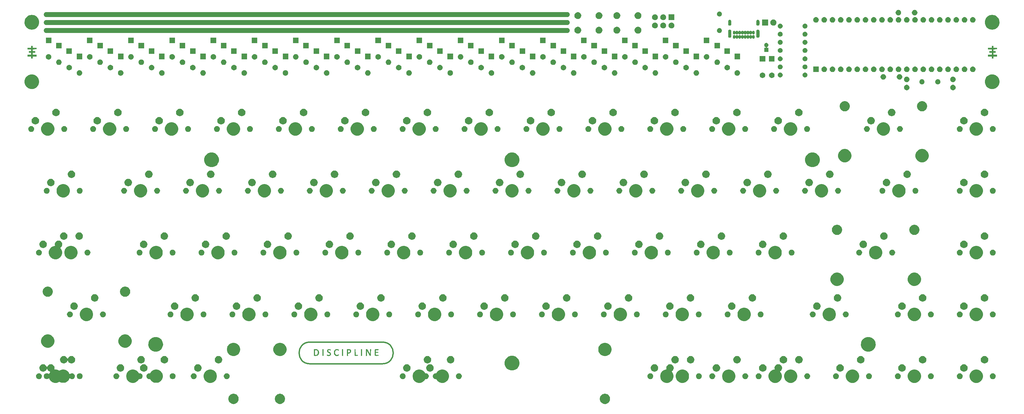
<source format=gbr>
G04 #@! TF.GenerationSoftware,KiCad,Pcbnew,(5.0.0)*
G04 #@! TF.CreationDate,2019-09-06T23:32:38-04:00*
G04 #@! TF.ProjectId,discipline-pcb,6469736369706C696E652D7063622E6B,rev?*
G04 #@! TF.SameCoordinates,Original*
G04 #@! TF.FileFunction,Soldermask,Top*
G04 #@! TF.FilePolarity,Negative*
%FSLAX46Y46*%
G04 Gerber Fmt 4.6, Leading zero omitted, Abs format (unit mm)*
G04 Created by KiCad (PCBNEW (5.0.0)) date 09/06/19 23:32:38*
%MOMM*%
%LPD*%
G01*
G04 APERTURE LIST*
%ADD10C,1.500000*%
%ADD11C,0.010000*%
%ADD12C,0.400000*%
%ADD13C,0.100000*%
G04 APERTURE END LIST*
D10*
X230030842Y-54750650D02*
X69659538Y-54750650D01*
X230030842Y-57233920D02*
X69659538Y-57233920D01*
X230030842Y-59717190D02*
X69659538Y-59717190D01*
D11*
G04 #@! TO.C,G\002A\002A\002A*
G36*
X361063890Y-64987240D02*
X361633273Y-64989417D01*
X362202656Y-64991593D01*
X362202656Y-65397993D01*
X361063890Y-65402345D01*
X361063890Y-66062626D01*
X361783557Y-66062626D01*
X361783557Y-66494426D01*
X361063890Y-66494426D01*
X361063890Y-67171640D01*
X361633273Y-67173817D01*
X362202656Y-67175993D01*
X362204919Y-67389776D01*
X362207181Y-67603559D01*
X361063890Y-67603559D01*
X361063890Y-68221626D01*
X360623623Y-68221626D01*
X360623623Y-67603559D01*
X359489090Y-67603559D01*
X359489090Y-67171760D01*
X360623623Y-67171760D01*
X360623623Y-66494426D01*
X359912423Y-66494426D01*
X359912423Y-66062626D01*
X360623623Y-66062626D01*
X360623623Y-65402226D01*
X359489090Y-65402226D01*
X359489090Y-64987360D01*
X360623404Y-64987360D01*
X360627856Y-64398926D01*
X360845873Y-64396667D01*
X361063890Y-64394407D01*
X361063890Y-64987240D01*
X361063890Y-64987240D01*
G37*
X361063890Y-64987240D02*
X361633273Y-64989417D01*
X362202656Y-64991593D01*
X362202656Y-65397993D01*
X361063890Y-65402345D01*
X361063890Y-66062626D01*
X361783557Y-66062626D01*
X361783557Y-66494426D01*
X361063890Y-66494426D01*
X361063890Y-67171640D01*
X361633273Y-67173817D01*
X362202656Y-67175993D01*
X362204919Y-67389776D01*
X362207181Y-67603559D01*
X361063890Y-67603559D01*
X361063890Y-68221626D01*
X360623623Y-68221626D01*
X360623623Y-67603559D01*
X359489090Y-67603559D01*
X359489090Y-67171760D01*
X360623623Y-67171760D01*
X360623623Y-66494426D01*
X359912423Y-66494426D01*
X359912423Y-66062626D01*
X360623623Y-66062626D01*
X360623623Y-65402226D01*
X359489090Y-65402226D01*
X359489090Y-64987360D01*
X360623404Y-64987360D01*
X360627856Y-64398926D01*
X360845873Y-64396667D01*
X361063890Y-64394407D01*
X361063890Y-64987240D01*
G36*
X65448259Y-64987240D02*
X66017642Y-64989417D01*
X66587025Y-64991593D01*
X66587025Y-65397993D01*
X65448259Y-65402345D01*
X65448259Y-66062626D01*
X66167926Y-66062626D01*
X66167926Y-66494426D01*
X65448259Y-66494426D01*
X65448259Y-67171640D01*
X66017642Y-67173817D01*
X66587025Y-67175993D01*
X66589288Y-67389776D01*
X66591550Y-67603559D01*
X65448259Y-67603559D01*
X65448259Y-68221626D01*
X65007992Y-68221626D01*
X65007992Y-67603559D01*
X63873459Y-67603559D01*
X63873459Y-67171760D01*
X65007992Y-67171760D01*
X65007992Y-66494426D01*
X64296792Y-66494426D01*
X64296792Y-66062626D01*
X65007992Y-66062626D01*
X65007992Y-65402226D01*
X63873459Y-65402226D01*
X63873459Y-64987360D01*
X65007773Y-64987360D01*
X65012225Y-64398926D01*
X65230242Y-64396667D01*
X65448259Y-64394407D01*
X65448259Y-64987240D01*
X65448259Y-64987240D01*
G37*
X65448259Y-64987240D02*
X66017642Y-64989417D01*
X66587025Y-64991593D01*
X66587025Y-65397993D01*
X65448259Y-65402345D01*
X65448259Y-66062626D01*
X66167926Y-66062626D01*
X66167926Y-66494426D01*
X65448259Y-66494426D01*
X65448259Y-67171640D01*
X66017642Y-67173817D01*
X66587025Y-67175993D01*
X66589288Y-67389776D01*
X66591550Y-67603559D01*
X65448259Y-67603559D01*
X65448259Y-68221626D01*
X65007992Y-68221626D01*
X65007992Y-67603559D01*
X63873459Y-67603559D01*
X63873459Y-67171760D01*
X65007992Y-67171760D01*
X65007992Y-66494426D01*
X64296792Y-66494426D01*
X64296792Y-66062626D01*
X65007992Y-66062626D01*
X65007992Y-65402226D01*
X63873459Y-65402226D01*
X63873459Y-64987360D01*
X65007773Y-64987360D01*
X65012225Y-64398926D01*
X65230242Y-64396667D01*
X65448259Y-64394407D01*
X65448259Y-64987240D01*
G36*
X156835154Y-157897780D02*
X156958225Y-157931926D01*
X157050714Y-157976184D01*
X157092940Y-158021021D01*
X157110806Y-158105393D01*
X157104023Y-158179225D01*
X157084294Y-158209575D01*
X157040635Y-158206546D01*
X156963950Y-158178530D01*
X156930476Y-158162531D01*
X156772547Y-158105881D01*
X156623463Y-158095194D01*
X156494131Y-158126604D01*
X156395457Y-158196247D01*
X156338348Y-158300259D01*
X156328566Y-158375799D01*
X156351955Y-158488627D01*
X156425827Y-158587788D01*
X156555738Y-158679089D01*
X156675154Y-158737984D01*
X156902368Y-158853928D01*
X157065686Y-158972400D01*
X157149054Y-159067479D01*
X157191253Y-159175462D01*
X157208959Y-159316397D01*
X157201480Y-159462430D01*
X157168123Y-159585708D01*
X157162258Y-159597824D01*
X157052884Y-159741399D01*
X156899291Y-159846020D01*
X156712278Y-159907895D01*
X156502645Y-159923233D01*
X156312242Y-159896250D01*
X156195653Y-159857725D01*
X156093505Y-159806223D01*
X156029707Y-159753981D01*
X156027073Y-159750282D01*
X156005764Y-159684803D01*
X156006386Y-159608687D01*
X156027990Y-159555989D01*
X156032584Y-159552450D01*
X156077249Y-159555165D01*
X156155647Y-159583565D01*
X156199342Y-159604625D01*
X156373513Y-159671717D01*
X156541162Y-159693686D01*
X156692305Y-159673816D01*
X156816959Y-159615391D01*
X156905141Y-159521694D01*
X156946867Y-159396008D01*
X156948874Y-159358100D01*
X156927387Y-159268890D01*
X156859403Y-159179720D01*
X156739639Y-159085674D01*
X156562812Y-158981836D01*
X156520851Y-158959831D01*
X156336913Y-158856057D01*
X156207810Y-158759087D01*
X156125335Y-158658725D01*
X156081279Y-158544774D01*
X156067433Y-158407039D01*
X156067383Y-158396560D01*
X156093057Y-158209429D01*
X156169712Y-158062966D01*
X156296795Y-157957737D01*
X156473754Y-157894311D01*
X156570012Y-157879507D01*
X156699688Y-157878666D01*
X156835154Y-157897780D01*
X156835154Y-157897780D01*
G37*
X156835154Y-157897780D02*
X156958225Y-157931926D01*
X157050714Y-157976184D01*
X157092940Y-158021021D01*
X157110806Y-158105393D01*
X157104023Y-158179225D01*
X157084294Y-158209575D01*
X157040635Y-158206546D01*
X156963950Y-158178530D01*
X156930476Y-158162531D01*
X156772547Y-158105881D01*
X156623463Y-158095194D01*
X156494131Y-158126604D01*
X156395457Y-158196247D01*
X156338348Y-158300259D01*
X156328566Y-158375799D01*
X156351955Y-158488627D01*
X156425827Y-158587788D01*
X156555738Y-158679089D01*
X156675154Y-158737984D01*
X156902368Y-158853928D01*
X157065686Y-158972400D01*
X157149054Y-159067479D01*
X157191253Y-159175462D01*
X157208959Y-159316397D01*
X157201480Y-159462430D01*
X157168123Y-159585708D01*
X157162258Y-159597824D01*
X157052884Y-159741399D01*
X156899291Y-159846020D01*
X156712278Y-159907895D01*
X156502645Y-159923233D01*
X156312242Y-159896250D01*
X156195653Y-159857725D01*
X156093505Y-159806223D01*
X156029707Y-159753981D01*
X156027073Y-159750282D01*
X156005764Y-159684803D01*
X156006386Y-159608687D01*
X156027990Y-159555989D01*
X156032584Y-159552450D01*
X156077249Y-159555165D01*
X156155647Y-159583565D01*
X156199342Y-159604625D01*
X156373513Y-159671717D01*
X156541162Y-159693686D01*
X156692305Y-159673816D01*
X156816959Y-159615391D01*
X156905141Y-159521694D01*
X156946867Y-159396008D01*
X156948874Y-159358100D01*
X156927387Y-159268890D01*
X156859403Y-159179720D01*
X156739639Y-159085674D01*
X156562812Y-158981836D01*
X156520851Y-158959831D01*
X156336913Y-158856057D01*
X156207810Y-158759087D01*
X156125335Y-158658725D01*
X156081279Y-158544774D01*
X156067433Y-158407039D01*
X156067383Y-158396560D01*
X156093057Y-158209429D01*
X156169712Y-158062966D01*
X156296795Y-157957737D01*
X156473754Y-157894311D01*
X156570012Y-157879507D01*
X156699688Y-157878666D01*
X156835154Y-157897780D01*
G36*
X159184920Y-157883589D02*
X159397778Y-157937749D01*
X159456496Y-157964508D01*
X159561021Y-158031974D01*
X159613290Y-158108246D01*
X159625995Y-158196979D01*
X159611023Y-158260323D01*
X159563263Y-158274142D01*
X159478455Y-158238661D01*
X159428299Y-158207488D01*
X159290124Y-158138788D01*
X159129475Y-158108433D01*
X159108840Y-158106974D01*
X158919596Y-158119816D01*
X158766117Y-158186177D01*
X158642921Y-158309195D01*
X158583183Y-158407741D01*
X158544599Y-158490045D01*
X158520024Y-158567936D01*
X158506411Y-158659900D01*
X158500715Y-158784423D01*
X158499808Y-158913782D01*
X158501851Y-159077888D01*
X158509607Y-159194326D01*
X158525791Y-159280651D01*
X158553119Y-159354423D01*
X158574582Y-159397324D01*
X158685067Y-159540939D01*
X158831334Y-159637992D01*
X159001139Y-159686157D01*
X159182237Y-159683109D01*
X159362383Y-159626521D01*
X159464352Y-159566307D01*
X159535970Y-159522292D01*
X159587914Y-159502264D01*
X159590225Y-159502149D01*
X159621023Y-159527916D01*
X159626450Y-159590716D01*
X159609555Y-159668796D01*
X159573390Y-159740406D01*
X159553656Y-159762886D01*
X159432981Y-159838884D01*
X159269784Y-159891589D01*
X159083739Y-159917589D01*
X158894516Y-159913477D01*
X158788846Y-159895426D01*
X158601335Y-159818810D01*
X158445405Y-159689520D01*
X158324378Y-159513747D01*
X158241573Y-159297680D01*
X158200312Y-159047508D01*
X158201293Y-158800220D01*
X158242898Y-158547718D01*
X158324011Y-158325698D01*
X158439775Y-158144708D01*
X158552618Y-158037609D01*
X158744479Y-157934963D01*
X158961200Y-157883142D01*
X159184920Y-157883589D01*
X159184920Y-157883589D01*
G37*
X159184920Y-157883589D02*
X159397778Y-157937749D01*
X159456496Y-157964508D01*
X159561021Y-158031974D01*
X159613290Y-158108246D01*
X159625995Y-158196979D01*
X159611023Y-158260323D01*
X159563263Y-158274142D01*
X159478455Y-158238661D01*
X159428299Y-158207488D01*
X159290124Y-158138788D01*
X159129475Y-158108433D01*
X159108840Y-158106974D01*
X158919596Y-158119816D01*
X158766117Y-158186177D01*
X158642921Y-158309195D01*
X158583183Y-158407741D01*
X158544599Y-158490045D01*
X158520024Y-158567936D01*
X158506411Y-158659900D01*
X158500715Y-158784423D01*
X158499808Y-158913782D01*
X158501851Y-159077888D01*
X158509607Y-159194326D01*
X158525791Y-159280651D01*
X158553119Y-159354423D01*
X158574582Y-159397324D01*
X158685067Y-159540939D01*
X158831334Y-159637992D01*
X159001139Y-159686157D01*
X159182237Y-159683109D01*
X159362383Y-159626521D01*
X159464352Y-159566307D01*
X159535970Y-159522292D01*
X159587914Y-159502264D01*
X159590225Y-159502149D01*
X159621023Y-159527916D01*
X159626450Y-159590716D01*
X159609555Y-159668796D01*
X159573390Y-159740406D01*
X159553656Y-159762886D01*
X159432981Y-159838884D01*
X159269784Y-159891589D01*
X159083739Y-159917589D01*
X158894516Y-159913477D01*
X158788846Y-159895426D01*
X158601335Y-159818810D01*
X158445405Y-159689520D01*
X158324378Y-159513747D01*
X158241573Y-159297680D01*
X158200312Y-159047508D01*
X158201293Y-158800220D01*
X158242898Y-158547718D01*
X158324011Y-158325698D01*
X158439775Y-158144708D01*
X158552618Y-158037609D01*
X158744479Y-157934963D01*
X158961200Y-157883142D01*
X159184920Y-157883589D01*
G36*
X152621326Y-157911161D02*
X152834435Y-157935264D01*
X153011029Y-157984087D01*
X153163961Y-158060087D01*
X153171114Y-158064580D01*
X153322727Y-158198165D01*
X153436579Y-158377780D01*
X153509514Y-158594083D01*
X153538374Y-158837731D01*
X153520265Y-159097732D01*
X153457946Y-159345797D01*
X153356482Y-159544101D01*
X153212534Y-159697489D01*
X153031136Y-159807044D01*
X152939960Y-159835845D01*
X152811893Y-159859870D01*
X152660751Y-159878431D01*
X152500353Y-159890842D01*
X152344516Y-159896415D01*
X152207057Y-159894464D01*
X152101793Y-159884301D01*
X152042543Y-159865240D01*
X152035316Y-159856561D01*
X152031181Y-159813410D01*
X152027993Y-159713610D01*
X152025829Y-159565801D01*
X152024762Y-159378622D01*
X152024869Y-159160716D01*
X152026223Y-158920722D01*
X152026703Y-158865119D01*
X152033432Y-158130940D01*
X152280237Y-158130940D01*
X152280237Y-159665388D01*
X152534501Y-159665388D01*
X152691709Y-159659976D01*
X152809169Y-159640693D01*
X152911761Y-159602971D01*
X152934437Y-159591930D01*
X153072327Y-159494221D01*
X153169397Y-159357567D01*
X153229022Y-159175494D01*
X153252686Y-158981965D01*
X153251505Y-158750547D01*
X153216269Y-158564508D01*
X153143869Y-158411730D01*
X153087406Y-158337859D01*
X152980725Y-158237453D01*
X152861506Y-158173665D01*
X152712803Y-158140248D01*
X152526144Y-158130940D01*
X152280237Y-158130940D01*
X152033432Y-158130940D01*
X152035378Y-157918729D01*
X152358850Y-157909323D01*
X152621326Y-157911161D01*
X152621326Y-157911161D01*
G37*
X152621326Y-157911161D02*
X152834435Y-157935264D01*
X153011029Y-157984087D01*
X153163961Y-158060087D01*
X153171114Y-158064580D01*
X153322727Y-158198165D01*
X153436579Y-158377780D01*
X153509514Y-158594083D01*
X153538374Y-158837731D01*
X153520265Y-159097732D01*
X153457946Y-159345797D01*
X153356482Y-159544101D01*
X153212534Y-159697489D01*
X153031136Y-159807044D01*
X152939960Y-159835845D01*
X152811893Y-159859870D01*
X152660751Y-159878431D01*
X152500353Y-159890842D01*
X152344516Y-159896415D01*
X152207057Y-159894464D01*
X152101793Y-159884301D01*
X152042543Y-159865240D01*
X152035316Y-159856561D01*
X152031181Y-159813410D01*
X152027993Y-159713610D01*
X152025829Y-159565801D01*
X152024762Y-159378622D01*
X152024869Y-159160716D01*
X152026223Y-158920722D01*
X152026703Y-158865119D01*
X152033432Y-158130940D01*
X152280237Y-158130940D01*
X152280237Y-159665388D01*
X152534501Y-159665388D01*
X152691709Y-159659976D01*
X152809169Y-159640693D01*
X152911761Y-159602971D01*
X152934437Y-159591930D01*
X153072327Y-159494221D01*
X153169397Y-159357567D01*
X153229022Y-159175494D01*
X153252686Y-158981965D01*
X153251505Y-158750547D01*
X153216269Y-158564508D01*
X153143869Y-158411730D01*
X153087406Y-158337859D01*
X152980725Y-158237453D01*
X152861506Y-158173665D01*
X152712803Y-158140248D01*
X152526144Y-158130940D01*
X152280237Y-158130940D01*
X152033432Y-158130940D01*
X152035378Y-157918729D01*
X152358850Y-157909323D01*
X152621326Y-157911161D01*
G36*
X154908386Y-159877598D02*
X154802056Y-159887846D01*
X154716056Y-159882785D01*
X154679113Y-159854800D01*
X154675152Y-159812115D01*
X154672121Y-159712760D01*
X154670091Y-159565354D01*
X154669130Y-159378517D01*
X154669307Y-159160868D01*
X154670693Y-158921028D01*
X154671176Y-158865119D01*
X154679851Y-157918729D01*
X154908386Y-157918729D01*
X154908386Y-159877598D01*
X154908386Y-159877598D01*
G37*
X154908386Y-159877598D02*
X154802056Y-159887846D01*
X154716056Y-159882785D01*
X154679113Y-159854800D01*
X154675152Y-159812115D01*
X154672121Y-159712760D01*
X154670091Y-159565354D01*
X154669130Y-159378517D01*
X154669307Y-159160868D01*
X154670693Y-158921028D01*
X154671176Y-158865119D01*
X154679851Y-157918729D01*
X154908386Y-157918729D01*
X154908386Y-159877598D01*
G36*
X160931908Y-159893922D02*
X160816616Y-159893922D01*
X160735729Y-159883371D01*
X160688121Y-159857493D01*
X160685511Y-159852715D01*
X160681755Y-159810581D01*
X160678910Y-159711752D01*
X160677039Y-159564824D01*
X160676203Y-159378391D01*
X160676465Y-159161048D01*
X160677886Y-158921391D01*
X160678374Y-158865119D01*
X160687049Y-157918729D01*
X160809478Y-157908597D01*
X160931908Y-157898464D01*
X160931908Y-159893922D01*
X160931908Y-159893922D01*
G37*
X160931908Y-159893922D02*
X160816616Y-159893922D01*
X160735729Y-159883371D01*
X160688121Y-159857493D01*
X160685511Y-159852715D01*
X160681755Y-159810581D01*
X160678910Y-159711752D01*
X160677039Y-159564824D01*
X160676203Y-159378391D01*
X160676465Y-159161048D01*
X160677886Y-158921391D01*
X160678374Y-158865119D01*
X160687049Y-157918729D01*
X160809478Y-157908597D01*
X160931908Y-157898464D01*
X160931908Y-159893922D01*
G36*
X162640184Y-157908341D02*
X162810327Y-157916645D01*
X162930874Y-157928155D01*
X163017527Y-157945751D01*
X163085985Y-157972314D01*
X163133137Y-157998805D01*
X163259726Y-158098816D01*
X163337737Y-158219075D01*
X163374510Y-158374201D01*
X163379835Y-158490066D01*
X163356125Y-158701607D01*
X163284980Y-158870024D01*
X163165006Y-158996624D01*
X162994806Y-159082710D01*
X162772987Y-159129590D01*
X162688909Y-159136639D01*
X162433707Y-159151412D01*
X162433707Y-159893922D01*
X162324881Y-159893922D01*
X162244211Y-159887949D01*
X162195764Y-159873442D01*
X162194290Y-159872157D01*
X162188708Y-159835128D01*
X162183655Y-159741216D01*
X162179323Y-159598833D01*
X162175902Y-159416390D01*
X162173583Y-159202298D01*
X162172558Y-158964970D01*
X162172525Y-158913044D01*
X162172962Y-158635039D01*
X162174506Y-158415351D01*
X162177508Y-158247009D01*
X162182010Y-158130940D01*
X162433707Y-158130940D01*
X162433707Y-158517273D01*
X162435448Y-158669998D01*
X162440184Y-158798078D01*
X162447187Y-158887837D01*
X162455472Y-158925370D01*
X162507472Y-158942316D01*
X162600909Y-158945923D01*
X162713444Y-158936853D01*
X162822735Y-158915767D01*
X162827905Y-158914355D01*
X162966837Y-158850165D01*
X163058215Y-158745225D01*
X163106038Y-158594273D01*
X163112426Y-158540007D01*
X163118002Y-158433191D01*
X163106160Y-158363664D01*
X163067531Y-158303920D01*
X163012292Y-158245926D01*
X162947913Y-158185586D01*
X162891638Y-158151167D01*
X162821604Y-158135420D01*
X162715950Y-158131096D01*
X162665507Y-158130940D01*
X162433707Y-158130940D01*
X162182010Y-158130940D01*
X162182317Y-158123038D01*
X162189283Y-158036466D01*
X162198757Y-157980320D01*
X162211089Y-157947626D01*
X162221624Y-157934948D01*
X162269752Y-157915880D01*
X162361979Y-157905900D01*
X162506005Y-157904517D01*
X162640184Y-157908341D01*
X162640184Y-157908341D01*
G37*
X162640184Y-157908341D02*
X162810327Y-157916645D01*
X162930874Y-157928155D01*
X163017527Y-157945751D01*
X163085985Y-157972314D01*
X163133137Y-157998805D01*
X163259726Y-158098816D01*
X163337737Y-158219075D01*
X163374510Y-158374201D01*
X163379835Y-158490066D01*
X163356125Y-158701607D01*
X163284980Y-158870024D01*
X163165006Y-158996624D01*
X162994806Y-159082710D01*
X162772987Y-159129590D01*
X162688909Y-159136639D01*
X162433707Y-159151412D01*
X162433707Y-159893922D01*
X162324881Y-159893922D01*
X162244211Y-159887949D01*
X162195764Y-159873442D01*
X162194290Y-159872157D01*
X162188708Y-159835128D01*
X162183655Y-159741216D01*
X162179323Y-159598833D01*
X162175902Y-159416390D01*
X162173583Y-159202298D01*
X162172558Y-158964970D01*
X162172525Y-158913044D01*
X162172962Y-158635039D01*
X162174506Y-158415351D01*
X162177508Y-158247009D01*
X162182010Y-158130940D01*
X162433707Y-158130940D01*
X162433707Y-158517273D01*
X162435448Y-158669998D01*
X162440184Y-158798078D01*
X162447187Y-158887837D01*
X162455472Y-158925370D01*
X162507472Y-158942316D01*
X162600909Y-158945923D01*
X162713444Y-158936853D01*
X162822735Y-158915767D01*
X162827905Y-158914355D01*
X162966837Y-158850165D01*
X163058215Y-158745225D01*
X163106038Y-158594273D01*
X163112426Y-158540007D01*
X163118002Y-158433191D01*
X163106160Y-158363664D01*
X163067531Y-158303920D01*
X163012292Y-158245926D01*
X162947913Y-158185586D01*
X162891638Y-158151167D01*
X162821604Y-158135420D01*
X162715950Y-158131096D01*
X162665507Y-158130940D01*
X162433707Y-158130940D01*
X162182010Y-158130940D01*
X162182317Y-158123038D01*
X162189283Y-158036466D01*
X162198757Y-157980320D01*
X162211089Y-157947626D01*
X162221624Y-157934948D01*
X162269752Y-157915880D01*
X162361979Y-157905900D01*
X162506005Y-157904517D01*
X162640184Y-157908341D01*
G36*
X164645597Y-157908597D02*
X164768026Y-157918729D01*
X164785412Y-159663259D01*
X165518926Y-159681711D01*
X165518926Y-159877598D01*
X165043648Y-159886597D01*
X164873642Y-159888312D01*
X164727342Y-159886945D01*
X164616934Y-159882829D01*
X164554604Y-159876298D01*
X164545769Y-159872994D01*
X164540084Y-159835835D01*
X164534922Y-159741624D01*
X164530472Y-159598604D01*
X164526919Y-159415017D01*
X164524450Y-159199108D01*
X164523252Y-158959118D01*
X164523167Y-158874428D01*
X164523167Y-157898464D01*
X164645597Y-157908597D01*
X164645597Y-157908597D01*
G37*
X164645597Y-157908597D02*
X164768026Y-157918729D01*
X164785412Y-159663259D01*
X165518926Y-159681711D01*
X165518926Y-159877598D01*
X165043648Y-159886597D01*
X164873642Y-159888312D01*
X164727342Y-159886945D01*
X164616934Y-159882829D01*
X164554604Y-159876298D01*
X164545769Y-159872994D01*
X164540084Y-159835835D01*
X164534922Y-159741624D01*
X164530472Y-159598604D01*
X164526919Y-159415017D01*
X164524450Y-159199108D01*
X164523252Y-158959118D01*
X164523167Y-158874428D01*
X164523167Y-157898464D01*
X164645597Y-157908597D01*
G36*
X166669761Y-157908597D02*
X166792190Y-157918729D01*
X166792190Y-159877598D01*
X166547332Y-159897864D01*
X166547332Y-157898464D01*
X166669761Y-157908597D01*
X166669761Y-157908597D01*
G37*
X166669761Y-157908597D02*
X166792190Y-157918729D01*
X166792190Y-159877598D01*
X166547332Y-159897864D01*
X166547332Y-157898464D01*
X166669761Y-157908597D01*
G36*
X169510603Y-158887898D02*
X169501959Y-159877598D01*
X169387692Y-159887213D01*
X169294135Y-159882196D01*
X169222011Y-159856968D01*
X169218693Y-159854566D01*
X169189031Y-159815762D01*
X169132731Y-159727413D01*
X169054394Y-159597308D01*
X168958626Y-159433238D01*
X168850029Y-159242992D01*
X168733208Y-159034362D01*
X168721390Y-159013039D01*
X168278819Y-158213776D01*
X168270080Y-159045687D01*
X168261342Y-159877598D01*
X168154755Y-159887865D01*
X168048168Y-159898131D01*
X168056811Y-158908430D01*
X168065455Y-157918729D01*
X168216873Y-157908928D01*
X168317663Y-157908369D01*
X168380040Y-157928909D01*
X168429084Y-157978202D01*
X168461233Y-158028191D01*
X168519369Y-158126778D01*
X168598460Y-158265100D01*
X168693478Y-158434296D01*
X168799393Y-158625502D01*
X168881651Y-158775629D01*
X169273424Y-159493981D01*
X169306072Y-157918729D01*
X169412659Y-157908463D01*
X169519247Y-157898197D01*
X169510603Y-158887898D01*
X169510603Y-158887898D01*
G37*
X169510603Y-158887898D02*
X169501959Y-159877598D01*
X169387692Y-159887213D01*
X169294135Y-159882196D01*
X169222011Y-159856968D01*
X169218693Y-159854566D01*
X169189031Y-159815762D01*
X169132731Y-159727413D01*
X169054394Y-159597308D01*
X168958626Y-159433238D01*
X168850029Y-159242992D01*
X168733208Y-159034362D01*
X168721390Y-159013039D01*
X168278819Y-158213776D01*
X168270080Y-159045687D01*
X168261342Y-159877598D01*
X168154755Y-159887865D01*
X168048168Y-159898131D01*
X168056811Y-158908430D01*
X168065455Y-157918729D01*
X168216873Y-157908928D01*
X168317663Y-157908369D01*
X168380040Y-157928909D01*
X168429084Y-157978202D01*
X168461233Y-158028191D01*
X168519369Y-158126778D01*
X168598460Y-158265100D01*
X168693478Y-158434296D01*
X168799393Y-158625502D01*
X168881651Y-158775629D01*
X169273424Y-159493981D01*
X169306072Y-157918729D01*
X169412659Y-157908463D01*
X169519247Y-157898197D01*
X169510603Y-158887898D01*
G36*
X171525606Y-157902998D02*
X171661305Y-157905555D01*
X171751613Y-157911244D01*
X171806479Y-157921237D01*
X171835853Y-157936700D01*
X171849685Y-157958804D01*
X171851142Y-157963102D01*
X171857555Y-158042149D01*
X171849849Y-158077369D01*
X171832544Y-158100096D01*
X171794076Y-158115465D01*
X171723696Y-158124827D01*
X171610656Y-158129532D01*
X171444208Y-158130930D01*
X171423462Y-158130940D01*
X171017632Y-158130940D01*
X171027019Y-158432933D01*
X171036406Y-158734925D01*
X171387370Y-158744191D01*
X171738334Y-158753458D01*
X171738334Y-158947136D01*
X171020082Y-158947136D01*
X171020082Y-159663437D01*
X171852602Y-159681711D01*
X171852602Y-159877598D01*
X171345720Y-159886552D01*
X171130265Y-159888577D01*
X170973635Y-159885689D01*
X170869519Y-159877530D01*
X170811606Y-159863741D01*
X170798869Y-159855537D01*
X170786502Y-159811212D01*
X170776229Y-159711935D01*
X170768056Y-159568014D01*
X170761986Y-159389754D01*
X170758024Y-159187464D01*
X170756173Y-158971448D01*
X170756439Y-158752016D01*
X170758825Y-158539472D01*
X170763336Y-158344125D01*
X170769976Y-158176281D01*
X170778748Y-158046246D01*
X170789659Y-157964329D01*
X170798077Y-157941583D01*
X170844332Y-157924195D01*
X170945226Y-157912039D01*
X171104216Y-157904861D01*
X171324758Y-157902409D01*
X171334566Y-157902406D01*
X171525606Y-157902998D01*
X171525606Y-157902998D01*
G37*
X171525606Y-157902998D02*
X171661305Y-157905555D01*
X171751613Y-157911244D01*
X171806479Y-157921237D01*
X171835853Y-157936700D01*
X171849685Y-157958804D01*
X171851142Y-157963102D01*
X171857555Y-158042149D01*
X171849849Y-158077369D01*
X171832544Y-158100096D01*
X171794076Y-158115465D01*
X171723696Y-158124827D01*
X171610656Y-158129532D01*
X171444208Y-158130930D01*
X171423462Y-158130940D01*
X171017632Y-158130940D01*
X171027019Y-158432933D01*
X171036406Y-158734925D01*
X171387370Y-158744191D01*
X171738334Y-158753458D01*
X171738334Y-158947136D01*
X171020082Y-158947136D01*
X171020082Y-159663437D01*
X171852602Y-159681711D01*
X171852602Y-159877598D01*
X171345720Y-159886552D01*
X171130265Y-159888577D01*
X170973635Y-159885689D01*
X170869519Y-159877530D01*
X170811606Y-159863741D01*
X170798869Y-159855537D01*
X170786502Y-159811212D01*
X170776229Y-159711935D01*
X170768056Y-159568014D01*
X170761986Y-159389754D01*
X170758024Y-159187464D01*
X170756173Y-158971448D01*
X170756439Y-158752016D01*
X170758825Y-158539472D01*
X170763336Y-158344125D01*
X170769976Y-158176281D01*
X170778748Y-158046246D01*
X170789659Y-157964329D01*
X170798077Y-157941583D01*
X170844332Y-157924195D01*
X170945226Y-157912039D01*
X171104216Y-157904861D01*
X171324758Y-157902409D01*
X171334566Y-157902406D01*
X171525606Y-157902998D01*
D12*
X150803990Y-162401840D02*
G75*
G02X150803990Y-155721840I0J3340000D01*
G01*
X173103990Y-155721840D02*
G75*
G02X173103990Y-162401840I0J-3340000D01*
G01*
X150833990Y-155721840D02*
X173113990Y-155721840D01*
X150813990Y-162401840D02*
X173113990Y-162401840D01*
D13*
G36*
X242053518Y-171699796D02*
X242172244Y-171748974D01*
X242340148Y-171818522D01*
X242598114Y-171990889D01*
X242817488Y-172210263D01*
X242989855Y-172468229D01*
X243108581Y-172754860D01*
X243169107Y-173059145D01*
X243169107Y-173369395D01*
X243108581Y-173673680D01*
X242989855Y-173960311D01*
X242817488Y-174218277D01*
X242598114Y-174437651D01*
X242340148Y-174610018D01*
X242172244Y-174679566D01*
X242053518Y-174728744D01*
X241749232Y-174789270D01*
X241427930Y-174789270D01*
X241275788Y-174759007D01*
X241123644Y-174728744D01*
X241004918Y-174679566D01*
X240837014Y-174610018D01*
X240579048Y-174437651D01*
X240359674Y-174218277D01*
X240187307Y-173960311D01*
X240068581Y-173673680D01*
X240008055Y-173369395D01*
X240008055Y-173059145D01*
X240068581Y-172754860D01*
X240187307Y-172468229D01*
X240359674Y-172210263D01*
X240579048Y-171990889D01*
X240837014Y-171818522D01*
X241004918Y-171748974D01*
X241123644Y-171699796D01*
X241427930Y-171639270D01*
X241749232Y-171639270D01*
X242053518Y-171699796D01*
X242053518Y-171699796D01*
G37*
G36*
X142042666Y-171699796D02*
X142161392Y-171748974D01*
X142329296Y-171818522D01*
X142587262Y-171990889D01*
X142806636Y-172210263D01*
X142979003Y-172468229D01*
X143097729Y-172754860D01*
X143158255Y-173059145D01*
X143158255Y-173369395D01*
X143097729Y-173673680D01*
X142979003Y-173960311D01*
X142806636Y-174218277D01*
X142587262Y-174437651D01*
X142329296Y-174610018D01*
X142161392Y-174679566D01*
X142042666Y-174728744D01*
X141890522Y-174759007D01*
X141738380Y-174789270D01*
X141428130Y-174789270D01*
X141275988Y-174759007D01*
X141123844Y-174728744D01*
X141005118Y-174679566D01*
X140837214Y-174610018D01*
X140579248Y-174437651D01*
X140359874Y-174218277D01*
X140187507Y-173960311D01*
X140068781Y-173673680D01*
X140008255Y-173369395D01*
X140008255Y-173059145D01*
X140068781Y-172754860D01*
X140187507Y-172468229D01*
X140359874Y-172210263D01*
X140579248Y-171990889D01*
X140837214Y-171818522D01*
X141005118Y-171748974D01*
X141123844Y-171699796D01*
X141428130Y-171639270D01*
X141738380Y-171639270D01*
X142042666Y-171699796D01*
X142042666Y-171699796D01*
G37*
G36*
X127753518Y-171699796D02*
X127872244Y-171748974D01*
X128040148Y-171818522D01*
X128298114Y-171990889D01*
X128517488Y-172210263D01*
X128689855Y-172468229D01*
X128808581Y-172754860D01*
X128869107Y-173059145D01*
X128869107Y-173369395D01*
X128808581Y-173673680D01*
X128689855Y-173960311D01*
X128517488Y-174218277D01*
X128298114Y-174437651D01*
X128040148Y-174610018D01*
X127872244Y-174679566D01*
X127753518Y-174728744D01*
X127601374Y-174759007D01*
X127449232Y-174789270D01*
X127138982Y-174789270D01*
X126986840Y-174759007D01*
X126834696Y-174728744D01*
X126715970Y-174679566D01*
X126548066Y-174610018D01*
X126290100Y-174437651D01*
X126070726Y-174218277D01*
X125898359Y-173960311D01*
X125779633Y-173673680D01*
X125719107Y-173369395D01*
X125719107Y-173059145D01*
X125779633Y-172754860D01*
X125898359Y-172468229D01*
X126070726Y-172210263D01*
X126290100Y-171990889D01*
X126548066Y-171818522D01*
X126715970Y-171748974D01*
X126834696Y-171699796D01*
X127138982Y-171639270D01*
X127449232Y-171639270D01*
X127753518Y-171699796D01*
X127753518Y-171699796D01*
G37*
G36*
X185042359Y-164257088D02*
X185042361Y-164257089D01*
X185042362Y-164257089D01*
X185415620Y-164411697D01*
X185733852Y-164624333D01*
X185751546Y-164636156D01*
X186037221Y-164921831D01*
X186037223Y-164921834D01*
X186261680Y-165257757D01*
X186261681Y-165257760D01*
X186267622Y-165266651D01*
X186283168Y-165285593D01*
X186302110Y-165301139D01*
X186323720Y-165312690D01*
X186347170Y-165319803D01*
X186371556Y-165322205D01*
X186390090Y-165320380D01*
X186570525Y-165320380D01*
X186744596Y-165355004D01*
X186908568Y-165422924D01*
X187056138Y-165521527D01*
X187181637Y-165647026D01*
X187280240Y-165794596D01*
X187348160Y-165958568D01*
X187382784Y-166132639D01*
X187382784Y-166310121D01*
X187348160Y-166484192D01*
X187280240Y-166648164D01*
X187181637Y-166795734D01*
X187056138Y-166921233D01*
X186908568Y-167019836D01*
X186744596Y-167087756D01*
X186570525Y-167122380D01*
X186383599Y-167122380D01*
X186377896Y-167121819D01*
X186353510Y-167124224D01*
X186330062Y-167131339D01*
X186308452Y-167142893D01*
X186289512Y-167158441D01*
X186273968Y-167177384D01*
X186262426Y-167198982D01*
X186261681Y-167200781D01*
X186037221Y-167536709D01*
X185751546Y-167822384D01*
X185751543Y-167822386D01*
X185415620Y-168046843D01*
X185042362Y-168201451D01*
X185042361Y-168201451D01*
X185042359Y-168201452D01*
X184646114Y-168280270D01*
X184242100Y-168280270D01*
X183845855Y-168201452D01*
X183845853Y-168201451D01*
X183845852Y-168201451D01*
X183472594Y-168046843D01*
X183136671Y-167822386D01*
X183136668Y-167822384D01*
X182850993Y-167536709D01*
X182626535Y-167200784D01*
X182626534Y-167200783D01*
X182471926Y-166827525D01*
X182470357Y-166819635D01*
X182393107Y-166431277D01*
X182393107Y-166027263D01*
X182471925Y-165631018D01*
X182476821Y-165619197D01*
X182626534Y-165257757D01*
X182850991Y-164921834D01*
X182850993Y-164921831D01*
X183136668Y-164636156D01*
X183154362Y-164624333D01*
X183472594Y-164411697D01*
X183845852Y-164257089D01*
X183845853Y-164257089D01*
X183845855Y-164257088D01*
X184242100Y-164178270D01*
X184646114Y-164178270D01*
X185042359Y-164257088D01*
X185042359Y-164257088D01*
G37*
G36*
X96909836Y-164249198D02*
X96909838Y-164249199D01*
X96909839Y-164249199D01*
X97283097Y-164403807D01*
X97551739Y-164583308D01*
X97619023Y-164628266D01*
X97904698Y-164913941D01*
X97904700Y-164913944D01*
X98129157Y-165249867D01*
X98129212Y-165249999D01*
X98140761Y-165271604D01*
X98156307Y-165290546D01*
X98175250Y-165306091D01*
X98196861Y-165317641D01*
X98220310Y-165324754D01*
X98244696Y-165327155D01*
X98269072Y-165324754D01*
X98310824Y-165316449D01*
X98488306Y-165316449D01*
X98662377Y-165351073D01*
X98826349Y-165418993D01*
X98973919Y-165517596D01*
X99099418Y-165643095D01*
X99198021Y-165790665D01*
X99265941Y-165954637D01*
X99300565Y-166128708D01*
X99300565Y-166306190D01*
X99265941Y-166480261D01*
X99198021Y-166644233D01*
X99099418Y-166791803D01*
X98973919Y-166917302D01*
X98826349Y-167015905D01*
X98662377Y-167083825D01*
X98488306Y-167118449D01*
X98310823Y-167118449D01*
X98272087Y-167110744D01*
X98247701Y-167108342D01*
X98223314Y-167110744D01*
X98199865Y-167117857D01*
X98178254Y-167129408D01*
X98159312Y-167144954D01*
X98143767Y-167163896D01*
X98132216Y-167185507D01*
X98129157Y-167192893D01*
X97904698Y-167528819D01*
X97619023Y-167814494D01*
X97619020Y-167814496D01*
X97283097Y-168038953D01*
X96909839Y-168193561D01*
X96909838Y-168193561D01*
X96909836Y-168193562D01*
X96513591Y-168272380D01*
X96109577Y-168272380D01*
X95713332Y-168193562D01*
X95713330Y-168193561D01*
X95713329Y-168193561D01*
X95340071Y-168038953D01*
X95004148Y-167814496D01*
X95004145Y-167814494D01*
X94718470Y-167528819D01*
X94494012Y-167192894D01*
X94494011Y-167192893D01*
X94339403Y-166819635D01*
X94336219Y-166803627D01*
X94260584Y-166423387D01*
X94260584Y-166019373D01*
X94339402Y-165623128D01*
X94341030Y-165619197D01*
X94494011Y-165249867D01*
X94718468Y-164913944D01*
X94718470Y-164913941D01*
X95004145Y-164628266D01*
X95071429Y-164583308D01*
X95340071Y-164403807D01*
X95713329Y-164249199D01*
X95713330Y-164249199D01*
X95713332Y-164249198D01*
X96109577Y-164170380D01*
X96513591Y-164170380D01*
X96909836Y-164249198D01*
X96909836Y-164249198D01*
G37*
G36*
X280300992Y-164249198D02*
X280300994Y-164249199D01*
X280300995Y-164249199D01*
X280674253Y-164403807D01*
X280942895Y-164583308D01*
X281010179Y-164628266D01*
X281295854Y-164913941D01*
X281295856Y-164913944D01*
X281520313Y-165249867D01*
X281673294Y-165619197D01*
X281674922Y-165623128D01*
X281753740Y-166019373D01*
X281753740Y-166423387D01*
X281678106Y-166803627D01*
X281674921Y-166819635D01*
X281520313Y-167192893D01*
X281520312Y-167192894D01*
X281295854Y-167528819D01*
X281010179Y-167814494D01*
X281010176Y-167814496D01*
X280674253Y-168038953D01*
X280300995Y-168193561D01*
X280300994Y-168193561D01*
X280300992Y-168193562D01*
X279904747Y-168272380D01*
X279500733Y-168272380D01*
X279104488Y-168193562D01*
X279104486Y-168193561D01*
X279104485Y-168193561D01*
X278731227Y-168038953D01*
X278395304Y-167814496D01*
X278395301Y-167814494D01*
X278109626Y-167528819D01*
X277885168Y-167192894D01*
X277885167Y-167192893D01*
X277730559Y-166819635D01*
X277727375Y-166803627D01*
X277651740Y-166423387D01*
X277651740Y-166019373D01*
X277730558Y-165623128D01*
X277732186Y-165619197D01*
X277885167Y-165249867D01*
X278109624Y-164913944D01*
X278109626Y-164913941D01*
X278395301Y-164628266D01*
X278462585Y-164583308D01*
X278731227Y-164403807D01*
X279104485Y-164249199D01*
X279104486Y-164249199D01*
X279104488Y-164249198D01*
X279500733Y-164170380D01*
X279904747Y-164170380D01*
X280300992Y-164249198D01*
X280300992Y-164249198D01*
G37*
G36*
X261946204Y-162574612D02*
X262155672Y-162661376D01*
X262344193Y-162787342D01*
X262504508Y-162947657D01*
X262630474Y-163136178D01*
X262717238Y-163345646D01*
X262761470Y-163568015D01*
X262761470Y-163794745D01*
X262717238Y-164017114D01*
X262630474Y-164226582D01*
X262504508Y-164415103D01*
X262344194Y-164575417D01*
X262344191Y-164575419D01*
X262344190Y-164575420D01*
X262265103Y-164628264D01*
X262205766Y-164667912D01*
X262186824Y-164683458D01*
X262171279Y-164702400D01*
X262159728Y-164724011D01*
X262152615Y-164747460D01*
X262150213Y-164771846D01*
X262152615Y-164796233D01*
X262159728Y-164819682D01*
X262171279Y-164841293D01*
X262186825Y-164860234D01*
X262240532Y-164913941D01*
X262240534Y-164913944D01*
X262464991Y-165249867D01*
X262617972Y-165619197D01*
X262619600Y-165623128D01*
X262698418Y-166019373D01*
X262698418Y-166423387D01*
X262622784Y-166803627D01*
X262619599Y-166819635D01*
X262464991Y-167192893D01*
X262464990Y-167192894D01*
X262240532Y-167528819D01*
X261954857Y-167814494D01*
X261954854Y-167814496D01*
X261618931Y-168038953D01*
X261245673Y-168193561D01*
X261245672Y-168193561D01*
X261245670Y-168193562D01*
X260849425Y-168272380D01*
X260445411Y-168272380D01*
X260049166Y-168193562D01*
X260049164Y-168193561D01*
X260049163Y-168193561D01*
X259675905Y-168038953D01*
X259339982Y-167814496D01*
X259339979Y-167814494D01*
X259054304Y-167528819D01*
X258829846Y-167192894D01*
X258829845Y-167192893D01*
X258675237Y-166819635D01*
X258672053Y-166803627D01*
X258596418Y-166423387D01*
X258596418Y-166019373D01*
X258675236Y-165623128D01*
X258676864Y-165619197D01*
X258829845Y-165249867D01*
X259054302Y-164913944D01*
X259054304Y-164913941D01*
X259339979Y-164628266D01*
X259407263Y-164583308D01*
X259675905Y-164403807D01*
X260049163Y-164249199D01*
X260049164Y-164249199D01*
X260049166Y-164249198D01*
X260408531Y-164177716D01*
X260431980Y-164170603D01*
X260453591Y-164159052D01*
X260472533Y-164143506D01*
X260488079Y-164124564D01*
X260499630Y-164102954D01*
X260506743Y-164079504D01*
X260509145Y-164055118D01*
X260506743Y-164030732D01*
X260505778Y-164027551D01*
X260459470Y-163794745D01*
X260459470Y-163568015D01*
X260503702Y-163345646D01*
X260590466Y-163136178D01*
X260716432Y-162947657D01*
X260876747Y-162787342D01*
X261065268Y-162661376D01*
X261274736Y-162574612D01*
X261497105Y-162530380D01*
X261723835Y-162530380D01*
X261946204Y-162574612D01*
X261946204Y-162574612D01*
G37*
G36*
X266018722Y-164249198D02*
X266018724Y-164249199D01*
X266018725Y-164249199D01*
X266391983Y-164403807D01*
X266660625Y-164583308D01*
X266727909Y-164628266D01*
X267013584Y-164913941D01*
X267013586Y-164913944D01*
X267238043Y-165249867D01*
X267391024Y-165619197D01*
X267392652Y-165623128D01*
X267471470Y-166019373D01*
X267471470Y-166423387D01*
X267395836Y-166803627D01*
X267392651Y-166819635D01*
X267238043Y-167192893D01*
X267238042Y-167192894D01*
X267013584Y-167528819D01*
X266727909Y-167814494D01*
X266727906Y-167814496D01*
X266391983Y-168038953D01*
X266018725Y-168193561D01*
X266018724Y-168193561D01*
X266018722Y-168193562D01*
X265622477Y-168272380D01*
X265218463Y-168272380D01*
X264822218Y-168193562D01*
X264822216Y-168193561D01*
X264822215Y-168193561D01*
X264448957Y-168038953D01*
X264113034Y-167814496D01*
X264113031Y-167814494D01*
X263827356Y-167528819D01*
X263602898Y-167192894D01*
X263602897Y-167192893D01*
X263448289Y-166819635D01*
X263445105Y-166803627D01*
X263369470Y-166423387D01*
X263369470Y-166019373D01*
X263448288Y-165623128D01*
X263449916Y-165619197D01*
X263602897Y-165249867D01*
X263827354Y-164913944D01*
X263827356Y-164913941D01*
X264113031Y-164628266D01*
X264180315Y-164583308D01*
X264448957Y-164403807D01*
X264822215Y-164249199D01*
X264822216Y-164249199D01*
X264822218Y-164249198D01*
X265218463Y-164170380D01*
X265622477Y-164170380D01*
X266018722Y-164249198D01*
X266018722Y-164249198D01*
G37*
G36*
X295283796Y-162574612D02*
X295493264Y-162661376D01*
X295681785Y-162787342D01*
X295842100Y-162947657D01*
X295968066Y-163136178D01*
X296054830Y-163345646D01*
X296099062Y-163568015D01*
X296099062Y-163794745D01*
X296054830Y-164017114D01*
X295968066Y-164226582D01*
X295842100Y-164415103D01*
X295681783Y-164575420D01*
X295538354Y-164671257D01*
X295519412Y-164686802D01*
X295503867Y-164705744D01*
X295492316Y-164727355D01*
X295485203Y-164750804D01*
X295482801Y-164775191D01*
X295485203Y-164799577D01*
X295492316Y-164823026D01*
X295503868Y-164844637D01*
X295519413Y-164863578D01*
X295569776Y-164913941D01*
X295569778Y-164913944D01*
X295794235Y-165249867D01*
X295947216Y-165619197D01*
X295948844Y-165623128D01*
X296027662Y-166019373D01*
X296027662Y-166423387D01*
X295952028Y-166803627D01*
X295948843Y-166819635D01*
X295794235Y-167192893D01*
X295794234Y-167192894D01*
X295569776Y-167528819D01*
X295284101Y-167814494D01*
X295284098Y-167814496D01*
X294948175Y-168038953D01*
X294574917Y-168193561D01*
X294574916Y-168193561D01*
X294574914Y-168193562D01*
X294178669Y-168272380D01*
X293774655Y-168272380D01*
X293378410Y-168193562D01*
X293378408Y-168193561D01*
X293378407Y-168193561D01*
X293005149Y-168038953D01*
X292669226Y-167814496D01*
X292669223Y-167814494D01*
X292383548Y-167528819D01*
X292159090Y-167192894D01*
X292159089Y-167192893D01*
X292004481Y-166819635D01*
X292001297Y-166803627D01*
X291925662Y-166423387D01*
X291925662Y-166019373D01*
X292004480Y-165623128D01*
X292006108Y-165619197D01*
X292159089Y-165249867D01*
X292383546Y-164913944D01*
X292383548Y-164913941D01*
X292669223Y-164628266D01*
X292736507Y-164583308D01*
X293005149Y-164403807D01*
X293293849Y-164284224D01*
X293378409Y-164249198D01*
X293688221Y-164187573D01*
X293745489Y-164176182D01*
X293768937Y-164169069D01*
X293790548Y-164157518D01*
X293809490Y-164141973D01*
X293825036Y-164123030D01*
X293836587Y-164101420D01*
X293843700Y-164077971D01*
X293846102Y-164053584D01*
X293843700Y-164029198D01*
X293843694Y-164029179D01*
X293797062Y-163794745D01*
X293797062Y-163568015D01*
X293841294Y-163345646D01*
X293928058Y-163136178D01*
X294054024Y-162947657D01*
X294214339Y-162787342D01*
X294402860Y-162661376D01*
X294612328Y-162574612D01*
X294834697Y-162530380D01*
X295061427Y-162530380D01*
X295283796Y-162574612D01*
X295283796Y-162574612D01*
G37*
G36*
X192160036Y-164249198D02*
X192160038Y-164249199D01*
X192160039Y-164249199D01*
X192533297Y-164403807D01*
X192801939Y-164583308D01*
X192869223Y-164628266D01*
X193154898Y-164913941D01*
X193154900Y-164913944D01*
X193379357Y-165249867D01*
X193532338Y-165619197D01*
X193533966Y-165623128D01*
X193612784Y-166019373D01*
X193612784Y-166423387D01*
X193537150Y-166803627D01*
X193533965Y-166819635D01*
X193379357Y-167192893D01*
X193379356Y-167192894D01*
X193154898Y-167528819D01*
X192869223Y-167814494D01*
X192869220Y-167814496D01*
X192533297Y-168038953D01*
X192160039Y-168193561D01*
X192160038Y-168193561D01*
X192160036Y-168193562D01*
X191763791Y-168272380D01*
X191359777Y-168272380D01*
X190963532Y-168193562D01*
X190963530Y-168193561D01*
X190963529Y-168193561D01*
X190590271Y-168038953D01*
X190254348Y-167814496D01*
X190254345Y-167814494D01*
X189968670Y-167528819D01*
X189749484Y-167200784D01*
X189744211Y-167192893D01*
X189744210Y-167192890D01*
X189738269Y-167183999D01*
X189722723Y-167165057D01*
X189703781Y-167149511D01*
X189682171Y-167137960D01*
X189658721Y-167130847D01*
X189634335Y-167128445D01*
X189615801Y-167130270D01*
X189435366Y-167130270D01*
X189261295Y-167095646D01*
X189097323Y-167027726D01*
X188949753Y-166929123D01*
X188824254Y-166803624D01*
X188725651Y-166656054D01*
X188657731Y-166492082D01*
X188623107Y-166318011D01*
X188623107Y-166140529D01*
X188657731Y-165966458D01*
X188725651Y-165802486D01*
X188824254Y-165654916D01*
X188949753Y-165529417D01*
X189097323Y-165430814D01*
X189261295Y-165362894D01*
X189435366Y-165328270D01*
X189622292Y-165328270D01*
X189627995Y-165328831D01*
X189652381Y-165326426D01*
X189675829Y-165319311D01*
X189697439Y-165307757D01*
X189716379Y-165292209D01*
X189731923Y-165273266D01*
X189743465Y-165251668D01*
X189744210Y-165249869D01*
X189746839Y-165245935D01*
X189968668Y-164913944D01*
X189968670Y-164913941D01*
X190254345Y-164628266D01*
X190321629Y-164583308D01*
X190590271Y-164403807D01*
X190963529Y-164249199D01*
X190963530Y-164249199D01*
X190963532Y-164249198D01*
X191359777Y-164170380D01*
X191763791Y-164170380D01*
X192160036Y-164249198D01*
X192160036Y-164249198D01*
G37*
G36*
X318366036Y-164249198D02*
X318366038Y-164249199D01*
X318366039Y-164249199D01*
X318739297Y-164403807D01*
X319007939Y-164583308D01*
X319075223Y-164628266D01*
X319360898Y-164913941D01*
X319360900Y-164913944D01*
X319585357Y-165249867D01*
X319738338Y-165619197D01*
X319739966Y-165623128D01*
X319818784Y-166019373D01*
X319818784Y-166423387D01*
X319743150Y-166803627D01*
X319739965Y-166819635D01*
X319585357Y-167192893D01*
X319585356Y-167192894D01*
X319360898Y-167528819D01*
X319075223Y-167814494D01*
X319075220Y-167814496D01*
X318739297Y-168038953D01*
X318366039Y-168193561D01*
X318366038Y-168193561D01*
X318366036Y-168193562D01*
X317969791Y-168272380D01*
X317565777Y-168272380D01*
X317169532Y-168193562D01*
X317169530Y-168193561D01*
X317169529Y-168193561D01*
X316796271Y-168038953D01*
X316460348Y-167814496D01*
X316460345Y-167814494D01*
X316174670Y-167528819D01*
X315950212Y-167192894D01*
X315950211Y-167192893D01*
X315795603Y-166819635D01*
X315792419Y-166803627D01*
X315716784Y-166423387D01*
X315716784Y-166019373D01*
X315795602Y-165623128D01*
X315797230Y-165619197D01*
X315950211Y-165249867D01*
X316174668Y-164913944D01*
X316174670Y-164913941D01*
X316460345Y-164628266D01*
X316527629Y-164583308D01*
X316796271Y-164403807D01*
X317169529Y-164249199D01*
X317169530Y-164249199D01*
X317169532Y-164249198D01*
X317565777Y-164170380D01*
X317969791Y-164170380D01*
X318366036Y-164249198D01*
X318366036Y-164249198D01*
G37*
G36*
X356466036Y-164249198D02*
X356466038Y-164249199D01*
X356466039Y-164249199D01*
X356839297Y-164403807D01*
X357107939Y-164583308D01*
X357175223Y-164628266D01*
X357460898Y-164913941D01*
X357460900Y-164913944D01*
X357685357Y-165249867D01*
X357838338Y-165619197D01*
X357839966Y-165623128D01*
X357918784Y-166019373D01*
X357918784Y-166423387D01*
X357843150Y-166803627D01*
X357839965Y-166819635D01*
X357685357Y-167192893D01*
X357685356Y-167192894D01*
X357460898Y-167528819D01*
X357175223Y-167814494D01*
X357175220Y-167814496D01*
X356839297Y-168038953D01*
X356466039Y-168193561D01*
X356466038Y-168193561D01*
X356466036Y-168193562D01*
X356069791Y-168272380D01*
X355665777Y-168272380D01*
X355269532Y-168193562D01*
X355269530Y-168193561D01*
X355269529Y-168193561D01*
X354896271Y-168038953D01*
X354560348Y-167814496D01*
X354560345Y-167814494D01*
X354274670Y-167528819D01*
X354050212Y-167192894D01*
X354050211Y-167192893D01*
X353895603Y-166819635D01*
X353892419Y-166803627D01*
X353816784Y-166423387D01*
X353816784Y-166019373D01*
X353895602Y-165623128D01*
X353897230Y-165619197D01*
X354050211Y-165249867D01*
X354274668Y-164913944D01*
X354274670Y-164913941D01*
X354560345Y-164628266D01*
X354627629Y-164583308D01*
X354896271Y-164403807D01*
X355269529Y-164249199D01*
X355269530Y-164249199D01*
X355269532Y-164249198D01*
X355665777Y-164170380D01*
X356069791Y-164170380D01*
X356466036Y-164249198D01*
X356466036Y-164249198D01*
G37*
G36*
X337416036Y-164249198D02*
X337416038Y-164249199D01*
X337416039Y-164249199D01*
X337789297Y-164403807D01*
X338057939Y-164583308D01*
X338125223Y-164628266D01*
X338410898Y-164913941D01*
X338410900Y-164913944D01*
X338635357Y-165249867D01*
X338788338Y-165619197D01*
X338789966Y-165623128D01*
X338868784Y-166019373D01*
X338868784Y-166423387D01*
X338793150Y-166803627D01*
X338789965Y-166819635D01*
X338635357Y-167192893D01*
X338635356Y-167192894D01*
X338410898Y-167528819D01*
X338125223Y-167814494D01*
X338125220Y-167814496D01*
X337789297Y-168038953D01*
X337416039Y-168193561D01*
X337416038Y-168193561D01*
X337416036Y-168193562D01*
X337019791Y-168272380D01*
X336615777Y-168272380D01*
X336219532Y-168193562D01*
X336219530Y-168193561D01*
X336219529Y-168193561D01*
X335846271Y-168038953D01*
X335510348Y-167814496D01*
X335510345Y-167814494D01*
X335224670Y-167528819D01*
X335000212Y-167192894D01*
X335000211Y-167192893D01*
X334845603Y-166819635D01*
X334842419Y-166803627D01*
X334766784Y-166423387D01*
X334766784Y-166019373D01*
X334845602Y-165623128D01*
X334847230Y-165619197D01*
X335000211Y-165249867D01*
X335224668Y-164913944D01*
X335224670Y-164913941D01*
X335510345Y-164628266D01*
X335577629Y-164583308D01*
X335846271Y-164403807D01*
X336219529Y-164249199D01*
X336219530Y-164249199D01*
X336219532Y-164249198D01*
X336615777Y-164170380D01*
X337019791Y-164170380D01*
X337416036Y-164249198D01*
X337416036Y-164249198D01*
G37*
G36*
X120722236Y-164249198D02*
X120722238Y-164249199D01*
X120722239Y-164249199D01*
X121095497Y-164403807D01*
X121364139Y-164583308D01*
X121431423Y-164628266D01*
X121717098Y-164913941D01*
X121717100Y-164913944D01*
X121941557Y-165249867D01*
X122094538Y-165619197D01*
X122096166Y-165623128D01*
X122174984Y-166019373D01*
X122174984Y-166423387D01*
X122099350Y-166803627D01*
X122096165Y-166819635D01*
X121941557Y-167192893D01*
X121941556Y-167192894D01*
X121717098Y-167528819D01*
X121431423Y-167814494D01*
X121431420Y-167814496D01*
X121095497Y-168038953D01*
X120722239Y-168193561D01*
X120722238Y-168193561D01*
X120722236Y-168193562D01*
X120325991Y-168272380D01*
X119921977Y-168272380D01*
X119525732Y-168193562D01*
X119525730Y-168193561D01*
X119525729Y-168193561D01*
X119152471Y-168038953D01*
X118816548Y-167814496D01*
X118816545Y-167814494D01*
X118530870Y-167528819D01*
X118306412Y-167192894D01*
X118306411Y-167192893D01*
X118151803Y-166819635D01*
X118148619Y-166803627D01*
X118072984Y-166423387D01*
X118072984Y-166019373D01*
X118151802Y-165623128D01*
X118153430Y-165619197D01*
X118306411Y-165249867D01*
X118530868Y-164913944D01*
X118530870Y-164913941D01*
X118816545Y-164628266D01*
X118883829Y-164583308D01*
X119152471Y-164403807D01*
X119525729Y-164249199D01*
X119525730Y-164249199D01*
X119525732Y-164249198D01*
X119921977Y-164170380D01*
X120325991Y-164170380D01*
X120722236Y-164249198D01*
X120722236Y-164249198D01*
G37*
G36*
X299356314Y-164249198D02*
X299356316Y-164249199D01*
X299356317Y-164249199D01*
X299729575Y-164403807D01*
X299998217Y-164583308D01*
X300065501Y-164628266D01*
X300351176Y-164913941D01*
X300351178Y-164913944D01*
X300575635Y-165249867D01*
X300728616Y-165619197D01*
X300730244Y-165623128D01*
X300809062Y-166019373D01*
X300809062Y-166423387D01*
X300733428Y-166803627D01*
X300730243Y-166819635D01*
X300575635Y-167192893D01*
X300575634Y-167192894D01*
X300351176Y-167528819D01*
X300065501Y-167814494D01*
X300065498Y-167814496D01*
X299729575Y-168038953D01*
X299356317Y-168193561D01*
X299356316Y-168193561D01*
X299356314Y-168193562D01*
X298960069Y-168272380D01*
X298556055Y-168272380D01*
X298159810Y-168193562D01*
X298159808Y-168193561D01*
X298159807Y-168193561D01*
X297786549Y-168038953D01*
X297450626Y-167814496D01*
X297450623Y-167814494D01*
X297164948Y-167528819D01*
X296940490Y-167192894D01*
X296940489Y-167192893D01*
X296785881Y-166819635D01*
X296782697Y-166803627D01*
X296707062Y-166423387D01*
X296707062Y-166019373D01*
X296785880Y-165623128D01*
X296787508Y-165619197D01*
X296940489Y-165249867D01*
X297164946Y-164913944D01*
X297164948Y-164913941D01*
X297450623Y-164628266D01*
X297517907Y-164583308D01*
X297786549Y-164403807D01*
X298159807Y-164249199D01*
X298159808Y-164249199D01*
X298159810Y-164249198D01*
X298556055Y-164170380D01*
X298960069Y-164170380D01*
X299356314Y-164249198D01*
X299356314Y-164249198D01*
G37*
G36*
X71405968Y-162570681D02*
X71615436Y-162657445D01*
X71803957Y-162783411D01*
X71964272Y-162943726D01*
X72090238Y-163132247D01*
X72177002Y-163341715D01*
X72221234Y-163564084D01*
X72221234Y-163790814D01*
X72175448Y-164020994D01*
X72173046Y-164045380D01*
X72175448Y-164069766D01*
X72182561Y-164093215D01*
X72194112Y-164114826D01*
X72209658Y-164133768D01*
X72228600Y-164149314D01*
X72250210Y-164160865D01*
X72273660Y-164167978D01*
X72298046Y-164170380D01*
X72700991Y-164170380D01*
X73097236Y-164249198D01*
X73097238Y-164249199D01*
X73097239Y-164249199D01*
X73470497Y-164403807D01*
X73617222Y-164501846D01*
X73638831Y-164513397D01*
X73662280Y-164520510D01*
X73686667Y-164522912D01*
X73711053Y-164520510D01*
X73734502Y-164513397D01*
X73756110Y-164501848D01*
X73908721Y-164399876D01*
X74281979Y-164245268D01*
X74281980Y-164245268D01*
X74281982Y-164245267D01*
X74678227Y-164166449D01*
X75082241Y-164166449D01*
X75478486Y-164245267D01*
X75478488Y-164245268D01*
X75478489Y-164245268D01*
X75851747Y-164399876D01*
X76114462Y-164575417D01*
X76187673Y-164624335D01*
X76473348Y-164910010D01*
X76473350Y-164910013D01*
X76697807Y-165245936D01*
X76796127Y-165483302D01*
X76796801Y-165484930D01*
X76808352Y-165506541D01*
X76823898Y-165525483D01*
X76842840Y-165541029D01*
X76864450Y-165552580D01*
X76887900Y-165559693D01*
X76912286Y-165562095D01*
X76936672Y-165559693D01*
X76960121Y-165552580D01*
X76981732Y-165541029D01*
X77000674Y-165525483D01*
X77004630Y-165521527D01*
X77152200Y-165422924D01*
X77316172Y-165355004D01*
X77490243Y-165320380D01*
X77667725Y-165320380D01*
X77841796Y-165355004D01*
X78005768Y-165422924D01*
X78153338Y-165521527D01*
X78278837Y-165647026D01*
X78377440Y-165794596D01*
X78445360Y-165958568D01*
X78479984Y-166132639D01*
X78479984Y-166310121D01*
X78445360Y-166484192D01*
X78377440Y-166648164D01*
X78278837Y-166795734D01*
X78153338Y-166921233D01*
X78005768Y-167019836D01*
X77841796Y-167087756D01*
X77667725Y-167122380D01*
X77490243Y-167122380D01*
X77316172Y-167087756D01*
X77152200Y-167019836D01*
X77004630Y-166921233D01*
X76998372Y-166914975D01*
X76979430Y-166899429D01*
X76957819Y-166887878D01*
X76934370Y-166880765D01*
X76909984Y-166878363D01*
X76885598Y-166880765D01*
X76862149Y-166887878D01*
X76840538Y-166899429D01*
X76821596Y-166914975D01*
X76806050Y-166933917D01*
X76794499Y-166955527D01*
X76697807Y-167188962D01*
X76476377Y-167520354D01*
X76473348Y-167524888D01*
X76187673Y-167810563D01*
X76187670Y-167810565D01*
X75851747Y-168035022D01*
X75478489Y-168189630D01*
X75478488Y-168189630D01*
X75478486Y-168189631D01*
X75082241Y-168268449D01*
X74678227Y-168268449D01*
X74281982Y-168189631D01*
X74281980Y-168189630D01*
X74281979Y-168189630D01*
X73908721Y-168035022D01*
X73761993Y-167936981D01*
X73740387Y-167925432D01*
X73716938Y-167918319D01*
X73692551Y-167915917D01*
X73668165Y-167918319D01*
X73644716Y-167925432D01*
X73623108Y-167936981D01*
X73470497Y-168038953D01*
X73097239Y-168193561D01*
X73097238Y-168193561D01*
X73097236Y-168193562D01*
X72700991Y-168272380D01*
X72296977Y-168272380D01*
X71900732Y-168193562D01*
X71900730Y-168193561D01*
X71900729Y-168193561D01*
X71527471Y-168038953D01*
X71191548Y-167814496D01*
X71191545Y-167814494D01*
X70905870Y-167528819D01*
X70686684Y-167200784D01*
X70681411Y-167192893D01*
X70582416Y-166953897D01*
X70570866Y-166932288D01*
X70555320Y-166913346D01*
X70536378Y-166897800D01*
X70514768Y-166886249D01*
X70491318Y-166879136D01*
X70466932Y-166876734D01*
X70442546Y-166879136D01*
X70419097Y-166886249D01*
X70397486Y-166897800D01*
X70378544Y-166913346D01*
X70374588Y-166917302D01*
X70227018Y-167015905D01*
X70063046Y-167083825D01*
X69888975Y-167118449D01*
X69711493Y-167118449D01*
X69537422Y-167083825D01*
X69373450Y-167015905D01*
X69225880Y-166917302D01*
X69100381Y-166791803D01*
X69001778Y-166644233D01*
X68933858Y-166480261D01*
X68899234Y-166306190D01*
X68899234Y-166128708D01*
X68933858Y-165954637D01*
X69001778Y-165790665D01*
X69100381Y-165643095D01*
X69225880Y-165517596D01*
X69373450Y-165418993D01*
X69537422Y-165351073D01*
X69711493Y-165316449D01*
X69888975Y-165316449D01*
X70063046Y-165351073D01*
X70227018Y-165418993D01*
X70374588Y-165517596D01*
X70380846Y-165523854D01*
X70399788Y-165539400D01*
X70421399Y-165550951D01*
X70444848Y-165558064D01*
X70469234Y-165560466D01*
X70493620Y-165558064D01*
X70517069Y-165550951D01*
X70538680Y-165539400D01*
X70557622Y-165523854D01*
X70573168Y-165504912D01*
X70584719Y-165483302D01*
X70623123Y-165390588D01*
X70681411Y-165249867D01*
X70858343Y-164985070D01*
X70869893Y-164963461D01*
X70877006Y-164940012D01*
X70879408Y-164915626D01*
X70877006Y-164891240D01*
X70869893Y-164867791D01*
X70858342Y-164846180D01*
X70842796Y-164827238D01*
X70823854Y-164811692D01*
X70802243Y-164800141D01*
X70778795Y-164793028D01*
X70734500Y-164784217D01*
X70525032Y-164697453D01*
X70336511Y-164571487D01*
X70176196Y-164411172D01*
X70050230Y-164222651D01*
X69995908Y-164091505D01*
X69984357Y-164069894D01*
X69968812Y-164050952D01*
X69949870Y-164035407D01*
X69928259Y-164023855D01*
X69904810Y-164016742D01*
X69880423Y-164014340D01*
X69856037Y-164016742D01*
X69832588Y-164023855D01*
X69810977Y-164035406D01*
X69792035Y-164050951D01*
X69776490Y-164069893D01*
X69764938Y-164091505D01*
X69708988Y-164226583D01*
X69583022Y-164415103D01*
X69422707Y-164575418D01*
X69234186Y-164701384D01*
X69024718Y-164788148D01*
X68802349Y-164832380D01*
X68575619Y-164832380D01*
X68353250Y-164788148D01*
X68143782Y-164701384D01*
X67955261Y-164575418D01*
X67794946Y-164415103D01*
X67668980Y-164226582D01*
X67582216Y-164017114D01*
X67537984Y-163794745D01*
X67537984Y-163568015D01*
X67582216Y-163345646D01*
X67668980Y-163136178D01*
X67794946Y-162947657D01*
X67955261Y-162787342D01*
X68143782Y-162661376D01*
X68353250Y-162574612D01*
X68575619Y-162530380D01*
X68802349Y-162530380D01*
X69024718Y-162574612D01*
X69234186Y-162661376D01*
X69422707Y-162787342D01*
X69583022Y-162947657D01*
X69708988Y-163136178D01*
X69763310Y-163267324D01*
X69774861Y-163288935D01*
X69790406Y-163307877D01*
X69809348Y-163323422D01*
X69830959Y-163334974D01*
X69854408Y-163342087D01*
X69878795Y-163344489D01*
X69903181Y-163342087D01*
X69926630Y-163334974D01*
X69948241Y-163323423D01*
X69967183Y-163307878D01*
X69982728Y-163288936D01*
X69994280Y-163267324D01*
X70050230Y-163132246D01*
X70176196Y-162943726D01*
X70336511Y-162783411D01*
X70525032Y-162657445D01*
X70734500Y-162570681D01*
X70956869Y-162526449D01*
X71183599Y-162526449D01*
X71405968Y-162570681D01*
X71405968Y-162570681D01*
G37*
G36*
X104077817Y-164245267D02*
X104077819Y-164245268D01*
X104077820Y-164245268D01*
X104451078Y-164399876D01*
X104713793Y-164575417D01*
X104787004Y-164624335D01*
X105072679Y-164910010D01*
X105072681Y-164910013D01*
X105297138Y-165245936D01*
X105426425Y-165558064D01*
X105451747Y-165619197D01*
X105530565Y-166015442D01*
X105530565Y-166419456D01*
X105454149Y-166803627D01*
X105451746Y-166815704D01*
X105297138Y-167188962D01*
X105075708Y-167520354D01*
X105072679Y-167524888D01*
X104787004Y-167810563D01*
X104787001Y-167810565D01*
X104451078Y-168035022D01*
X104077820Y-168189630D01*
X104077819Y-168189630D01*
X104077817Y-168189631D01*
X103681572Y-168268449D01*
X103277558Y-168268449D01*
X102881313Y-168189631D01*
X102881311Y-168189630D01*
X102881310Y-168189630D01*
X102508052Y-168035022D01*
X102172129Y-167810565D01*
X102172126Y-167810563D01*
X101886451Y-167524888D01*
X101883422Y-167520354D01*
X101661992Y-167188962D01*
X101661937Y-167188830D01*
X101650388Y-167167225D01*
X101634842Y-167148283D01*
X101615899Y-167132738D01*
X101594288Y-167121188D01*
X101570839Y-167114075D01*
X101546453Y-167111674D01*
X101522077Y-167114075D01*
X101480325Y-167122380D01*
X101302843Y-167122380D01*
X101128772Y-167087756D01*
X100964800Y-167019836D01*
X100817230Y-166921233D01*
X100691731Y-166795734D01*
X100593128Y-166648164D01*
X100525208Y-166484192D01*
X100490584Y-166310121D01*
X100490584Y-166132639D01*
X100525208Y-165958568D01*
X100593128Y-165794596D01*
X100691731Y-165647026D01*
X100817230Y-165521527D01*
X100964800Y-165422924D01*
X101128772Y-165355004D01*
X101302843Y-165320380D01*
X101480326Y-165320380D01*
X101519062Y-165328085D01*
X101543448Y-165330487D01*
X101567835Y-165328085D01*
X101591284Y-165320972D01*
X101612895Y-165309421D01*
X101631837Y-165293875D01*
X101647382Y-165274933D01*
X101658933Y-165253322D01*
X101661992Y-165245936D01*
X101886451Y-164910010D01*
X102172126Y-164624335D01*
X102245337Y-164575417D01*
X102508052Y-164399876D01*
X102881310Y-164245268D01*
X102881311Y-164245268D01*
X102881313Y-164245267D01*
X103277558Y-164166449D01*
X103681572Y-164166449D01*
X104077817Y-164245267D01*
X104077817Y-164245267D01*
G37*
G36*
X179626919Y-165362894D02*
X179790891Y-165430814D01*
X179938461Y-165529417D01*
X180063960Y-165654916D01*
X180162563Y-165802486D01*
X180230483Y-165966458D01*
X180265107Y-166140529D01*
X180265107Y-166318011D01*
X180230483Y-166492082D01*
X180162563Y-166656054D01*
X180063960Y-166803624D01*
X179938461Y-166929123D01*
X179790891Y-167027726D01*
X179626919Y-167095646D01*
X179452848Y-167130270D01*
X179275366Y-167130270D01*
X179101295Y-167095646D01*
X178937323Y-167027726D01*
X178789753Y-166929123D01*
X178664254Y-166803624D01*
X178565651Y-166656054D01*
X178497731Y-166492082D01*
X178463107Y-166318011D01*
X178463107Y-166140529D01*
X178497731Y-165966458D01*
X178565651Y-165802486D01*
X178664254Y-165654916D01*
X178789753Y-165529417D01*
X178937323Y-165430814D01*
X179101295Y-165362894D01*
X179275366Y-165328270D01*
X179452848Y-165328270D01*
X179626919Y-165362894D01*
X179626919Y-165362894D01*
G37*
G36*
X342160596Y-165355004D02*
X342324568Y-165422924D01*
X342472138Y-165521527D01*
X342597637Y-165647026D01*
X342696240Y-165794596D01*
X342764160Y-165958568D01*
X342798784Y-166132639D01*
X342798784Y-166310121D01*
X342764160Y-166484192D01*
X342696240Y-166648164D01*
X342597637Y-166795734D01*
X342472138Y-166921233D01*
X342324568Y-167019836D01*
X342160596Y-167087756D01*
X341986525Y-167122380D01*
X341809043Y-167122380D01*
X341634972Y-167087756D01*
X341471000Y-167019836D01*
X341323430Y-166921233D01*
X341197931Y-166795734D01*
X341099328Y-166648164D01*
X341031408Y-166484192D01*
X340996784Y-166310121D01*
X340996784Y-166132639D01*
X341031408Y-165958568D01*
X341099328Y-165794596D01*
X341197931Y-165647026D01*
X341323430Y-165521527D01*
X341471000Y-165422924D01*
X341634972Y-165355004D01*
X341809043Y-165320380D01*
X341986525Y-165320380D01*
X342160596Y-165355004D01*
X342160596Y-165355004D01*
G37*
G36*
X125466796Y-165355004D02*
X125630768Y-165422924D01*
X125778338Y-165521527D01*
X125903837Y-165647026D01*
X126002440Y-165794596D01*
X126070360Y-165958568D01*
X126104984Y-166132639D01*
X126104984Y-166310121D01*
X126070360Y-166484192D01*
X126002440Y-166648164D01*
X125903837Y-166795734D01*
X125778338Y-166921233D01*
X125630768Y-167019836D01*
X125466796Y-167087756D01*
X125292725Y-167122380D01*
X125115243Y-167122380D01*
X124941172Y-167087756D01*
X124777200Y-167019836D01*
X124629630Y-166921233D01*
X124504131Y-166795734D01*
X124405528Y-166648164D01*
X124337608Y-166484192D01*
X124302984Y-166310121D01*
X124302984Y-166132639D01*
X124337608Y-165958568D01*
X124405528Y-165794596D01*
X124504131Y-165647026D01*
X124629630Y-165521527D01*
X124777200Y-165422924D01*
X124941172Y-165355004D01*
X125115243Y-165320380D01*
X125292725Y-165320380D01*
X125466796Y-165355004D01*
X125466796Y-165355004D01*
G37*
G36*
X274885552Y-165355004D02*
X275049524Y-165422924D01*
X275197094Y-165521527D01*
X275322593Y-165647026D01*
X275421196Y-165794596D01*
X275489116Y-165958568D01*
X275523740Y-166132639D01*
X275523740Y-166310121D01*
X275489116Y-166484192D01*
X275421196Y-166648164D01*
X275322593Y-166795734D01*
X275197094Y-166921233D01*
X275049524Y-167019836D01*
X274885552Y-167087756D01*
X274711481Y-167122380D01*
X274533999Y-167122380D01*
X274359928Y-167087756D01*
X274195956Y-167019836D01*
X274048386Y-166921233D01*
X273922887Y-166795734D01*
X273824284Y-166648164D01*
X273756364Y-166484192D01*
X273721740Y-166310121D01*
X273721740Y-166132639D01*
X273756364Y-165958568D01*
X273824284Y-165794596D01*
X273922887Y-165647026D01*
X274048386Y-165521527D01*
X274195956Y-165422924D01*
X274359928Y-165355004D01*
X274533999Y-165320380D01*
X274711481Y-165320380D01*
X274885552Y-165355004D01*
X274885552Y-165355004D01*
G37*
G36*
X285045552Y-165355004D02*
X285209524Y-165422924D01*
X285357094Y-165521527D01*
X285482593Y-165647026D01*
X285581196Y-165794596D01*
X285649116Y-165958568D01*
X285683740Y-166132639D01*
X285683740Y-166310121D01*
X285649116Y-166484192D01*
X285581196Y-166648164D01*
X285482593Y-166795734D01*
X285357094Y-166921233D01*
X285209524Y-167019836D01*
X285045552Y-167087756D01*
X284871481Y-167122380D01*
X284693999Y-167122380D01*
X284519928Y-167087756D01*
X284355956Y-167019836D01*
X284208386Y-166921233D01*
X284082887Y-166795734D01*
X283984284Y-166648164D01*
X283916364Y-166484192D01*
X283881740Y-166310121D01*
X283881740Y-166132639D01*
X283916364Y-165958568D01*
X283984284Y-165794596D01*
X284082887Y-165647026D01*
X284208386Y-165521527D01*
X284355956Y-165422924D01*
X284519928Y-165355004D01*
X284693999Y-165320380D01*
X284871481Y-165320380D01*
X285045552Y-165355004D01*
X285045552Y-165355004D01*
G37*
G36*
X115306796Y-165355004D02*
X115470768Y-165422924D01*
X115618338Y-165521527D01*
X115743837Y-165647026D01*
X115842440Y-165794596D01*
X115910360Y-165958568D01*
X115944984Y-166132639D01*
X115944984Y-166310121D01*
X115910360Y-166484192D01*
X115842440Y-166648164D01*
X115743837Y-166795734D01*
X115618338Y-166921233D01*
X115470768Y-167019836D01*
X115306796Y-167087756D01*
X115132725Y-167122380D01*
X114955243Y-167122380D01*
X114781172Y-167087756D01*
X114617200Y-167019836D01*
X114469630Y-166921233D01*
X114344131Y-166795734D01*
X114245528Y-166648164D01*
X114177608Y-166484192D01*
X114142984Y-166310121D01*
X114142984Y-166132639D01*
X114177608Y-165958568D01*
X114245528Y-165794596D01*
X114344131Y-165647026D01*
X114469630Y-165521527D01*
X114617200Y-165422924D01*
X114781172Y-165355004D01*
X114955243Y-165320380D01*
X115132725Y-165320380D01*
X115306796Y-165355004D01*
X115306796Y-165355004D01*
G37*
G36*
X304100874Y-165355004D02*
X304264846Y-165422924D01*
X304412416Y-165521527D01*
X304537915Y-165647026D01*
X304636518Y-165794596D01*
X304704438Y-165958568D01*
X304739062Y-166132639D01*
X304739062Y-166310121D01*
X304704438Y-166484192D01*
X304636518Y-166648164D01*
X304537915Y-166795734D01*
X304412416Y-166921233D01*
X304264846Y-167019836D01*
X304100874Y-167087756D01*
X303926803Y-167122380D01*
X303749321Y-167122380D01*
X303575250Y-167087756D01*
X303411278Y-167019836D01*
X303263708Y-166921233D01*
X303138209Y-166795734D01*
X303039606Y-166648164D01*
X302971686Y-166484192D01*
X302937062Y-166310121D01*
X302937062Y-166132639D01*
X302971686Y-165958568D01*
X303039606Y-165794596D01*
X303138209Y-165647026D01*
X303263708Y-165521527D01*
X303411278Y-165422924D01*
X303575250Y-165355004D01*
X303749321Y-165320380D01*
X303926803Y-165320380D01*
X304100874Y-165355004D01*
X304100874Y-165355004D01*
G37*
G36*
X255830230Y-165355004D02*
X255994202Y-165422924D01*
X256141772Y-165521527D01*
X256267271Y-165647026D01*
X256365874Y-165794596D01*
X256433794Y-165958568D01*
X256468418Y-166132639D01*
X256468418Y-166310121D01*
X256433794Y-166484192D01*
X256365874Y-166648164D01*
X256267271Y-166795734D01*
X256141772Y-166921233D01*
X255994202Y-167019836D01*
X255830230Y-167087756D01*
X255656159Y-167122380D01*
X255478677Y-167122380D01*
X255304606Y-167087756D01*
X255140634Y-167019836D01*
X254993064Y-166921233D01*
X254867565Y-166795734D01*
X254768962Y-166648164D01*
X254701042Y-166484192D01*
X254666418Y-166310121D01*
X254666418Y-166132639D01*
X254701042Y-165958568D01*
X254768962Y-165794596D01*
X254867565Y-165647026D01*
X254993064Y-165521527D01*
X255140634Y-165422924D01*
X255304606Y-165355004D01*
X255478677Y-165320380D01*
X255656159Y-165320380D01*
X255830230Y-165355004D01*
X255830230Y-165355004D01*
G37*
G36*
X270763282Y-165355004D02*
X270927254Y-165422924D01*
X271074824Y-165521527D01*
X271200323Y-165647026D01*
X271298926Y-165794596D01*
X271366846Y-165958568D01*
X271401470Y-166132639D01*
X271401470Y-166310121D01*
X271366846Y-166484192D01*
X271298926Y-166648164D01*
X271200323Y-166795734D01*
X271074824Y-166921233D01*
X270927254Y-167019836D01*
X270763282Y-167087756D01*
X270589211Y-167122380D01*
X270411729Y-167122380D01*
X270237658Y-167087756D01*
X270073686Y-167019836D01*
X269926116Y-166921233D01*
X269800617Y-166795734D01*
X269702014Y-166648164D01*
X269634094Y-166484192D01*
X269599470Y-166310121D01*
X269599470Y-166132639D01*
X269634094Y-165958568D01*
X269702014Y-165794596D01*
X269800617Y-165647026D01*
X269926116Y-165521527D01*
X270073686Y-165422924D01*
X270237658Y-165355004D01*
X270411729Y-165320380D01*
X270589211Y-165320380D01*
X270763282Y-165355004D01*
X270763282Y-165355004D01*
G37*
G36*
X289159474Y-165355004D02*
X289323446Y-165422924D01*
X289471016Y-165521527D01*
X289596515Y-165647026D01*
X289695118Y-165794596D01*
X289763038Y-165958568D01*
X289797662Y-166132639D01*
X289797662Y-166310121D01*
X289763038Y-166484192D01*
X289695118Y-166648164D01*
X289596515Y-166795734D01*
X289471016Y-166921233D01*
X289323446Y-167019836D01*
X289159474Y-167087756D01*
X288985403Y-167122380D01*
X288807921Y-167122380D01*
X288633850Y-167087756D01*
X288469878Y-167019836D01*
X288322308Y-166921233D01*
X288196809Y-166795734D01*
X288098206Y-166648164D01*
X288030286Y-166484192D01*
X287995662Y-166310121D01*
X287995662Y-166132639D01*
X288030286Y-165958568D01*
X288098206Y-165794596D01*
X288196809Y-165647026D01*
X288322308Y-165521527D01*
X288469878Y-165422924D01*
X288633850Y-165355004D01*
X288807921Y-165320380D01*
X288985403Y-165320380D01*
X289159474Y-165355004D01*
X289159474Y-165355004D01*
G37*
G36*
X196904596Y-165355004D02*
X197068568Y-165422924D01*
X197216138Y-165521527D01*
X197341637Y-165647026D01*
X197440240Y-165794596D01*
X197508160Y-165958568D01*
X197542784Y-166132639D01*
X197542784Y-166310121D01*
X197508160Y-166484192D01*
X197440240Y-166648164D01*
X197341637Y-166795734D01*
X197216138Y-166921233D01*
X197068568Y-167019836D01*
X196904596Y-167087756D01*
X196730525Y-167122380D01*
X196553043Y-167122380D01*
X196378972Y-167087756D01*
X196215000Y-167019836D01*
X196067430Y-166921233D01*
X195941931Y-166795734D01*
X195843328Y-166648164D01*
X195775408Y-166484192D01*
X195740784Y-166310121D01*
X195740784Y-166132639D01*
X195775408Y-165958568D01*
X195843328Y-165794596D01*
X195941931Y-165647026D01*
X196067430Y-165521527D01*
X196215000Y-165422924D01*
X196378972Y-165355004D01*
X196553043Y-165320380D01*
X196730525Y-165320380D01*
X196904596Y-165355004D01*
X196904596Y-165355004D01*
G37*
G36*
X312950596Y-165355004D02*
X313114568Y-165422924D01*
X313262138Y-165521527D01*
X313387637Y-165647026D01*
X313486240Y-165794596D01*
X313554160Y-165958568D01*
X313588784Y-166132639D01*
X313588784Y-166310121D01*
X313554160Y-166484192D01*
X313486240Y-166648164D01*
X313387637Y-166795734D01*
X313262138Y-166921233D01*
X313114568Y-167019836D01*
X312950596Y-167087756D01*
X312776525Y-167122380D01*
X312599043Y-167122380D01*
X312424972Y-167087756D01*
X312261000Y-167019836D01*
X312113430Y-166921233D01*
X311987931Y-166795734D01*
X311889328Y-166648164D01*
X311821408Y-166484192D01*
X311786784Y-166310121D01*
X311786784Y-166132639D01*
X311821408Y-165958568D01*
X311889328Y-165794596D01*
X311987931Y-165647026D01*
X312113430Y-165521527D01*
X312261000Y-165422924D01*
X312424972Y-165355004D01*
X312599043Y-165320380D01*
X312776525Y-165320380D01*
X312950596Y-165355004D01*
X312950596Y-165355004D01*
G37*
G36*
X323110596Y-165355004D02*
X323274568Y-165422924D01*
X323422138Y-165521527D01*
X323547637Y-165647026D01*
X323646240Y-165794596D01*
X323714160Y-165958568D01*
X323748784Y-166132639D01*
X323748784Y-166310121D01*
X323714160Y-166484192D01*
X323646240Y-166648164D01*
X323547637Y-166795734D01*
X323422138Y-166921233D01*
X323274568Y-167019836D01*
X323110596Y-167087756D01*
X322936525Y-167122380D01*
X322759043Y-167122380D01*
X322584972Y-167087756D01*
X322421000Y-167019836D01*
X322273430Y-166921233D01*
X322147931Y-166795734D01*
X322049328Y-166648164D01*
X321981408Y-166484192D01*
X321946784Y-166310121D01*
X321946784Y-166132639D01*
X321981408Y-165958568D01*
X322049328Y-165794596D01*
X322147931Y-165647026D01*
X322273430Y-165521527D01*
X322421000Y-165422924D01*
X322584972Y-165355004D01*
X322759043Y-165320380D01*
X322936525Y-165320380D01*
X323110596Y-165355004D01*
X323110596Y-165355004D01*
G37*
G36*
X332000596Y-165355004D02*
X332164568Y-165422924D01*
X332312138Y-165521527D01*
X332437637Y-165647026D01*
X332536240Y-165794596D01*
X332604160Y-165958568D01*
X332638784Y-166132639D01*
X332638784Y-166310121D01*
X332604160Y-166484192D01*
X332536240Y-166648164D01*
X332437637Y-166795734D01*
X332312138Y-166921233D01*
X332164568Y-167019836D01*
X332000596Y-167087756D01*
X331826525Y-167122380D01*
X331649043Y-167122380D01*
X331474972Y-167087756D01*
X331311000Y-167019836D01*
X331163430Y-166921233D01*
X331037931Y-166795734D01*
X330939328Y-166648164D01*
X330871408Y-166484192D01*
X330836784Y-166310121D01*
X330836784Y-166132639D01*
X330871408Y-165958568D01*
X330939328Y-165794596D01*
X331037931Y-165647026D01*
X331163430Y-165521527D01*
X331311000Y-165422924D01*
X331474972Y-165355004D01*
X331649043Y-165320380D01*
X331826525Y-165320380D01*
X332000596Y-165355004D01*
X332000596Y-165355004D01*
G37*
G36*
X361210596Y-165355004D02*
X361374568Y-165422924D01*
X361522138Y-165521527D01*
X361647637Y-165647026D01*
X361746240Y-165794596D01*
X361814160Y-165958568D01*
X361848784Y-166132639D01*
X361848784Y-166310121D01*
X361814160Y-166484192D01*
X361746240Y-166648164D01*
X361647637Y-166795734D01*
X361522138Y-166921233D01*
X361374568Y-167019836D01*
X361210596Y-167087756D01*
X361036525Y-167122380D01*
X360859043Y-167122380D01*
X360684972Y-167087756D01*
X360521000Y-167019836D01*
X360373430Y-166921233D01*
X360247931Y-166795734D01*
X360149328Y-166648164D01*
X360081408Y-166484192D01*
X360046784Y-166310121D01*
X360046784Y-166132639D01*
X360081408Y-165958568D01*
X360149328Y-165794596D01*
X360247931Y-165647026D01*
X360373430Y-165521527D01*
X360521000Y-165422924D01*
X360684972Y-165355004D01*
X360859043Y-165320380D01*
X361036525Y-165320380D01*
X361210596Y-165355004D01*
X361210596Y-165355004D01*
G37*
G36*
X351050596Y-165355004D02*
X351214568Y-165422924D01*
X351362138Y-165521527D01*
X351487637Y-165647026D01*
X351586240Y-165794596D01*
X351654160Y-165958568D01*
X351688784Y-166132639D01*
X351688784Y-166310121D01*
X351654160Y-166484192D01*
X351586240Y-166648164D01*
X351487637Y-166795734D01*
X351362138Y-166921233D01*
X351214568Y-167019836D01*
X351050596Y-167087756D01*
X350876525Y-167122380D01*
X350699043Y-167122380D01*
X350524972Y-167087756D01*
X350361000Y-167019836D01*
X350213430Y-166921233D01*
X350087931Y-166795734D01*
X349989328Y-166648164D01*
X349921408Y-166484192D01*
X349886784Y-166310121D01*
X349886784Y-166132639D01*
X349921408Y-165958568D01*
X349989328Y-165794596D01*
X350087931Y-165647026D01*
X350213430Y-165521527D01*
X350361000Y-165422924D01*
X350524972Y-165355004D01*
X350699043Y-165320380D01*
X350876525Y-165320380D01*
X351050596Y-165355004D01*
X351050596Y-165355004D01*
G37*
G36*
X91494396Y-165355004D02*
X91658368Y-165422924D01*
X91805938Y-165521527D01*
X91931437Y-165647026D01*
X92030040Y-165794596D01*
X92097960Y-165958568D01*
X92132584Y-166132639D01*
X92132584Y-166310121D01*
X92097960Y-166484192D01*
X92030040Y-166648164D01*
X91931437Y-166795734D01*
X91805938Y-166921233D01*
X91658368Y-167019836D01*
X91494396Y-167087756D01*
X91320325Y-167122380D01*
X91142843Y-167122380D01*
X90968772Y-167087756D01*
X90804800Y-167019836D01*
X90657230Y-166921233D01*
X90531731Y-166795734D01*
X90433128Y-166648164D01*
X90365208Y-166484192D01*
X90330584Y-166310121D01*
X90330584Y-166132639D01*
X90365208Y-165958568D01*
X90433128Y-165794596D01*
X90531731Y-165647026D01*
X90657230Y-165521527D01*
X90804800Y-165422924D01*
X90968772Y-165355004D01*
X91142843Y-165320380D01*
X91320325Y-165320380D01*
X91494396Y-165355004D01*
X91494396Y-165355004D01*
G37*
G36*
X67681796Y-165355004D02*
X67845768Y-165422924D01*
X67993338Y-165521527D01*
X68118837Y-165647026D01*
X68217440Y-165794596D01*
X68285360Y-165958568D01*
X68319984Y-166132639D01*
X68319984Y-166310121D01*
X68285360Y-166484192D01*
X68217440Y-166648164D01*
X68118837Y-166795734D01*
X67993338Y-166921233D01*
X67845768Y-167019836D01*
X67681796Y-167087756D01*
X67507725Y-167122380D01*
X67330243Y-167122380D01*
X67156172Y-167087756D01*
X66992200Y-167019836D01*
X66844630Y-166921233D01*
X66719131Y-166795734D01*
X66620528Y-166648164D01*
X66552608Y-166484192D01*
X66517984Y-166310121D01*
X66517984Y-166132639D01*
X66552608Y-165958568D01*
X66620528Y-165794596D01*
X66719131Y-165647026D01*
X66844630Y-165521527D01*
X66992200Y-165422924D01*
X67156172Y-165355004D01*
X67330243Y-165320380D01*
X67507725Y-165320380D01*
X67681796Y-165355004D01*
X67681796Y-165355004D01*
G37*
G36*
X80223046Y-165351073D02*
X80387018Y-165418993D01*
X80534588Y-165517596D01*
X80660087Y-165643095D01*
X80758690Y-165790665D01*
X80826610Y-165954637D01*
X80861234Y-166128708D01*
X80861234Y-166306190D01*
X80826610Y-166480261D01*
X80758690Y-166644233D01*
X80660087Y-166791803D01*
X80534588Y-166917302D01*
X80387018Y-167015905D01*
X80223046Y-167083825D01*
X80048975Y-167118449D01*
X79871493Y-167118449D01*
X79697422Y-167083825D01*
X79533450Y-167015905D01*
X79385880Y-166917302D01*
X79260381Y-166791803D01*
X79161778Y-166644233D01*
X79093858Y-166480261D01*
X79059234Y-166306190D01*
X79059234Y-166128708D01*
X79093858Y-165954637D01*
X79161778Y-165790665D01*
X79260381Y-165643095D01*
X79385880Y-165517596D01*
X79533450Y-165418993D01*
X79697422Y-165351073D01*
X79871493Y-165316449D01*
X80048975Y-165316449D01*
X80223046Y-165351073D01*
X80223046Y-165351073D01*
G37*
G36*
X108822377Y-165351073D02*
X108986349Y-165418993D01*
X109133919Y-165517596D01*
X109259418Y-165643095D01*
X109358021Y-165790665D01*
X109425941Y-165954637D01*
X109460565Y-166128708D01*
X109460565Y-166306190D01*
X109425941Y-166480261D01*
X109358021Y-166644233D01*
X109259418Y-166791803D01*
X109133919Y-166917302D01*
X108986349Y-167015905D01*
X108822377Y-167083825D01*
X108648306Y-167118449D01*
X108470824Y-167118449D01*
X108296753Y-167083825D01*
X108132781Y-167015905D01*
X107985211Y-166917302D01*
X107859712Y-166791803D01*
X107761109Y-166644233D01*
X107693189Y-166480261D01*
X107658565Y-166306190D01*
X107658565Y-166128708D01*
X107693189Y-165954637D01*
X107761109Y-165790665D01*
X107859712Y-165643095D01*
X107985211Y-165517596D01*
X108132781Y-165418993D01*
X108296753Y-165351073D01*
X108470824Y-165316449D01*
X108648306Y-165316449D01*
X108822377Y-165351073D01*
X108822377Y-165351073D01*
G37*
G36*
X180969841Y-162582502D02*
X181179309Y-162669266D01*
X181367830Y-162795232D01*
X181528145Y-162955547D01*
X181654111Y-163144068D01*
X181740875Y-163353536D01*
X181785107Y-163575905D01*
X181785107Y-163802635D01*
X181740875Y-164025004D01*
X181654111Y-164234472D01*
X181528145Y-164422993D01*
X181367830Y-164583308D01*
X181179309Y-164709274D01*
X180969841Y-164796038D01*
X180747472Y-164840270D01*
X180520742Y-164840270D01*
X180298373Y-164796038D01*
X180088905Y-164709274D01*
X179900384Y-164583308D01*
X179740069Y-164422993D01*
X179614103Y-164234472D01*
X179527339Y-164025004D01*
X179483107Y-163802635D01*
X179483107Y-163575905D01*
X179527339Y-163353536D01*
X179614103Y-163144068D01*
X179740069Y-162955547D01*
X179900384Y-162795232D01*
X180088905Y-162669266D01*
X180298373Y-162582502D01*
X180520742Y-162538270D01*
X180747472Y-162538270D01*
X180969841Y-162582502D01*
X180969841Y-162582502D01*
G37*
G36*
X116649718Y-162574612D02*
X116859186Y-162661376D01*
X117047707Y-162787342D01*
X117208022Y-162947657D01*
X117333988Y-163136178D01*
X117420752Y-163345646D01*
X117464984Y-163568015D01*
X117464984Y-163794745D01*
X117420752Y-164017114D01*
X117333988Y-164226582D01*
X117208022Y-164415103D01*
X117047707Y-164575418D01*
X116859186Y-164701384D01*
X116649718Y-164788148D01*
X116427349Y-164832380D01*
X116200619Y-164832380D01*
X115978250Y-164788148D01*
X115768782Y-164701384D01*
X115580261Y-164575418D01*
X115419946Y-164415103D01*
X115293980Y-164226582D01*
X115207216Y-164017114D01*
X115162984Y-163794745D01*
X115162984Y-163568015D01*
X115207216Y-163345646D01*
X115293980Y-163136178D01*
X115419946Y-162947657D01*
X115580261Y-162787342D01*
X115768782Y-162661376D01*
X115978250Y-162574612D01*
X116200619Y-162530380D01*
X116427349Y-162530380D01*
X116649718Y-162574612D01*
X116649718Y-162574612D01*
G37*
G36*
X92837318Y-162574612D02*
X93046786Y-162661376D01*
X93235307Y-162787342D01*
X93395622Y-162947657D01*
X93521588Y-163136178D01*
X93608352Y-163345646D01*
X93652584Y-163568015D01*
X93652584Y-163794745D01*
X93608352Y-164017114D01*
X93521588Y-164226582D01*
X93395622Y-164415103D01*
X93235307Y-164575418D01*
X93046786Y-164701384D01*
X92837318Y-164788148D01*
X92614949Y-164832380D01*
X92388219Y-164832380D01*
X92165850Y-164788148D01*
X91956382Y-164701384D01*
X91767861Y-164575418D01*
X91607546Y-164415103D01*
X91481580Y-164226582D01*
X91394816Y-164017114D01*
X91350584Y-163794745D01*
X91350584Y-163568015D01*
X91394816Y-163345646D01*
X91481580Y-163136178D01*
X91607546Y-162947657D01*
X91767861Y-162787342D01*
X91956382Y-162661376D01*
X92165850Y-162574612D01*
X92388219Y-162530380D01*
X92614949Y-162530380D01*
X92837318Y-162574612D01*
X92837318Y-162574612D01*
G37*
G36*
X333343518Y-162574612D02*
X333552986Y-162661376D01*
X333741507Y-162787342D01*
X333901822Y-162947657D01*
X334027788Y-163136178D01*
X334114552Y-163345646D01*
X334158784Y-163568015D01*
X334158784Y-163794745D01*
X334114552Y-164017114D01*
X334027788Y-164226582D01*
X333901822Y-164415103D01*
X333741507Y-164575418D01*
X333552986Y-164701384D01*
X333343518Y-164788148D01*
X333121149Y-164832380D01*
X332894419Y-164832380D01*
X332672050Y-164788148D01*
X332462582Y-164701384D01*
X332274061Y-164575418D01*
X332113746Y-164415103D01*
X331987780Y-164226582D01*
X331901016Y-164017114D01*
X331856784Y-163794745D01*
X331856784Y-163568015D01*
X331901016Y-163345646D01*
X331987780Y-163136178D01*
X332113746Y-162947657D01*
X332274061Y-162787342D01*
X332462582Y-162661376D01*
X332672050Y-162574612D01*
X332894419Y-162530380D01*
X333121149Y-162530380D01*
X333343518Y-162574612D01*
X333343518Y-162574612D01*
G37*
G36*
X314293518Y-162574612D02*
X314502986Y-162661376D01*
X314691507Y-162787342D01*
X314851822Y-162947657D01*
X314977788Y-163136178D01*
X315064552Y-163345646D01*
X315108784Y-163568015D01*
X315108784Y-163794745D01*
X315064552Y-164017114D01*
X314977788Y-164226582D01*
X314851822Y-164415103D01*
X314691507Y-164575418D01*
X314502986Y-164701384D01*
X314293518Y-164788148D01*
X314071149Y-164832380D01*
X313844419Y-164832380D01*
X313622050Y-164788148D01*
X313412582Y-164701384D01*
X313224061Y-164575418D01*
X313063746Y-164415103D01*
X312937780Y-164226582D01*
X312851016Y-164017114D01*
X312806784Y-163794745D01*
X312806784Y-163568015D01*
X312851016Y-163345646D01*
X312937780Y-163136178D01*
X313063746Y-162947657D01*
X313224061Y-162787342D01*
X313412582Y-162661376D01*
X313622050Y-162574612D01*
X313844419Y-162530380D01*
X314071149Y-162530380D01*
X314293518Y-162574612D01*
X314293518Y-162574612D01*
G37*
G36*
X352393518Y-162574612D02*
X352602986Y-162661376D01*
X352791507Y-162787342D01*
X352951822Y-162947657D01*
X353077788Y-163136178D01*
X353164552Y-163345646D01*
X353208784Y-163568015D01*
X353208784Y-163794745D01*
X353164552Y-164017114D01*
X353077788Y-164226582D01*
X352951822Y-164415103D01*
X352791507Y-164575418D01*
X352602986Y-164701384D01*
X352393518Y-164788148D01*
X352171149Y-164832380D01*
X351944419Y-164832380D01*
X351722050Y-164788148D01*
X351512582Y-164701384D01*
X351324061Y-164575418D01*
X351163746Y-164415103D01*
X351037780Y-164226582D01*
X350951016Y-164017114D01*
X350906784Y-163794745D01*
X350906784Y-163568015D01*
X350951016Y-163345646D01*
X351037780Y-163136178D01*
X351163746Y-162947657D01*
X351324061Y-162787342D01*
X351512582Y-162661376D01*
X351722050Y-162574612D01*
X351944419Y-162530380D01*
X352171149Y-162530380D01*
X352393518Y-162574612D01*
X352393518Y-162574612D01*
G37*
G36*
X276228474Y-162574612D02*
X276437942Y-162661376D01*
X276626463Y-162787342D01*
X276786778Y-162947657D01*
X276912744Y-163136178D01*
X276999508Y-163345646D01*
X277043740Y-163568015D01*
X277043740Y-163794745D01*
X276999508Y-164017114D01*
X276912744Y-164226582D01*
X276786778Y-164415103D01*
X276626463Y-164575418D01*
X276437942Y-164701384D01*
X276228474Y-164788148D01*
X276006105Y-164832380D01*
X275779375Y-164832380D01*
X275557006Y-164788148D01*
X275347538Y-164701384D01*
X275159017Y-164575418D01*
X274998702Y-164415103D01*
X274872736Y-164226582D01*
X274785972Y-164017114D01*
X274741740Y-163794745D01*
X274741740Y-163568015D01*
X274785972Y-163345646D01*
X274872736Y-163136178D01*
X274998702Y-162947657D01*
X275159017Y-162787342D01*
X275347538Y-162661376D01*
X275557006Y-162574612D01*
X275779375Y-162530380D01*
X276006105Y-162530380D01*
X276228474Y-162574612D01*
X276228474Y-162574612D01*
G37*
G36*
X188087518Y-162574612D02*
X188296986Y-162661376D01*
X188485507Y-162787342D01*
X188645822Y-162947657D01*
X188771788Y-163136178D01*
X188858552Y-163345646D01*
X188902784Y-163568015D01*
X188902784Y-163794745D01*
X188858552Y-164017114D01*
X188771788Y-164226582D01*
X188645822Y-164415103D01*
X188485507Y-164575418D01*
X188296986Y-164701384D01*
X188087518Y-164788148D01*
X187865149Y-164832380D01*
X187638419Y-164832380D01*
X187416050Y-164788148D01*
X187206582Y-164701384D01*
X187018061Y-164575418D01*
X186857746Y-164415103D01*
X186731780Y-164226582D01*
X186645016Y-164017114D01*
X186600784Y-163794745D01*
X186600784Y-163568015D01*
X186645016Y-163345646D01*
X186731780Y-163136178D01*
X186857746Y-162947657D01*
X187018061Y-162787342D01*
X187206582Y-162661376D01*
X187416050Y-162574612D01*
X187638419Y-162530380D01*
X187865149Y-162530380D01*
X188087518Y-162574612D01*
X188087518Y-162574612D01*
G37*
G36*
X257173152Y-162574612D02*
X257382620Y-162661376D01*
X257571141Y-162787342D01*
X257731456Y-162947657D01*
X257857422Y-163136178D01*
X257944186Y-163345646D01*
X257988418Y-163568015D01*
X257988418Y-163794745D01*
X257944186Y-164017114D01*
X257857422Y-164226582D01*
X257731456Y-164415103D01*
X257571141Y-164575418D01*
X257382620Y-164701384D01*
X257173152Y-164788148D01*
X256950783Y-164832380D01*
X256724053Y-164832380D01*
X256501684Y-164788148D01*
X256292216Y-164701384D01*
X256103695Y-164575418D01*
X255943380Y-164415103D01*
X255817414Y-164226582D01*
X255730650Y-164017114D01*
X255686418Y-163794745D01*
X255686418Y-163568015D01*
X255730650Y-163345646D01*
X255817414Y-163136178D01*
X255943380Y-162947657D01*
X256103695Y-162787342D01*
X256292216Y-162661376D01*
X256501684Y-162574612D01*
X256724053Y-162530380D01*
X256950783Y-162530380D01*
X257173152Y-162574612D01*
X257173152Y-162574612D01*
G37*
G36*
X290502396Y-162574612D02*
X290711864Y-162661376D01*
X290900385Y-162787342D01*
X291060700Y-162947657D01*
X291186666Y-163136178D01*
X291273430Y-163345646D01*
X291317662Y-163568015D01*
X291317662Y-163794745D01*
X291273430Y-164017114D01*
X291186666Y-164226582D01*
X291060700Y-164415103D01*
X290900385Y-164575418D01*
X290711864Y-164701384D01*
X290502396Y-164788148D01*
X290280027Y-164832380D01*
X290053297Y-164832380D01*
X289830928Y-164788148D01*
X289621460Y-164701384D01*
X289432939Y-164575418D01*
X289272624Y-164415103D01*
X289146658Y-164226582D01*
X289059894Y-164017114D01*
X289015662Y-163794745D01*
X289015662Y-163568015D01*
X289059894Y-163345646D01*
X289146658Y-163136178D01*
X289272624Y-162947657D01*
X289432939Y-162787342D01*
X289621460Y-162661376D01*
X289830928Y-162574612D01*
X290053297Y-162530380D01*
X290280027Y-162530380D01*
X290502396Y-162574612D01*
X290502396Y-162574612D01*
G37*
G36*
X100005299Y-162570681D02*
X100214767Y-162657445D01*
X100403288Y-162783411D01*
X100563603Y-162943726D01*
X100689569Y-163132247D01*
X100776333Y-163341715D01*
X100820565Y-163564084D01*
X100820565Y-163790814D01*
X100776333Y-164013183D01*
X100689569Y-164222651D01*
X100563603Y-164411172D01*
X100403288Y-164571487D01*
X100214767Y-164697453D01*
X100005299Y-164784217D01*
X99782930Y-164828449D01*
X99556200Y-164828449D01*
X99333831Y-164784217D01*
X99124363Y-164697453D01*
X98935842Y-164571487D01*
X98775527Y-164411172D01*
X98649561Y-164222651D01*
X98562797Y-164013183D01*
X98518565Y-163790814D01*
X98518565Y-163564084D01*
X98562797Y-163341715D01*
X98649561Y-163132247D01*
X98775527Y-162943726D01*
X98935842Y-162783411D01*
X99124363Y-162657445D01*
X99333831Y-162570681D01*
X99556200Y-162526449D01*
X99782930Y-162526449D01*
X100005299Y-162570681D01*
X100005299Y-162570681D01*
G37*
G36*
X213298324Y-159971994D02*
X213646472Y-160041244D01*
X214056128Y-160210929D01*
X214424808Y-160457274D01*
X214738345Y-160770811D01*
X214984690Y-161139491D01*
X215154375Y-161549147D01*
X215240879Y-161984036D01*
X215240879Y-162427444D01*
X215154375Y-162862333D01*
X214984690Y-163271989D01*
X214738345Y-163640669D01*
X214424808Y-163954206D01*
X214056128Y-164200551D01*
X213646472Y-164370236D01*
X213298324Y-164439486D01*
X213211585Y-164456740D01*
X212768173Y-164456740D01*
X212681434Y-164439486D01*
X212333286Y-164370236D01*
X211923630Y-164200551D01*
X211554950Y-163954206D01*
X211241413Y-163640669D01*
X210995068Y-163271989D01*
X210825383Y-162862333D01*
X210738879Y-162427444D01*
X210738879Y-161984036D01*
X210825383Y-161549147D01*
X210995068Y-161139491D01*
X211241413Y-160770811D01*
X211554950Y-160457274D01*
X211923630Y-160210929D01*
X212333286Y-160041244D01*
X212681434Y-159971994D01*
X212768173Y-159954740D01*
X213211585Y-159954740D01*
X213298324Y-159971994D01*
X213298324Y-159971994D01*
G37*
G36*
X187319841Y-160042502D02*
X187529309Y-160129266D01*
X187717830Y-160255232D01*
X187878145Y-160415547D01*
X188004111Y-160604068D01*
X188090875Y-160813536D01*
X188135107Y-161035905D01*
X188135107Y-161262635D01*
X188090875Y-161485004D01*
X188004111Y-161694472D01*
X187878145Y-161882993D01*
X187717830Y-162043308D01*
X187529309Y-162169274D01*
X187319841Y-162256038D01*
X187097472Y-162300270D01*
X186870742Y-162300270D01*
X186648373Y-162256038D01*
X186438905Y-162169274D01*
X186250384Y-162043308D01*
X186090069Y-161882993D01*
X185964103Y-161694472D01*
X185877339Y-161485004D01*
X185833107Y-161262635D01*
X185833107Y-161035905D01*
X185877339Y-160813536D01*
X185964103Y-160604068D01*
X186090069Y-160415547D01*
X186250384Y-160255232D01*
X186438905Y-160129266D01*
X186648373Y-160042502D01*
X186870742Y-159998270D01*
X187097472Y-159998270D01*
X187319841Y-160042502D01*
X187319841Y-160042502D01*
G37*
G36*
X263523152Y-160034612D02*
X263732620Y-160121376D01*
X263921141Y-160247342D01*
X264081456Y-160407657D01*
X264207422Y-160596178D01*
X264294186Y-160805646D01*
X264338418Y-161028015D01*
X264338418Y-161254745D01*
X264294186Y-161477114D01*
X264207422Y-161686582D01*
X264081456Y-161875103D01*
X263921141Y-162035418D01*
X263732620Y-162161384D01*
X263523152Y-162248148D01*
X263300783Y-162292380D01*
X263074053Y-162292380D01*
X262851684Y-162248148D01*
X262642216Y-162161384D01*
X262453695Y-162035418D01*
X262293380Y-161875103D01*
X262167414Y-161686582D01*
X262080650Y-161477114D01*
X262036418Y-161254745D01*
X262036418Y-161028015D01*
X262080650Y-160805646D01*
X262167414Y-160596178D01*
X262293380Y-160407657D01*
X262453695Y-160247342D01*
X262642216Y-160121376D01*
X262851684Y-160034612D01*
X263074053Y-159990380D01*
X263300783Y-159990380D01*
X263523152Y-160034612D01*
X263523152Y-160034612D01*
G37*
G36*
X358743518Y-160034612D02*
X358952986Y-160121376D01*
X359141507Y-160247342D01*
X359301822Y-160407657D01*
X359427788Y-160596178D01*
X359514552Y-160805646D01*
X359558784Y-161028015D01*
X359558784Y-161254745D01*
X359514552Y-161477114D01*
X359427788Y-161686582D01*
X359301822Y-161875103D01*
X359141507Y-162035418D01*
X358952986Y-162161384D01*
X358743518Y-162248148D01*
X358521149Y-162292380D01*
X358294419Y-162292380D01*
X358072050Y-162248148D01*
X357862582Y-162161384D01*
X357674061Y-162035418D01*
X357513746Y-161875103D01*
X357387780Y-161686582D01*
X357301016Y-161477114D01*
X357256784Y-161254745D01*
X357256784Y-161028015D01*
X357301016Y-160805646D01*
X357387780Y-160596178D01*
X357513746Y-160407657D01*
X357674061Y-160247342D01*
X357862582Y-160121376D01*
X358072050Y-160034612D01*
X358294419Y-159990380D01*
X358521149Y-159990380D01*
X358743518Y-160034612D01*
X358743518Y-160034612D01*
G37*
G36*
X339693518Y-160034612D02*
X339902986Y-160121376D01*
X340091507Y-160247342D01*
X340251822Y-160407657D01*
X340377788Y-160596178D01*
X340464552Y-160805646D01*
X340508784Y-161028015D01*
X340508784Y-161254745D01*
X340464552Y-161477114D01*
X340377788Y-161686582D01*
X340251822Y-161875103D01*
X340091507Y-162035418D01*
X339902986Y-162161384D01*
X339693518Y-162248148D01*
X339471149Y-162292380D01*
X339244419Y-162292380D01*
X339022050Y-162248148D01*
X338812582Y-162161384D01*
X338624061Y-162035418D01*
X338463746Y-161875103D01*
X338337780Y-161686582D01*
X338251016Y-161477114D01*
X338206784Y-161254745D01*
X338206784Y-161028015D01*
X338251016Y-160805646D01*
X338337780Y-160596178D01*
X338463746Y-160407657D01*
X338624061Y-160247342D01*
X338812582Y-160121376D01*
X339022050Y-160034612D01*
X339244419Y-159990380D01*
X339471149Y-159990380D01*
X339693518Y-160034612D01*
X339693518Y-160034612D01*
G37*
G36*
X301633796Y-160034612D02*
X301843264Y-160121376D01*
X302031785Y-160247342D01*
X302192100Y-160407657D01*
X302318066Y-160596178D01*
X302404830Y-160805646D01*
X302449062Y-161028015D01*
X302449062Y-161254745D01*
X302404830Y-161477114D01*
X302318066Y-161686582D01*
X302192100Y-161875103D01*
X302031785Y-162035418D01*
X301843264Y-162161384D01*
X301633796Y-162248148D01*
X301411427Y-162292380D01*
X301184697Y-162292380D01*
X300962328Y-162248148D01*
X300752860Y-162161384D01*
X300564339Y-162035418D01*
X300404024Y-161875103D01*
X300278058Y-161686582D01*
X300191294Y-161477114D01*
X300147062Y-161254745D01*
X300147062Y-161028015D01*
X300191294Y-160805646D01*
X300278058Y-160596178D01*
X300404024Y-160407657D01*
X300564339Y-160247342D01*
X300752860Y-160121376D01*
X300962328Y-160034612D01*
X301184697Y-159990380D01*
X301411427Y-159990380D01*
X301633796Y-160034612D01*
X301633796Y-160034612D01*
G37*
G36*
X320643518Y-160034612D02*
X320852986Y-160121376D01*
X321041507Y-160247342D01*
X321201822Y-160407657D01*
X321327788Y-160596178D01*
X321414552Y-160805646D01*
X321458784Y-161028015D01*
X321458784Y-161254745D01*
X321414552Y-161477114D01*
X321327788Y-161686582D01*
X321201822Y-161875103D01*
X321041507Y-162035418D01*
X320852986Y-162161384D01*
X320643518Y-162248148D01*
X320421149Y-162292380D01*
X320194419Y-162292380D01*
X319972050Y-162248148D01*
X319762582Y-162161384D01*
X319574061Y-162035418D01*
X319413746Y-161875103D01*
X319287780Y-161686582D01*
X319201016Y-161477114D01*
X319156784Y-161254745D01*
X319156784Y-161028015D01*
X319201016Y-160805646D01*
X319287780Y-160596178D01*
X319413746Y-160407657D01*
X319574061Y-160247342D01*
X319762582Y-160121376D01*
X319972050Y-160034612D01*
X320194419Y-159990380D01*
X320421149Y-159990380D01*
X320643518Y-160034612D01*
X320643518Y-160034612D01*
G37*
G36*
X194437518Y-160034612D02*
X194646986Y-160121376D01*
X194835507Y-160247342D01*
X194995822Y-160407657D01*
X195121788Y-160596178D01*
X195208552Y-160805646D01*
X195252784Y-161028015D01*
X195252784Y-161254745D01*
X195208552Y-161477114D01*
X195121788Y-161686582D01*
X194995822Y-161875103D01*
X194835507Y-162035418D01*
X194646986Y-162161384D01*
X194437518Y-162248148D01*
X194215149Y-162292380D01*
X193988419Y-162292380D01*
X193766050Y-162248148D01*
X193556582Y-162161384D01*
X193368061Y-162035418D01*
X193207746Y-161875103D01*
X193081780Y-161686582D01*
X192995016Y-161477114D01*
X192950784Y-161254745D01*
X192950784Y-161028015D01*
X192995016Y-160805646D01*
X193081780Y-160596178D01*
X193207746Y-160407657D01*
X193368061Y-160247342D01*
X193556582Y-160121376D01*
X193766050Y-160034612D01*
X193988419Y-159990380D01*
X194215149Y-159990380D01*
X194437518Y-160034612D01*
X194437518Y-160034612D01*
G37*
G36*
X296852396Y-160034612D02*
X297061864Y-160121376D01*
X297250385Y-160247342D01*
X297410700Y-160407657D01*
X297536666Y-160596178D01*
X297623430Y-160805646D01*
X297667662Y-161028015D01*
X297667662Y-161254745D01*
X297623430Y-161477114D01*
X297536666Y-161686582D01*
X297410700Y-161875103D01*
X297250385Y-162035418D01*
X297061864Y-162161384D01*
X296852396Y-162248148D01*
X296630027Y-162292380D01*
X296403297Y-162292380D01*
X296180928Y-162248148D01*
X295971460Y-162161384D01*
X295782939Y-162035418D01*
X295622624Y-161875103D01*
X295496658Y-161686582D01*
X295409894Y-161477114D01*
X295365662Y-161254745D01*
X295365662Y-161028015D01*
X295409894Y-160805646D01*
X295496658Y-160596178D01*
X295622624Y-160407657D01*
X295782939Y-160247342D01*
X295971460Y-160121376D01*
X296180928Y-160034612D01*
X296403297Y-159990380D01*
X296630027Y-159990380D01*
X296852396Y-160034612D01*
X296852396Y-160034612D01*
G37*
G36*
X268296204Y-160034612D02*
X268505672Y-160121376D01*
X268694193Y-160247342D01*
X268854508Y-160407657D01*
X268980474Y-160596178D01*
X269067238Y-160805646D01*
X269111470Y-161028015D01*
X269111470Y-161254745D01*
X269067238Y-161477114D01*
X268980474Y-161686582D01*
X268854508Y-161875103D01*
X268694193Y-162035418D01*
X268505672Y-162161384D01*
X268296204Y-162248148D01*
X268073835Y-162292380D01*
X267847105Y-162292380D01*
X267624736Y-162248148D01*
X267415268Y-162161384D01*
X267226747Y-162035418D01*
X267066432Y-161875103D01*
X266940466Y-161686582D01*
X266853702Y-161477114D01*
X266809470Y-161254745D01*
X266809470Y-161028015D01*
X266853702Y-160805646D01*
X266940466Y-160596178D01*
X267066432Y-160407657D01*
X267226747Y-160247342D01*
X267415268Y-160121376D01*
X267624736Y-160034612D01*
X267847105Y-159990380D01*
X268073835Y-159990380D01*
X268296204Y-160034612D01*
X268296204Y-160034612D01*
G37*
G36*
X122999718Y-160034612D02*
X123209186Y-160121376D01*
X123397707Y-160247342D01*
X123558022Y-160407657D01*
X123683988Y-160596178D01*
X123770752Y-160805646D01*
X123814984Y-161028015D01*
X123814984Y-161254745D01*
X123770752Y-161477114D01*
X123683988Y-161686582D01*
X123558022Y-161875103D01*
X123397707Y-162035418D01*
X123209186Y-162161384D01*
X122999718Y-162248148D01*
X122777349Y-162292380D01*
X122550619Y-162292380D01*
X122328250Y-162248148D01*
X122118782Y-162161384D01*
X121930261Y-162035418D01*
X121769946Y-161875103D01*
X121643980Y-161686582D01*
X121557216Y-161477114D01*
X121512984Y-161254745D01*
X121512984Y-161028015D01*
X121557216Y-160805646D01*
X121643980Y-160596178D01*
X121769946Y-160407657D01*
X121930261Y-160247342D01*
X122118782Y-160121376D01*
X122328250Y-160034612D01*
X122550619Y-159990380D01*
X122777349Y-159990380D01*
X122999718Y-160034612D01*
X122999718Y-160034612D01*
G37*
G36*
X99187318Y-160034612D02*
X99396786Y-160121376D01*
X99585307Y-160247342D01*
X99745622Y-160407657D01*
X99871588Y-160596178D01*
X99958352Y-160805646D01*
X100002584Y-161028015D01*
X100002584Y-161254745D01*
X99958352Y-161477114D01*
X99871588Y-161686582D01*
X99745622Y-161875103D01*
X99585307Y-162035418D01*
X99396786Y-162161384D01*
X99187318Y-162248148D01*
X98964949Y-162292380D01*
X98738219Y-162292380D01*
X98515850Y-162248148D01*
X98306382Y-162161384D01*
X98117861Y-162035418D01*
X97957546Y-161875103D01*
X97831580Y-161686582D01*
X97744816Y-161477114D01*
X97700584Y-161254745D01*
X97700584Y-161028015D01*
X97744816Y-160805646D01*
X97831580Y-160596178D01*
X97957546Y-160407657D01*
X98117861Y-160247342D01*
X98306382Y-160121376D01*
X98515850Y-160034612D01*
X98738219Y-159990380D01*
X98964949Y-159990380D01*
X99187318Y-160034612D01*
X99187318Y-160034612D01*
G37*
G36*
X282578474Y-160034612D02*
X282787942Y-160121376D01*
X282976463Y-160247342D01*
X283136778Y-160407657D01*
X283262744Y-160596178D01*
X283349508Y-160805646D01*
X283393740Y-161028015D01*
X283393740Y-161254745D01*
X283349508Y-161477114D01*
X283262744Y-161686582D01*
X283136778Y-161875103D01*
X282976463Y-162035418D01*
X282787942Y-162161384D01*
X282578474Y-162248148D01*
X282356105Y-162292380D01*
X282129375Y-162292380D01*
X281907006Y-162248148D01*
X281697538Y-162161384D01*
X281509017Y-162035418D01*
X281348702Y-161875103D01*
X281222736Y-161686582D01*
X281135972Y-161477114D01*
X281091740Y-161254745D01*
X281091740Y-161028015D01*
X281135972Y-160805646D01*
X281222736Y-160596178D01*
X281348702Y-160407657D01*
X281509017Y-160247342D01*
X281697538Y-160121376D01*
X281907006Y-160034612D01*
X282129375Y-159990380D01*
X282356105Y-159990380D01*
X282578474Y-160034612D01*
X282578474Y-160034612D01*
G37*
G36*
X77755968Y-160030681D02*
X77965436Y-160117445D01*
X78153957Y-160243411D01*
X78314272Y-160403726D01*
X78440238Y-160592247D01*
X78527002Y-160801715D01*
X78571234Y-161024084D01*
X78571234Y-161250814D01*
X78527002Y-161473183D01*
X78440238Y-161682651D01*
X78314272Y-161871172D01*
X78153957Y-162031487D01*
X77965436Y-162157453D01*
X77755968Y-162244217D01*
X77533599Y-162288449D01*
X77306869Y-162288449D01*
X77084500Y-162244217D01*
X76875032Y-162157453D01*
X76686511Y-162031487D01*
X76526196Y-161871172D01*
X76400230Y-161682651D01*
X76345908Y-161551505D01*
X76334357Y-161529894D01*
X76318812Y-161510952D01*
X76299870Y-161495407D01*
X76278259Y-161483855D01*
X76254810Y-161476742D01*
X76230423Y-161474340D01*
X76206037Y-161476742D01*
X76182588Y-161483855D01*
X76160977Y-161495406D01*
X76142035Y-161510951D01*
X76126490Y-161529893D01*
X76114938Y-161551505D01*
X76058988Y-161686583D01*
X75933022Y-161875103D01*
X75772707Y-162035418D01*
X75584186Y-162161384D01*
X75374718Y-162248148D01*
X75152349Y-162292380D01*
X74925619Y-162292380D01*
X74703250Y-162248148D01*
X74493782Y-162161384D01*
X74305261Y-162035418D01*
X74144946Y-161875103D01*
X74018980Y-161686582D01*
X73932216Y-161477114D01*
X73887984Y-161254745D01*
X73887984Y-161028015D01*
X73932216Y-160805646D01*
X74018980Y-160596178D01*
X74144946Y-160407657D01*
X74305261Y-160247342D01*
X74493782Y-160121376D01*
X74703250Y-160034612D01*
X74925619Y-159990380D01*
X75152349Y-159990380D01*
X75374718Y-160034612D01*
X75584186Y-160121376D01*
X75772707Y-160247342D01*
X75933022Y-160407657D01*
X76058988Y-160596178D01*
X76113310Y-160727324D01*
X76124861Y-160748935D01*
X76140406Y-160767877D01*
X76159348Y-160783422D01*
X76180959Y-160794974D01*
X76204408Y-160802087D01*
X76228795Y-160804489D01*
X76253181Y-160802087D01*
X76276630Y-160794974D01*
X76298241Y-160783423D01*
X76317183Y-160767878D01*
X76332728Y-160748936D01*
X76344280Y-160727324D01*
X76400230Y-160592246D01*
X76526196Y-160403726D01*
X76686511Y-160243411D01*
X76875032Y-160117445D01*
X77084500Y-160030681D01*
X77306869Y-159986449D01*
X77533599Y-159986449D01*
X77755968Y-160030681D01*
X77755968Y-160030681D01*
G37*
G36*
X106355299Y-160030681D02*
X106564767Y-160117445D01*
X106753288Y-160243411D01*
X106913603Y-160403726D01*
X107039569Y-160592247D01*
X107126333Y-160801715D01*
X107170565Y-161024084D01*
X107170565Y-161250814D01*
X107126333Y-161473183D01*
X107039569Y-161682651D01*
X106913603Y-161871172D01*
X106753288Y-162031487D01*
X106564767Y-162157453D01*
X106355299Y-162244217D01*
X106132930Y-162288449D01*
X105906200Y-162288449D01*
X105683831Y-162244217D01*
X105474363Y-162157453D01*
X105285842Y-162031487D01*
X105125527Y-161871172D01*
X104999561Y-161682651D01*
X104912797Y-161473183D01*
X104868565Y-161250814D01*
X104868565Y-161024084D01*
X104912797Y-160801715D01*
X104999561Y-160592247D01*
X105125527Y-160403726D01*
X105285842Y-160243411D01*
X105474363Y-160117445D01*
X105683831Y-160030681D01*
X105906200Y-159986449D01*
X106132930Y-159986449D01*
X106355299Y-160030681D01*
X106355299Y-160030681D01*
G37*
G36*
X127890579Y-156007954D02*
X127890581Y-156007955D01*
X127890582Y-156007955D01*
X128262730Y-156162103D01*
X128597655Y-156385893D01*
X128882484Y-156670722D01*
X129106274Y-157005647D01*
X129198770Y-157228953D01*
X129260423Y-157377798D01*
X129339007Y-157772864D01*
X129339007Y-158175676D01*
X129262742Y-158559086D01*
X129260422Y-158570745D01*
X129106274Y-158942893D01*
X128882484Y-159277818D01*
X128597655Y-159562647D01*
X128262730Y-159786437D01*
X127890582Y-159940585D01*
X127890581Y-159940585D01*
X127890579Y-159940586D01*
X127495513Y-160019170D01*
X127092701Y-160019170D01*
X126697635Y-159940586D01*
X126697633Y-159940585D01*
X126697632Y-159940585D01*
X126325484Y-159786437D01*
X125990559Y-159562647D01*
X125705730Y-159277818D01*
X125481940Y-158942893D01*
X125327792Y-158570745D01*
X125325473Y-158559086D01*
X125249207Y-158175676D01*
X125249207Y-157772864D01*
X125327791Y-157377798D01*
X125389444Y-157228953D01*
X125481940Y-157005647D01*
X125705730Y-156670722D01*
X125990559Y-156385893D01*
X126325484Y-156162103D01*
X126697632Y-156007955D01*
X126697633Y-156007955D01*
X126697635Y-156007954D01*
X127092701Y-155929370D01*
X127495513Y-155929370D01*
X127890579Y-156007954D01*
X127890579Y-156007954D01*
G37*
G36*
X142179727Y-156007954D02*
X142179729Y-156007955D01*
X142179730Y-156007955D01*
X142551878Y-156162103D01*
X142886803Y-156385893D01*
X143171632Y-156670722D01*
X143395422Y-157005647D01*
X143487918Y-157228953D01*
X143549571Y-157377798D01*
X143628155Y-157772864D01*
X143628155Y-158175676D01*
X143551890Y-158559086D01*
X143549570Y-158570745D01*
X143395422Y-158942893D01*
X143171632Y-159277818D01*
X142886803Y-159562647D01*
X142551878Y-159786437D01*
X142179730Y-159940585D01*
X142179729Y-159940585D01*
X142179727Y-159940586D01*
X141784661Y-160019170D01*
X141381849Y-160019170D01*
X140986783Y-159940586D01*
X140986781Y-159940585D01*
X140986780Y-159940585D01*
X140614632Y-159786437D01*
X140279707Y-159562647D01*
X139994878Y-159277818D01*
X139771088Y-158942893D01*
X139616940Y-158570745D01*
X139614621Y-158559086D01*
X139538355Y-158175676D01*
X139538355Y-157772864D01*
X139616939Y-157377798D01*
X139678592Y-157228953D01*
X139771088Y-157005647D01*
X139994878Y-156670722D01*
X140279707Y-156385893D01*
X140614632Y-156162103D01*
X140986780Y-156007955D01*
X140986781Y-156007955D01*
X140986783Y-156007954D01*
X141381849Y-155929370D01*
X141784661Y-155929370D01*
X142179727Y-156007954D01*
X142179727Y-156007954D01*
G37*
G36*
X242190579Y-156007954D02*
X242190581Y-156007955D01*
X242190582Y-156007955D01*
X242562730Y-156162103D01*
X242897655Y-156385893D01*
X243182484Y-156670722D01*
X243406274Y-157005647D01*
X243498770Y-157228953D01*
X243560423Y-157377798D01*
X243639007Y-157772864D01*
X243639007Y-158175676D01*
X243562742Y-158559086D01*
X243560422Y-158570745D01*
X243406274Y-158942893D01*
X243182484Y-159277818D01*
X242897655Y-159562647D01*
X242562730Y-159786437D01*
X242190582Y-159940585D01*
X242190581Y-159940585D01*
X242190579Y-159940586D01*
X241795513Y-160019170D01*
X241381649Y-160019170D01*
X240986583Y-159940586D01*
X240986581Y-159940585D01*
X240986580Y-159940585D01*
X240614432Y-159786437D01*
X240279507Y-159562647D01*
X239994678Y-159277818D01*
X239770888Y-158942893D01*
X239616740Y-158570745D01*
X239614421Y-158559086D01*
X239538155Y-158175676D01*
X239538155Y-157772864D01*
X239616739Y-157377798D01*
X239678392Y-157228953D01*
X239770888Y-157005647D01*
X239994678Y-156670722D01*
X240279507Y-156385893D01*
X240614432Y-156162103D01*
X240986580Y-156007955D01*
X240986581Y-156007955D01*
X240986583Y-156007954D01*
X241381649Y-155929370D01*
X241795513Y-155929370D01*
X242190579Y-156007954D01*
X242190579Y-156007954D01*
G37*
G36*
X322945782Y-154160844D02*
X323293930Y-154230094D01*
X323703586Y-154399779D01*
X324072266Y-154646124D01*
X324385803Y-154959661D01*
X324632148Y-155328341D01*
X324801833Y-155737997D01*
X324871083Y-156086145D01*
X324886193Y-156162104D01*
X324888337Y-156172886D01*
X324888337Y-156616294D01*
X324801833Y-157051183D01*
X324632148Y-157460839D01*
X324385803Y-157829519D01*
X324072266Y-158143056D01*
X323703586Y-158389401D01*
X323293930Y-158559086D01*
X322945782Y-158628336D01*
X322859043Y-158645590D01*
X322415631Y-158645590D01*
X322328892Y-158628336D01*
X321980744Y-158559086D01*
X321571088Y-158389401D01*
X321202408Y-158143056D01*
X320888871Y-157829519D01*
X320642526Y-157460839D01*
X320472841Y-157051183D01*
X320386337Y-156616294D01*
X320386337Y-156172886D01*
X320388482Y-156162104D01*
X320403591Y-156086145D01*
X320472841Y-155737997D01*
X320642526Y-155328341D01*
X320888871Y-154959661D01*
X321202408Y-154646124D01*
X321571088Y-154399779D01*
X321980744Y-154230094D01*
X322328892Y-154160844D01*
X322415631Y-154143590D01*
X322859043Y-154143590D01*
X322945782Y-154160844D01*
X322945782Y-154160844D01*
G37*
G36*
X103650867Y-154160844D02*
X103999015Y-154230094D01*
X104408671Y-154399779D01*
X104777351Y-154646124D01*
X105090888Y-154959661D01*
X105337233Y-155328341D01*
X105506918Y-155737997D01*
X105576168Y-156086145D01*
X105591278Y-156162104D01*
X105593422Y-156172886D01*
X105593422Y-156616294D01*
X105506918Y-157051183D01*
X105337233Y-157460839D01*
X105090888Y-157829519D01*
X104777351Y-158143056D01*
X104408671Y-158389401D01*
X103999015Y-158559086D01*
X103650867Y-158628336D01*
X103564128Y-158645590D01*
X103120716Y-158645590D01*
X103033977Y-158628336D01*
X102685829Y-158559086D01*
X102276173Y-158389401D01*
X101907493Y-158143056D01*
X101593956Y-157829519D01*
X101347611Y-157460839D01*
X101177926Y-157051183D01*
X101091422Y-156616294D01*
X101091422Y-156172886D01*
X101093567Y-156162104D01*
X101108676Y-156086145D01*
X101177926Y-155737997D01*
X101347611Y-155328341D01*
X101593956Y-154959661D01*
X101907493Y-154646124D01*
X102276173Y-154399779D01*
X102685829Y-154230094D01*
X103033977Y-154160844D01*
X103120716Y-154143590D01*
X103564128Y-154143590D01*
X103650867Y-154160844D01*
X103650867Y-154160844D01*
G37*
G36*
X70722236Y-153439198D02*
X70722238Y-153439199D01*
X70722239Y-153439199D01*
X71095497Y-153593807D01*
X71095498Y-153593808D01*
X71431423Y-153818266D01*
X71717098Y-154103941D01*
X71717100Y-154103944D01*
X71941557Y-154439867D01*
X72026991Y-154646124D01*
X72096166Y-154813128D01*
X72174984Y-155209373D01*
X72174984Y-155613387D01*
X72096500Y-156007955D01*
X72096165Y-156009635D01*
X71941557Y-156382893D01*
X71941556Y-156382894D01*
X71717098Y-156718819D01*
X71431423Y-157004494D01*
X71431420Y-157004496D01*
X71095497Y-157228953D01*
X70722239Y-157383561D01*
X70722238Y-157383561D01*
X70722236Y-157383562D01*
X70325991Y-157462380D01*
X69921977Y-157462380D01*
X69525732Y-157383562D01*
X69525730Y-157383561D01*
X69525729Y-157383561D01*
X69152471Y-157228953D01*
X68816548Y-157004496D01*
X68816545Y-157004494D01*
X68530870Y-156718819D01*
X68306412Y-156382894D01*
X68306411Y-156382893D01*
X68151803Y-156009635D01*
X68151469Y-156007955D01*
X68072984Y-155613387D01*
X68072984Y-155209373D01*
X68151802Y-154813128D01*
X68220977Y-154646124D01*
X68306411Y-154439867D01*
X68530868Y-154103944D01*
X68530870Y-154103941D01*
X68816545Y-153818266D01*
X69152470Y-153593808D01*
X69152471Y-153593807D01*
X69525729Y-153439199D01*
X69525730Y-153439199D01*
X69525732Y-153439198D01*
X69921977Y-153360380D01*
X70325991Y-153360380D01*
X70722236Y-153439198D01*
X70722236Y-153439198D01*
G37*
G36*
X94522236Y-153439198D02*
X94522238Y-153439199D01*
X94522239Y-153439199D01*
X94895497Y-153593807D01*
X94895498Y-153593808D01*
X95231423Y-153818266D01*
X95517098Y-154103941D01*
X95517100Y-154103944D01*
X95741557Y-154439867D01*
X95826991Y-154646124D01*
X95896166Y-154813128D01*
X95974984Y-155209373D01*
X95974984Y-155613387D01*
X95896500Y-156007955D01*
X95896165Y-156009635D01*
X95741557Y-156382893D01*
X95741556Y-156382894D01*
X95517098Y-156718819D01*
X95231423Y-157004494D01*
X95231420Y-157004496D01*
X94895497Y-157228953D01*
X94522239Y-157383561D01*
X94522238Y-157383561D01*
X94522236Y-157383562D01*
X94125991Y-157462380D01*
X93721977Y-157462380D01*
X93325732Y-157383562D01*
X93325730Y-157383561D01*
X93325729Y-157383561D01*
X92952471Y-157228953D01*
X92616548Y-157004496D01*
X92616545Y-157004494D01*
X92330870Y-156718819D01*
X92106412Y-156382894D01*
X92106411Y-156382893D01*
X91951803Y-156009635D01*
X91951469Y-156007955D01*
X91872984Y-155613387D01*
X91872984Y-155209373D01*
X91951802Y-154813128D01*
X92020977Y-154646124D01*
X92106411Y-154439867D01*
X92330868Y-154103944D01*
X92330870Y-154103941D01*
X92616545Y-153818266D01*
X92952470Y-153593808D01*
X92952471Y-153593807D01*
X93325729Y-153439199D01*
X93325730Y-153439199D01*
X93325732Y-153439198D01*
X93721977Y-153360380D01*
X94125991Y-153360380D01*
X94522236Y-153439198D01*
X94522236Y-153439198D01*
G37*
G36*
X265979036Y-145199198D02*
X265979038Y-145199199D01*
X265979039Y-145199199D01*
X266352297Y-145353807D01*
X266683689Y-145575237D01*
X266688223Y-145578266D01*
X266973898Y-145863941D01*
X266973900Y-145863944D01*
X267198357Y-146199867D01*
X267227564Y-146270380D01*
X267352966Y-146573128D01*
X267431784Y-146969373D01*
X267431784Y-147373387D01*
X267357720Y-147745734D01*
X267352965Y-147769635D01*
X267198357Y-148142893D01*
X267198356Y-148142894D01*
X266973898Y-148478819D01*
X266688223Y-148764494D01*
X266688220Y-148764496D01*
X266352297Y-148988953D01*
X265979039Y-149143561D01*
X265979038Y-149143561D01*
X265979036Y-149143562D01*
X265582791Y-149222380D01*
X265178777Y-149222380D01*
X264782532Y-149143562D01*
X264782530Y-149143561D01*
X264782529Y-149143561D01*
X264409271Y-148988953D01*
X264073348Y-148764496D01*
X264073345Y-148764494D01*
X263787670Y-148478819D01*
X263563212Y-148142894D01*
X263563211Y-148142893D01*
X263408603Y-147769635D01*
X263403849Y-147745734D01*
X263329784Y-147373387D01*
X263329784Y-146969373D01*
X263408602Y-146573128D01*
X263534004Y-146270380D01*
X263563211Y-146199867D01*
X263787668Y-145863944D01*
X263787670Y-145863941D01*
X264073345Y-145578266D01*
X264077879Y-145575237D01*
X264409271Y-145353807D01*
X264782529Y-145199199D01*
X264782530Y-145199199D01*
X264782532Y-145199198D01*
X265178777Y-145120380D01*
X265582791Y-145120380D01*
X265979036Y-145199198D01*
X265979036Y-145199198D01*
G37*
G36*
X356466036Y-145199198D02*
X356466038Y-145199199D01*
X356466039Y-145199199D01*
X356839297Y-145353807D01*
X357170689Y-145575237D01*
X357175223Y-145578266D01*
X357460898Y-145863941D01*
X357460900Y-145863944D01*
X357685357Y-146199867D01*
X357714564Y-146270380D01*
X357839966Y-146573128D01*
X357918784Y-146969373D01*
X357918784Y-147373387D01*
X357844720Y-147745734D01*
X357839965Y-147769635D01*
X357685357Y-148142893D01*
X357685356Y-148142894D01*
X357460898Y-148478819D01*
X357175223Y-148764494D01*
X357175220Y-148764496D01*
X356839297Y-148988953D01*
X356466039Y-149143561D01*
X356466038Y-149143561D01*
X356466036Y-149143562D01*
X356069791Y-149222380D01*
X355665777Y-149222380D01*
X355269532Y-149143562D01*
X355269530Y-149143561D01*
X355269529Y-149143561D01*
X354896271Y-148988953D01*
X354560348Y-148764496D01*
X354560345Y-148764494D01*
X354274670Y-148478819D01*
X354050212Y-148142894D01*
X354050211Y-148142893D01*
X353895603Y-147769635D01*
X353890849Y-147745734D01*
X353816784Y-147373387D01*
X353816784Y-146969373D01*
X353895602Y-146573128D01*
X354021004Y-146270380D01*
X354050211Y-146199867D01*
X354274668Y-145863944D01*
X354274670Y-145863941D01*
X354560345Y-145578266D01*
X354564879Y-145575237D01*
X354896271Y-145353807D01*
X355269529Y-145199199D01*
X355269530Y-145199199D01*
X355269532Y-145199198D01*
X355665777Y-145120380D01*
X356069791Y-145120380D01*
X356466036Y-145199198D01*
X356466036Y-145199198D01*
G37*
G36*
X337416036Y-145199198D02*
X337416038Y-145199199D01*
X337416039Y-145199199D01*
X337789297Y-145353807D01*
X338120689Y-145575237D01*
X338125223Y-145578266D01*
X338410898Y-145863941D01*
X338410900Y-145863944D01*
X338635357Y-146199867D01*
X338664564Y-146270380D01*
X338789966Y-146573128D01*
X338868784Y-146969373D01*
X338868784Y-147373387D01*
X338794720Y-147745734D01*
X338789965Y-147769635D01*
X338635357Y-148142893D01*
X338635356Y-148142894D01*
X338410898Y-148478819D01*
X338125223Y-148764494D01*
X338125220Y-148764496D01*
X337789297Y-148988953D01*
X337416039Y-149143561D01*
X337416038Y-149143561D01*
X337416036Y-149143562D01*
X337019791Y-149222380D01*
X336615777Y-149222380D01*
X336219532Y-149143562D01*
X336219530Y-149143561D01*
X336219529Y-149143561D01*
X335846271Y-148988953D01*
X335510348Y-148764496D01*
X335510345Y-148764494D01*
X335224670Y-148478819D01*
X335000212Y-148142894D01*
X335000211Y-148142893D01*
X334845603Y-147769635D01*
X334840849Y-147745734D01*
X334766784Y-147373387D01*
X334766784Y-146969373D01*
X334845602Y-146573128D01*
X334971004Y-146270380D01*
X335000211Y-146199867D01*
X335224668Y-145863944D01*
X335224670Y-145863941D01*
X335510345Y-145578266D01*
X335514879Y-145575237D01*
X335846271Y-145353807D01*
X336219529Y-145199199D01*
X336219530Y-145199199D01*
X336219532Y-145199198D01*
X336615777Y-145120380D01*
X337019791Y-145120380D01*
X337416036Y-145199198D01*
X337416036Y-145199198D01*
G37*
G36*
X246929036Y-145199198D02*
X246929038Y-145199199D01*
X246929039Y-145199199D01*
X247302297Y-145353807D01*
X247633689Y-145575237D01*
X247638223Y-145578266D01*
X247923898Y-145863941D01*
X247923900Y-145863944D01*
X248148357Y-146199867D01*
X248177564Y-146270380D01*
X248302966Y-146573128D01*
X248381784Y-146969373D01*
X248381784Y-147373387D01*
X248307720Y-147745734D01*
X248302965Y-147769635D01*
X248148357Y-148142893D01*
X248148356Y-148142894D01*
X247923898Y-148478819D01*
X247638223Y-148764494D01*
X247638220Y-148764496D01*
X247302297Y-148988953D01*
X246929039Y-149143561D01*
X246929038Y-149143561D01*
X246929036Y-149143562D01*
X246532791Y-149222380D01*
X246128777Y-149222380D01*
X245732532Y-149143562D01*
X245732530Y-149143561D01*
X245732529Y-149143561D01*
X245359271Y-148988953D01*
X245023348Y-148764496D01*
X245023345Y-148764494D01*
X244737670Y-148478819D01*
X244513212Y-148142894D01*
X244513211Y-148142893D01*
X244358603Y-147769635D01*
X244353849Y-147745734D01*
X244279784Y-147373387D01*
X244279784Y-146969373D01*
X244358602Y-146573128D01*
X244484004Y-146270380D01*
X244513211Y-146199867D01*
X244737668Y-145863944D01*
X244737670Y-145863941D01*
X245023345Y-145578266D01*
X245027879Y-145575237D01*
X245359271Y-145353807D01*
X245732529Y-145199199D01*
X245732530Y-145199199D01*
X245732532Y-145199198D01*
X246128777Y-145120380D01*
X246532791Y-145120380D01*
X246929036Y-145199198D01*
X246929036Y-145199198D01*
G37*
G36*
X82622236Y-145199198D02*
X82622238Y-145199199D01*
X82622239Y-145199199D01*
X82995497Y-145353807D01*
X83326889Y-145575237D01*
X83331423Y-145578266D01*
X83617098Y-145863941D01*
X83617100Y-145863944D01*
X83841557Y-146199867D01*
X83870764Y-146270380D01*
X83996166Y-146573128D01*
X84074984Y-146969373D01*
X84074984Y-147373387D01*
X84000920Y-147745734D01*
X83996165Y-147769635D01*
X83841557Y-148142893D01*
X83841556Y-148142894D01*
X83617098Y-148478819D01*
X83331423Y-148764494D01*
X83331420Y-148764496D01*
X82995497Y-148988953D01*
X82622239Y-149143561D01*
X82622238Y-149143561D01*
X82622236Y-149143562D01*
X82225991Y-149222380D01*
X81821977Y-149222380D01*
X81425732Y-149143562D01*
X81425730Y-149143561D01*
X81425729Y-149143561D01*
X81052471Y-148988953D01*
X80716548Y-148764496D01*
X80716545Y-148764494D01*
X80430870Y-148478819D01*
X80206412Y-148142894D01*
X80206411Y-148142893D01*
X80051803Y-147769635D01*
X80047049Y-147745734D01*
X79972984Y-147373387D01*
X79972984Y-146969373D01*
X80051802Y-146573128D01*
X80177204Y-146270380D01*
X80206411Y-146199867D01*
X80430868Y-145863944D01*
X80430870Y-145863941D01*
X80716545Y-145578266D01*
X80721079Y-145575237D01*
X81052471Y-145353807D01*
X81425729Y-145199199D01*
X81425730Y-145199199D01*
X81425732Y-145199198D01*
X81821977Y-145120380D01*
X82225991Y-145120380D01*
X82622236Y-145199198D01*
X82622236Y-145199198D01*
G37*
G36*
X285029036Y-145199198D02*
X285029038Y-145199199D01*
X285029039Y-145199199D01*
X285402297Y-145353807D01*
X285733689Y-145575237D01*
X285738223Y-145578266D01*
X286023898Y-145863941D01*
X286023900Y-145863944D01*
X286248357Y-146199867D01*
X286277564Y-146270380D01*
X286402966Y-146573128D01*
X286481784Y-146969373D01*
X286481784Y-147373387D01*
X286407720Y-147745734D01*
X286402965Y-147769635D01*
X286248357Y-148142893D01*
X286248356Y-148142894D01*
X286023898Y-148478819D01*
X285738223Y-148764494D01*
X285738220Y-148764496D01*
X285402297Y-148988953D01*
X285029039Y-149143561D01*
X285029038Y-149143561D01*
X285029036Y-149143562D01*
X284632791Y-149222380D01*
X284228777Y-149222380D01*
X283832532Y-149143562D01*
X283832530Y-149143561D01*
X283832529Y-149143561D01*
X283459271Y-148988953D01*
X283123348Y-148764496D01*
X283123345Y-148764494D01*
X282837670Y-148478819D01*
X282613212Y-148142894D01*
X282613211Y-148142893D01*
X282458603Y-147769635D01*
X282453849Y-147745734D01*
X282379784Y-147373387D01*
X282379784Y-146969373D01*
X282458602Y-146573128D01*
X282584004Y-146270380D01*
X282613211Y-146199867D01*
X282837668Y-145863944D01*
X282837670Y-145863941D01*
X283123345Y-145578266D01*
X283127879Y-145575237D01*
X283459271Y-145353807D01*
X283832529Y-145199199D01*
X283832530Y-145199199D01*
X283832532Y-145199198D01*
X284228777Y-145120380D01*
X284632791Y-145120380D01*
X285029036Y-145199198D01*
X285029036Y-145199198D01*
G37*
G36*
X227879036Y-145199198D02*
X227879038Y-145199199D01*
X227879039Y-145199199D01*
X228252297Y-145353807D01*
X228583689Y-145575237D01*
X228588223Y-145578266D01*
X228873898Y-145863941D01*
X228873900Y-145863944D01*
X229098357Y-146199867D01*
X229127564Y-146270380D01*
X229252966Y-146573128D01*
X229331784Y-146969373D01*
X229331784Y-147373387D01*
X229257720Y-147745734D01*
X229252965Y-147769635D01*
X229098357Y-148142893D01*
X229098356Y-148142894D01*
X228873898Y-148478819D01*
X228588223Y-148764494D01*
X228588220Y-148764496D01*
X228252297Y-148988953D01*
X227879039Y-149143561D01*
X227879038Y-149143561D01*
X227879036Y-149143562D01*
X227482791Y-149222380D01*
X227078777Y-149222380D01*
X226682532Y-149143562D01*
X226682530Y-149143561D01*
X226682529Y-149143561D01*
X226309271Y-148988953D01*
X225973348Y-148764496D01*
X225973345Y-148764494D01*
X225687670Y-148478819D01*
X225463212Y-148142894D01*
X225463211Y-148142893D01*
X225308603Y-147769635D01*
X225303849Y-147745734D01*
X225229784Y-147373387D01*
X225229784Y-146969373D01*
X225308602Y-146573128D01*
X225434004Y-146270380D01*
X225463211Y-146199867D01*
X225687668Y-145863944D01*
X225687670Y-145863941D01*
X225973345Y-145578266D01*
X225977879Y-145575237D01*
X226309271Y-145353807D01*
X226682529Y-145199199D01*
X226682530Y-145199199D01*
X226682532Y-145199198D01*
X227078777Y-145120380D01*
X227482791Y-145120380D01*
X227879036Y-145199198D01*
X227879036Y-145199198D01*
G37*
G36*
X208829036Y-145199198D02*
X208829038Y-145199199D01*
X208829039Y-145199199D01*
X209202297Y-145353807D01*
X209533689Y-145575237D01*
X209538223Y-145578266D01*
X209823898Y-145863941D01*
X209823900Y-145863944D01*
X210048357Y-146199867D01*
X210077564Y-146270380D01*
X210202966Y-146573128D01*
X210281784Y-146969373D01*
X210281784Y-147373387D01*
X210207720Y-147745734D01*
X210202965Y-147769635D01*
X210048357Y-148142893D01*
X210048356Y-148142894D01*
X209823898Y-148478819D01*
X209538223Y-148764494D01*
X209538220Y-148764496D01*
X209202297Y-148988953D01*
X208829039Y-149143561D01*
X208829038Y-149143561D01*
X208829036Y-149143562D01*
X208432791Y-149222380D01*
X208028777Y-149222380D01*
X207632532Y-149143562D01*
X207632530Y-149143561D01*
X207632529Y-149143561D01*
X207259271Y-148988953D01*
X206923348Y-148764496D01*
X206923345Y-148764494D01*
X206637670Y-148478819D01*
X206413212Y-148142894D01*
X206413211Y-148142893D01*
X206258603Y-147769635D01*
X206253849Y-147745734D01*
X206179784Y-147373387D01*
X206179784Y-146969373D01*
X206258602Y-146573128D01*
X206384004Y-146270380D01*
X206413211Y-146199867D01*
X206637668Y-145863944D01*
X206637670Y-145863941D01*
X206923345Y-145578266D01*
X206927879Y-145575237D01*
X207259271Y-145353807D01*
X207632529Y-145199199D01*
X207632530Y-145199199D01*
X207632532Y-145199198D01*
X208028777Y-145120380D01*
X208432791Y-145120380D01*
X208829036Y-145199198D01*
X208829036Y-145199198D01*
G37*
G36*
X132628536Y-145199198D02*
X132628538Y-145199199D01*
X132628539Y-145199199D01*
X133001797Y-145353807D01*
X133333189Y-145575237D01*
X133337723Y-145578266D01*
X133623398Y-145863941D01*
X133623400Y-145863944D01*
X133847857Y-146199867D01*
X133877064Y-146270380D01*
X134002466Y-146573128D01*
X134081284Y-146969373D01*
X134081284Y-147373387D01*
X134007220Y-147745734D01*
X134002465Y-147769635D01*
X133847857Y-148142893D01*
X133847856Y-148142894D01*
X133623398Y-148478819D01*
X133337723Y-148764494D01*
X133337720Y-148764496D01*
X133001797Y-148988953D01*
X132628539Y-149143561D01*
X132628538Y-149143561D01*
X132628536Y-149143562D01*
X132232291Y-149222380D01*
X131828277Y-149222380D01*
X131432032Y-149143562D01*
X131432030Y-149143561D01*
X131432029Y-149143561D01*
X131058771Y-148988953D01*
X130722848Y-148764496D01*
X130722845Y-148764494D01*
X130437170Y-148478819D01*
X130212712Y-148142894D01*
X130212711Y-148142893D01*
X130058103Y-147769635D01*
X130053349Y-147745734D01*
X129979284Y-147373387D01*
X129979284Y-146969373D01*
X130058102Y-146573128D01*
X130183504Y-146270380D01*
X130212711Y-146199867D01*
X130437168Y-145863944D01*
X130437170Y-145863941D01*
X130722845Y-145578266D01*
X130727379Y-145575237D01*
X131058771Y-145353807D01*
X131432029Y-145199199D01*
X131432030Y-145199199D01*
X131432032Y-145199198D01*
X131828277Y-145120380D01*
X132232291Y-145120380D01*
X132628536Y-145199198D01*
X132628536Y-145199198D01*
G37*
G36*
X151678536Y-145199198D02*
X151678538Y-145199199D01*
X151678539Y-145199199D01*
X152051797Y-145353807D01*
X152383189Y-145575237D01*
X152387723Y-145578266D01*
X152673398Y-145863941D01*
X152673400Y-145863944D01*
X152897857Y-146199867D01*
X152927064Y-146270380D01*
X153052466Y-146573128D01*
X153131284Y-146969373D01*
X153131284Y-147373387D01*
X153057220Y-147745734D01*
X153052465Y-147769635D01*
X152897857Y-148142893D01*
X152897856Y-148142894D01*
X152673398Y-148478819D01*
X152387723Y-148764494D01*
X152387720Y-148764496D01*
X152051797Y-148988953D01*
X151678539Y-149143561D01*
X151678538Y-149143561D01*
X151678536Y-149143562D01*
X151282291Y-149222380D01*
X150878277Y-149222380D01*
X150482032Y-149143562D01*
X150482030Y-149143561D01*
X150482029Y-149143561D01*
X150108771Y-148988953D01*
X149772848Y-148764496D01*
X149772845Y-148764494D01*
X149487170Y-148478819D01*
X149262712Y-148142894D01*
X149262711Y-148142893D01*
X149108103Y-147769635D01*
X149103349Y-147745734D01*
X149029284Y-147373387D01*
X149029284Y-146969373D01*
X149108102Y-146573128D01*
X149233504Y-146270380D01*
X149262711Y-146199867D01*
X149487168Y-145863944D01*
X149487170Y-145863941D01*
X149772845Y-145578266D01*
X149777379Y-145575237D01*
X150108771Y-145353807D01*
X150482029Y-145199199D01*
X150482030Y-145199199D01*
X150482032Y-145199198D01*
X150878277Y-145120380D01*
X151282291Y-145120380D01*
X151678536Y-145199198D01*
X151678536Y-145199198D01*
G37*
G36*
X113578536Y-145199198D02*
X113578538Y-145199199D01*
X113578539Y-145199199D01*
X113951797Y-145353807D01*
X114283189Y-145575237D01*
X114287723Y-145578266D01*
X114573398Y-145863941D01*
X114573400Y-145863944D01*
X114797857Y-146199867D01*
X114827064Y-146270380D01*
X114952466Y-146573128D01*
X115031284Y-146969373D01*
X115031284Y-147373387D01*
X114957220Y-147745734D01*
X114952465Y-147769635D01*
X114797857Y-148142893D01*
X114797856Y-148142894D01*
X114573398Y-148478819D01*
X114287723Y-148764494D01*
X114287720Y-148764496D01*
X113951797Y-148988953D01*
X113578539Y-149143561D01*
X113578538Y-149143561D01*
X113578536Y-149143562D01*
X113182291Y-149222380D01*
X112778277Y-149222380D01*
X112382032Y-149143562D01*
X112382030Y-149143561D01*
X112382029Y-149143561D01*
X112008771Y-148988953D01*
X111672848Y-148764496D01*
X111672845Y-148764494D01*
X111387170Y-148478819D01*
X111162712Y-148142894D01*
X111162711Y-148142893D01*
X111008103Y-147769635D01*
X111003349Y-147745734D01*
X110929284Y-147373387D01*
X110929284Y-146969373D01*
X111008102Y-146573128D01*
X111133504Y-146270380D01*
X111162711Y-146199867D01*
X111387168Y-145863944D01*
X111387170Y-145863941D01*
X111672845Y-145578266D01*
X111677379Y-145575237D01*
X112008771Y-145353807D01*
X112382029Y-145199199D01*
X112382030Y-145199199D01*
X112382032Y-145199198D01*
X112778277Y-145120380D01*
X113182291Y-145120380D01*
X113578536Y-145199198D01*
X113578536Y-145199198D01*
G37*
G36*
X170729036Y-145199198D02*
X170729038Y-145199199D01*
X170729039Y-145199199D01*
X171102297Y-145353807D01*
X171433689Y-145575237D01*
X171438223Y-145578266D01*
X171723898Y-145863941D01*
X171723900Y-145863944D01*
X171948357Y-146199867D01*
X171977564Y-146270380D01*
X172102966Y-146573128D01*
X172181784Y-146969373D01*
X172181784Y-147373387D01*
X172107720Y-147745734D01*
X172102965Y-147769635D01*
X171948357Y-148142893D01*
X171948356Y-148142894D01*
X171723898Y-148478819D01*
X171438223Y-148764494D01*
X171438220Y-148764496D01*
X171102297Y-148988953D01*
X170729039Y-149143561D01*
X170729038Y-149143561D01*
X170729036Y-149143562D01*
X170332791Y-149222380D01*
X169928777Y-149222380D01*
X169532532Y-149143562D01*
X169532530Y-149143561D01*
X169532529Y-149143561D01*
X169159271Y-148988953D01*
X168823348Y-148764496D01*
X168823345Y-148764494D01*
X168537670Y-148478819D01*
X168313212Y-148142894D01*
X168313211Y-148142893D01*
X168158603Y-147769635D01*
X168153849Y-147745734D01*
X168079784Y-147373387D01*
X168079784Y-146969373D01*
X168158602Y-146573128D01*
X168284004Y-146270380D01*
X168313211Y-146199867D01*
X168537668Y-145863944D01*
X168537670Y-145863941D01*
X168823345Y-145578266D01*
X168827879Y-145575237D01*
X169159271Y-145353807D01*
X169532529Y-145199199D01*
X169532530Y-145199199D01*
X169532532Y-145199198D01*
X169928777Y-145120380D01*
X170332791Y-145120380D01*
X170729036Y-145199198D01*
X170729036Y-145199198D01*
G37*
G36*
X311222036Y-145199198D02*
X311222038Y-145199199D01*
X311222039Y-145199199D01*
X311595297Y-145353807D01*
X311926689Y-145575237D01*
X311931223Y-145578266D01*
X312216898Y-145863941D01*
X312216900Y-145863944D01*
X312441357Y-146199867D01*
X312470564Y-146270380D01*
X312595966Y-146573128D01*
X312674784Y-146969373D01*
X312674784Y-147373387D01*
X312600720Y-147745734D01*
X312595965Y-147769635D01*
X312441357Y-148142893D01*
X312441356Y-148142894D01*
X312216898Y-148478819D01*
X311931223Y-148764494D01*
X311931220Y-148764496D01*
X311595297Y-148988953D01*
X311222039Y-149143561D01*
X311222038Y-149143561D01*
X311222036Y-149143562D01*
X310825791Y-149222380D01*
X310421777Y-149222380D01*
X310025532Y-149143562D01*
X310025530Y-149143561D01*
X310025529Y-149143561D01*
X309652271Y-148988953D01*
X309316348Y-148764496D01*
X309316345Y-148764494D01*
X309030670Y-148478819D01*
X308806212Y-148142894D01*
X308806211Y-148142893D01*
X308651603Y-147769635D01*
X308646849Y-147745734D01*
X308572784Y-147373387D01*
X308572784Y-146969373D01*
X308651602Y-146573128D01*
X308777004Y-146270380D01*
X308806211Y-146199867D01*
X309030668Y-145863944D01*
X309030670Y-145863941D01*
X309316345Y-145578266D01*
X309320879Y-145575237D01*
X309652271Y-145353807D01*
X310025529Y-145199199D01*
X310025530Y-145199199D01*
X310025532Y-145199198D01*
X310421777Y-145120380D01*
X310825791Y-145120380D01*
X311222036Y-145199198D01*
X311222036Y-145199198D01*
G37*
G36*
X189779036Y-145199198D02*
X189779038Y-145199199D01*
X189779039Y-145199199D01*
X190152297Y-145353807D01*
X190483689Y-145575237D01*
X190488223Y-145578266D01*
X190773898Y-145863941D01*
X190773900Y-145863944D01*
X190998357Y-146199867D01*
X191027564Y-146270380D01*
X191152966Y-146573128D01*
X191231784Y-146969373D01*
X191231784Y-147373387D01*
X191157720Y-147745734D01*
X191152965Y-147769635D01*
X190998357Y-148142893D01*
X190998356Y-148142894D01*
X190773898Y-148478819D01*
X190488223Y-148764494D01*
X190488220Y-148764496D01*
X190152297Y-148988953D01*
X189779039Y-149143561D01*
X189779038Y-149143561D01*
X189779036Y-149143562D01*
X189382791Y-149222380D01*
X188978777Y-149222380D01*
X188582532Y-149143562D01*
X188582530Y-149143561D01*
X188582529Y-149143561D01*
X188209271Y-148988953D01*
X187873348Y-148764496D01*
X187873345Y-148764494D01*
X187587670Y-148478819D01*
X187363212Y-148142894D01*
X187363211Y-148142893D01*
X187208603Y-147769635D01*
X187203849Y-147745734D01*
X187129784Y-147373387D01*
X187129784Y-146969373D01*
X187208602Y-146573128D01*
X187334004Y-146270380D01*
X187363211Y-146199867D01*
X187587668Y-145863944D01*
X187587670Y-145863941D01*
X187873345Y-145578266D01*
X187877879Y-145575237D01*
X188209271Y-145353807D01*
X188582529Y-145199199D01*
X188582530Y-145199199D01*
X188582532Y-145199198D01*
X188978777Y-145120380D01*
X189382791Y-145120380D01*
X189779036Y-145199198D01*
X189779036Y-145199198D01*
G37*
G36*
X203413596Y-146305004D02*
X203577568Y-146372924D01*
X203725138Y-146471527D01*
X203850637Y-146597026D01*
X203949240Y-146744596D01*
X204017160Y-146908568D01*
X204051784Y-147082639D01*
X204051784Y-147260121D01*
X204017160Y-147434192D01*
X203949240Y-147598164D01*
X203850637Y-147745734D01*
X203725138Y-147871233D01*
X203577568Y-147969836D01*
X203413596Y-148037756D01*
X203239525Y-148072380D01*
X203062043Y-148072380D01*
X202887972Y-148037756D01*
X202724000Y-147969836D01*
X202576430Y-147871233D01*
X202450931Y-147745734D01*
X202352328Y-147598164D01*
X202284408Y-147434192D01*
X202249784Y-147260121D01*
X202249784Y-147082639D01*
X202284408Y-146908568D01*
X202352328Y-146744596D01*
X202450931Y-146597026D01*
X202576430Y-146471527D01*
X202724000Y-146372924D01*
X202887972Y-146305004D01*
X203062043Y-146270380D01*
X203239525Y-146270380D01*
X203413596Y-146305004D01*
X203413596Y-146305004D01*
G37*
G36*
X213573596Y-146305004D02*
X213737568Y-146372924D01*
X213885138Y-146471527D01*
X214010637Y-146597026D01*
X214109240Y-146744596D01*
X214177160Y-146908568D01*
X214211784Y-147082639D01*
X214211784Y-147260121D01*
X214177160Y-147434192D01*
X214109240Y-147598164D01*
X214010637Y-147745734D01*
X213885138Y-147871233D01*
X213737568Y-147969836D01*
X213573596Y-148037756D01*
X213399525Y-148072380D01*
X213222043Y-148072380D01*
X213047972Y-148037756D01*
X212884000Y-147969836D01*
X212736430Y-147871233D01*
X212610931Y-147745734D01*
X212512328Y-147598164D01*
X212444408Y-147434192D01*
X212409784Y-147260121D01*
X212409784Y-147082639D01*
X212444408Y-146908568D01*
X212512328Y-146744596D01*
X212610931Y-146597026D01*
X212736430Y-146471527D01*
X212884000Y-146372924D01*
X213047972Y-146305004D01*
X213222043Y-146270380D01*
X213399525Y-146270380D01*
X213573596Y-146305004D01*
X213573596Y-146305004D01*
G37*
G36*
X232623596Y-146305004D02*
X232787568Y-146372924D01*
X232935138Y-146471527D01*
X233060637Y-146597026D01*
X233159240Y-146744596D01*
X233227160Y-146908568D01*
X233261784Y-147082639D01*
X233261784Y-147260121D01*
X233227160Y-147434192D01*
X233159240Y-147598164D01*
X233060637Y-147745734D01*
X232935138Y-147871233D01*
X232787568Y-147969836D01*
X232623596Y-148037756D01*
X232449525Y-148072380D01*
X232272043Y-148072380D01*
X232097972Y-148037756D01*
X231934000Y-147969836D01*
X231786430Y-147871233D01*
X231660931Y-147745734D01*
X231562328Y-147598164D01*
X231494408Y-147434192D01*
X231459784Y-147260121D01*
X231459784Y-147082639D01*
X231494408Y-146908568D01*
X231562328Y-146744596D01*
X231660931Y-146597026D01*
X231786430Y-146471527D01*
X231934000Y-146372924D01*
X232097972Y-146305004D01*
X232272043Y-146270380D01*
X232449525Y-146270380D01*
X232623596Y-146305004D01*
X232623596Y-146305004D01*
G37*
G36*
X222463596Y-146305004D02*
X222627568Y-146372924D01*
X222775138Y-146471527D01*
X222900637Y-146597026D01*
X222999240Y-146744596D01*
X223067160Y-146908568D01*
X223101784Y-147082639D01*
X223101784Y-147260121D01*
X223067160Y-147434192D01*
X222999240Y-147598164D01*
X222900637Y-147745734D01*
X222775138Y-147871233D01*
X222627568Y-147969836D01*
X222463596Y-148037756D01*
X222289525Y-148072380D01*
X222112043Y-148072380D01*
X221937972Y-148037756D01*
X221774000Y-147969836D01*
X221626430Y-147871233D01*
X221500931Y-147745734D01*
X221402328Y-147598164D01*
X221334408Y-147434192D01*
X221299784Y-147260121D01*
X221299784Y-147082639D01*
X221334408Y-146908568D01*
X221402328Y-146744596D01*
X221500931Y-146597026D01*
X221626430Y-146471527D01*
X221774000Y-146372924D01*
X221937972Y-146305004D01*
X222112043Y-146270380D01*
X222289525Y-146270380D01*
X222463596Y-146305004D01*
X222463596Y-146305004D01*
G37*
G36*
X108163096Y-146305004D02*
X108327068Y-146372924D01*
X108474638Y-146471527D01*
X108600137Y-146597026D01*
X108698740Y-146744596D01*
X108766660Y-146908568D01*
X108801284Y-147082639D01*
X108801284Y-147260121D01*
X108766660Y-147434192D01*
X108698740Y-147598164D01*
X108600137Y-147745734D01*
X108474638Y-147871233D01*
X108327068Y-147969836D01*
X108163096Y-148037756D01*
X107989025Y-148072380D01*
X107811543Y-148072380D01*
X107637472Y-148037756D01*
X107473500Y-147969836D01*
X107325930Y-147871233D01*
X107200431Y-147745734D01*
X107101828Y-147598164D01*
X107033908Y-147434192D01*
X106999284Y-147260121D01*
X106999284Y-147082639D01*
X107033908Y-146908568D01*
X107101828Y-146744596D01*
X107200431Y-146597026D01*
X107325930Y-146471527D01*
X107473500Y-146372924D01*
X107637472Y-146305004D01*
X107811543Y-146270380D01*
X107989025Y-146270380D01*
X108163096Y-146305004D01*
X108163096Y-146305004D01*
G37*
G36*
X87366796Y-146305004D02*
X87530768Y-146372924D01*
X87678338Y-146471527D01*
X87803837Y-146597026D01*
X87902440Y-146744596D01*
X87970360Y-146908568D01*
X88004984Y-147082639D01*
X88004984Y-147260121D01*
X87970360Y-147434192D01*
X87902440Y-147598164D01*
X87803837Y-147745734D01*
X87678338Y-147871233D01*
X87530768Y-147969836D01*
X87366796Y-148037756D01*
X87192725Y-148072380D01*
X87015243Y-148072380D01*
X86841172Y-148037756D01*
X86677200Y-147969836D01*
X86529630Y-147871233D01*
X86404131Y-147745734D01*
X86305528Y-147598164D01*
X86237608Y-147434192D01*
X86202984Y-147260121D01*
X86202984Y-147082639D01*
X86237608Y-146908568D01*
X86305528Y-146744596D01*
X86404131Y-146597026D01*
X86529630Y-146471527D01*
X86677200Y-146372924D01*
X86841172Y-146305004D01*
X87015243Y-146270380D01*
X87192725Y-146270380D01*
X87366796Y-146305004D01*
X87366796Y-146305004D01*
G37*
G36*
X251673596Y-146305004D02*
X251837568Y-146372924D01*
X251985138Y-146471527D01*
X252110637Y-146597026D01*
X252209240Y-146744596D01*
X252277160Y-146908568D01*
X252311784Y-147082639D01*
X252311784Y-147260121D01*
X252277160Y-147434192D01*
X252209240Y-147598164D01*
X252110637Y-147745734D01*
X251985138Y-147871233D01*
X251837568Y-147969836D01*
X251673596Y-148037756D01*
X251499525Y-148072380D01*
X251322043Y-148072380D01*
X251147972Y-148037756D01*
X250984000Y-147969836D01*
X250836430Y-147871233D01*
X250710931Y-147745734D01*
X250612328Y-147598164D01*
X250544408Y-147434192D01*
X250509784Y-147260121D01*
X250509784Y-147082639D01*
X250544408Y-146908568D01*
X250612328Y-146744596D01*
X250710931Y-146597026D01*
X250836430Y-146471527D01*
X250984000Y-146372924D01*
X251147972Y-146305004D01*
X251322043Y-146270380D01*
X251499525Y-146270380D01*
X251673596Y-146305004D01*
X251673596Y-146305004D01*
G37*
G36*
X241513596Y-146305004D02*
X241677568Y-146372924D01*
X241825138Y-146471527D01*
X241950637Y-146597026D01*
X242049240Y-146744596D01*
X242117160Y-146908568D01*
X242151784Y-147082639D01*
X242151784Y-147260121D01*
X242117160Y-147434192D01*
X242049240Y-147598164D01*
X241950637Y-147745734D01*
X241825138Y-147871233D01*
X241677568Y-147969836D01*
X241513596Y-148037756D01*
X241339525Y-148072380D01*
X241162043Y-148072380D01*
X240987972Y-148037756D01*
X240824000Y-147969836D01*
X240676430Y-147871233D01*
X240550931Y-147745734D01*
X240452328Y-147598164D01*
X240384408Y-147434192D01*
X240349784Y-147260121D01*
X240349784Y-147082639D01*
X240384408Y-146908568D01*
X240452328Y-146744596D01*
X240550931Y-146597026D01*
X240676430Y-146471527D01*
X240824000Y-146372924D01*
X240987972Y-146305004D01*
X241162043Y-146270380D01*
X241339525Y-146270380D01*
X241513596Y-146305004D01*
X241513596Y-146305004D01*
G37*
G36*
X289773596Y-146305004D02*
X289937568Y-146372924D01*
X290085138Y-146471527D01*
X290210637Y-146597026D01*
X290309240Y-146744596D01*
X290377160Y-146908568D01*
X290411784Y-147082639D01*
X290411784Y-147260121D01*
X290377160Y-147434192D01*
X290309240Y-147598164D01*
X290210637Y-147745734D01*
X290085138Y-147871233D01*
X289937568Y-147969836D01*
X289773596Y-148037756D01*
X289599525Y-148072380D01*
X289422043Y-148072380D01*
X289247972Y-148037756D01*
X289084000Y-147969836D01*
X288936430Y-147871233D01*
X288810931Y-147745734D01*
X288712328Y-147598164D01*
X288644408Y-147434192D01*
X288609784Y-147260121D01*
X288609784Y-147082639D01*
X288644408Y-146908568D01*
X288712328Y-146744596D01*
X288810931Y-146597026D01*
X288936430Y-146471527D01*
X289084000Y-146372924D01*
X289247972Y-146305004D01*
X289422043Y-146270380D01*
X289599525Y-146270380D01*
X289773596Y-146305004D01*
X289773596Y-146305004D01*
G37*
G36*
X270723596Y-146305004D02*
X270887568Y-146372924D01*
X271035138Y-146471527D01*
X271160637Y-146597026D01*
X271259240Y-146744596D01*
X271327160Y-146908568D01*
X271361784Y-147082639D01*
X271361784Y-147260121D01*
X271327160Y-147434192D01*
X271259240Y-147598164D01*
X271160637Y-147745734D01*
X271035138Y-147871233D01*
X270887568Y-147969836D01*
X270723596Y-148037756D01*
X270549525Y-148072380D01*
X270372043Y-148072380D01*
X270197972Y-148037756D01*
X270034000Y-147969836D01*
X269886430Y-147871233D01*
X269760931Y-147745734D01*
X269662328Y-147598164D01*
X269594408Y-147434192D01*
X269559784Y-147260121D01*
X269559784Y-147082639D01*
X269594408Y-146908568D01*
X269662328Y-146744596D01*
X269760931Y-146597026D01*
X269886430Y-146471527D01*
X270034000Y-146372924D01*
X270197972Y-146305004D01*
X270372043Y-146270380D01*
X270549525Y-146270380D01*
X270723596Y-146305004D01*
X270723596Y-146305004D01*
G37*
G36*
X260563596Y-146305004D02*
X260727568Y-146372924D01*
X260875138Y-146471527D01*
X261000637Y-146597026D01*
X261099240Y-146744596D01*
X261167160Y-146908568D01*
X261201784Y-147082639D01*
X261201784Y-147260121D01*
X261167160Y-147434192D01*
X261099240Y-147598164D01*
X261000637Y-147745734D01*
X260875138Y-147871233D01*
X260727568Y-147969836D01*
X260563596Y-148037756D01*
X260389525Y-148072380D01*
X260212043Y-148072380D01*
X260037972Y-148037756D01*
X259874000Y-147969836D01*
X259726430Y-147871233D01*
X259600931Y-147745734D01*
X259502328Y-147598164D01*
X259434408Y-147434192D01*
X259399784Y-147260121D01*
X259399784Y-147082639D01*
X259434408Y-146908568D01*
X259502328Y-146744596D01*
X259600931Y-146597026D01*
X259726430Y-146471527D01*
X259874000Y-146372924D01*
X260037972Y-146305004D01*
X260212043Y-146270380D01*
X260389525Y-146270380D01*
X260563596Y-146305004D01*
X260563596Y-146305004D01*
G37*
G36*
X137373096Y-146305004D02*
X137537068Y-146372924D01*
X137684638Y-146471527D01*
X137810137Y-146597026D01*
X137908740Y-146744596D01*
X137976660Y-146908568D01*
X138011284Y-147082639D01*
X138011284Y-147260121D01*
X137976660Y-147434192D01*
X137908740Y-147598164D01*
X137810137Y-147745734D01*
X137684638Y-147871233D01*
X137537068Y-147969836D01*
X137373096Y-148037756D01*
X137199025Y-148072380D01*
X137021543Y-148072380D01*
X136847472Y-148037756D01*
X136683500Y-147969836D01*
X136535930Y-147871233D01*
X136410431Y-147745734D01*
X136311828Y-147598164D01*
X136243908Y-147434192D01*
X136209284Y-147260121D01*
X136209284Y-147082639D01*
X136243908Y-146908568D01*
X136311828Y-146744596D01*
X136410431Y-146597026D01*
X136535930Y-146471527D01*
X136683500Y-146372924D01*
X136847472Y-146305004D01*
X137021543Y-146270380D01*
X137199025Y-146270380D01*
X137373096Y-146305004D01*
X137373096Y-146305004D01*
G37*
G36*
X127213096Y-146305004D02*
X127377068Y-146372924D01*
X127524638Y-146471527D01*
X127650137Y-146597026D01*
X127748740Y-146744596D01*
X127816660Y-146908568D01*
X127851284Y-147082639D01*
X127851284Y-147260121D01*
X127816660Y-147434192D01*
X127748740Y-147598164D01*
X127650137Y-147745734D01*
X127524638Y-147871233D01*
X127377068Y-147969836D01*
X127213096Y-148037756D01*
X127039025Y-148072380D01*
X126861543Y-148072380D01*
X126687472Y-148037756D01*
X126523500Y-147969836D01*
X126375930Y-147871233D01*
X126250431Y-147745734D01*
X126151828Y-147598164D01*
X126083908Y-147434192D01*
X126049284Y-147260121D01*
X126049284Y-147082639D01*
X126083908Y-146908568D01*
X126151828Y-146744596D01*
X126250431Y-146597026D01*
X126375930Y-146471527D01*
X126523500Y-146372924D01*
X126687472Y-146305004D01*
X126861543Y-146270380D01*
X127039025Y-146270380D01*
X127213096Y-146305004D01*
X127213096Y-146305004D01*
G37*
G36*
X279613596Y-146305004D02*
X279777568Y-146372924D01*
X279925138Y-146471527D01*
X280050637Y-146597026D01*
X280149240Y-146744596D01*
X280217160Y-146908568D01*
X280251784Y-147082639D01*
X280251784Y-147260121D01*
X280217160Y-147434192D01*
X280149240Y-147598164D01*
X280050637Y-147745734D01*
X279925138Y-147871233D01*
X279777568Y-147969836D01*
X279613596Y-148037756D01*
X279439525Y-148072380D01*
X279262043Y-148072380D01*
X279087972Y-148037756D01*
X278924000Y-147969836D01*
X278776430Y-147871233D01*
X278650931Y-147745734D01*
X278552328Y-147598164D01*
X278484408Y-147434192D01*
X278449784Y-147260121D01*
X278449784Y-147082639D01*
X278484408Y-146908568D01*
X278552328Y-146744596D01*
X278650931Y-146597026D01*
X278776430Y-146471527D01*
X278924000Y-146372924D01*
X279087972Y-146305004D01*
X279262043Y-146270380D01*
X279439525Y-146270380D01*
X279613596Y-146305004D01*
X279613596Y-146305004D01*
G37*
G36*
X194523596Y-146305004D02*
X194687568Y-146372924D01*
X194835138Y-146471527D01*
X194960637Y-146597026D01*
X195059240Y-146744596D01*
X195127160Y-146908568D01*
X195161784Y-147082639D01*
X195161784Y-147260121D01*
X195127160Y-147434192D01*
X195059240Y-147598164D01*
X194960637Y-147745734D01*
X194835138Y-147871233D01*
X194687568Y-147969836D01*
X194523596Y-148037756D01*
X194349525Y-148072380D01*
X194172043Y-148072380D01*
X193997972Y-148037756D01*
X193834000Y-147969836D01*
X193686430Y-147871233D01*
X193560931Y-147745734D01*
X193462328Y-147598164D01*
X193394408Y-147434192D01*
X193359784Y-147260121D01*
X193359784Y-147082639D01*
X193394408Y-146908568D01*
X193462328Y-146744596D01*
X193560931Y-146597026D01*
X193686430Y-146471527D01*
X193834000Y-146372924D01*
X193997972Y-146305004D01*
X194172043Y-146270380D01*
X194349525Y-146270380D01*
X194523596Y-146305004D01*
X194523596Y-146305004D01*
G37*
G36*
X118323096Y-146305004D02*
X118487068Y-146372924D01*
X118634638Y-146471527D01*
X118760137Y-146597026D01*
X118858740Y-146744596D01*
X118926660Y-146908568D01*
X118961284Y-147082639D01*
X118961284Y-147260121D01*
X118926660Y-147434192D01*
X118858740Y-147598164D01*
X118760137Y-147745734D01*
X118634638Y-147871233D01*
X118487068Y-147969836D01*
X118323096Y-148037756D01*
X118149025Y-148072380D01*
X117971543Y-148072380D01*
X117797472Y-148037756D01*
X117633500Y-147969836D01*
X117485930Y-147871233D01*
X117360431Y-147745734D01*
X117261828Y-147598164D01*
X117193908Y-147434192D01*
X117159284Y-147260121D01*
X117159284Y-147082639D01*
X117193908Y-146908568D01*
X117261828Y-146744596D01*
X117360431Y-146597026D01*
X117485930Y-146471527D01*
X117633500Y-146372924D01*
X117797472Y-146305004D01*
X117971543Y-146270380D01*
X118149025Y-146270380D01*
X118323096Y-146305004D01*
X118323096Y-146305004D01*
G37*
G36*
X342160596Y-146305004D02*
X342324568Y-146372924D01*
X342472138Y-146471527D01*
X342597637Y-146597026D01*
X342696240Y-146744596D01*
X342764160Y-146908568D01*
X342798784Y-147082639D01*
X342798784Y-147260121D01*
X342764160Y-147434192D01*
X342696240Y-147598164D01*
X342597637Y-147745734D01*
X342472138Y-147871233D01*
X342324568Y-147969836D01*
X342160596Y-148037756D01*
X341986525Y-148072380D01*
X341809043Y-148072380D01*
X341634972Y-148037756D01*
X341471000Y-147969836D01*
X341323430Y-147871233D01*
X341197931Y-147745734D01*
X341099328Y-147598164D01*
X341031408Y-147434192D01*
X340996784Y-147260121D01*
X340996784Y-147082639D01*
X341031408Y-146908568D01*
X341099328Y-146744596D01*
X341197931Y-146597026D01*
X341323430Y-146471527D01*
X341471000Y-146372924D01*
X341634972Y-146305004D01*
X341809043Y-146270380D01*
X341986525Y-146270380D01*
X342160596Y-146305004D01*
X342160596Y-146305004D01*
G37*
G36*
X77206796Y-146305004D02*
X77370768Y-146372924D01*
X77518338Y-146471527D01*
X77643837Y-146597026D01*
X77742440Y-146744596D01*
X77810360Y-146908568D01*
X77844984Y-147082639D01*
X77844984Y-147260121D01*
X77810360Y-147434192D01*
X77742440Y-147598164D01*
X77643837Y-147745734D01*
X77518338Y-147871233D01*
X77370768Y-147969836D01*
X77206796Y-148037756D01*
X77032725Y-148072380D01*
X76855243Y-148072380D01*
X76681172Y-148037756D01*
X76517200Y-147969836D01*
X76369630Y-147871233D01*
X76244131Y-147745734D01*
X76145528Y-147598164D01*
X76077608Y-147434192D01*
X76042984Y-147260121D01*
X76042984Y-147082639D01*
X76077608Y-146908568D01*
X76145528Y-146744596D01*
X76244131Y-146597026D01*
X76369630Y-146471527D01*
X76517200Y-146372924D01*
X76681172Y-146305004D01*
X76855243Y-146270380D01*
X77032725Y-146270380D01*
X77206796Y-146305004D01*
X77206796Y-146305004D01*
G37*
G36*
X351050596Y-146305004D02*
X351214568Y-146372924D01*
X351362138Y-146471527D01*
X351487637Y-146597026D01*
X351586240Y-146744596D01*
X351654160Y-146908568D01*
X351688784Y-147082639D01*
X351688784Y-147260121D01*
X351654160Y-147434192D01*
X351586240Y-147598164D01*
X351487637Y-147745734D01*
X351362138Y-147871233D01*
X351214568Y-147969836D01*
X351050596Y-148037756D01*
X350876525Y-148072380D01*
X350699043Y-148072380D01*
X350524972Y-148037756D01*
X350361000Y-147969836D01*
X350213430Y-147871233D01*
X350087931Y-147745734D01*
X349989328Y-147598164D01*
X349921408Y-147434192D01*
X349886784Y-147260121D01*
X349886784Y-147082639D01*
X349921408Y-146908568D01*
X349989328Y-146744596D01*
X350087931Y-146597026D01*
X350213430Y-146471527D01*
X350361000Y-146372924D01*
X350524972Y-146305004D01*
X350699043Y-146270380D01*
X350876525Y-146270380D01*
X351050596Y-146305004D01*
X351050596Y-146305004D01*
G37*
G36*
X146263096Y-146305004D02*
X146427068Y-146372924D01*
X146574638Y-146471527D01*
X146700137Y-146597026D01*
X146798740Y-146744596D01*
X146866660Y-146908568D01*
X146901284Y-147082639D01*
X146901284Y-147260121D01*
X146866660Y-147434192D01*
X146798740Y-147598164D01*
X146700137Y-147745734D01*
X146574638Y-147871233D01*
X146427068Y-147969836D01*
X146263096Y-148037756D01*
X146089025Y-148072380D01*
X145911543Y-148072380D01*
X145737472Y-148037756D01*
X145573500Y-147969836D01*
X145425930Y-147871233D01*
X145300431Y-147745734D01*
X145201828Y-147598164D01*
X145133908Y-147434192D01*
X145099284Y-147260121D01*
X145099284Y-147082639D01*
X145133908Y-146908568D01*
X145201828Y-146744596D01*
X145300431Y-146597026D01*
X145425930Y-146471527D01*
X145573500Y-146372924D01*
X145737472Y-146305004D01*
X145911543Y-146270380D01*
X146089025Y-146270380D01*
X146263096Y-146305004D01*
X146263096Y-146305004D01*
G37*
G36*
X156423096Y-146305004D02*
X156587068Y-146372924D01*
X156734638Y-146471527D01*
X156860137Y-146597026D01*
X156958740Y-146744596D01*
X157026660Y-146908568D01*
X157061284Y-147082639D01*
X157061284Y-147260121D01*
X157026660Y-147434192D01*
X156958740Y-147598164D01*
X156860137Y-147745734D01*
X156734638Y-147871233D01*
X156587068Y-147969836D01*
X156423096Y-148037756D01*
X156249025Y-148072380D01*
X156071543Y-148072380D01*
X155897472Y-148037756D01*
X155733500Y-147969836D01*
X155585930Y-147871233D01*
X155460431Y-147745734D01*
X155361828Y-147598164D01*
X155293908Y-147434192D01*
X155259284Y-147260121D01*
X155259284Y-147082639D01*
X155293908Y-146908568D01*
X155361828Y-146744596D01*
X155460431Y-146597026D01*
X155585930Y-146471527D01*
X155733500Y-146372924D01*
X155897472Y-146305004D01*
X156071543Y-146270380D01*
X156249025Y-146270380D01*
X156423096Y-146305004D01*
X156423096Y-146305004D01*
G37*
G36*
X361210596Y-146305004D02*
X361374568Y-146372924D01*
X361522138Y-146471527D01*
X361647637Y-146597026D01*
X361746240Y-146744596D01*
X361814160Y-146908568D01*
X361848784Y-147082639D01*
X361848784Y-147260121D01*
X361814160Y-147434192D01*
X361746240Y-147598164D01*
X361647637Y-147745734D01*
X361522138Y-147871233D01*
X361374568Y-147969836D01*
X361210596Y-148037756D01*
X361036525Y-148072380D01*
X360859043Y-148072380D01*
X360684972Y-148037756D01*
X360521000Y-147969836D01*
X360373430Y-147871233D01*
X360247931Y-147745734D01*
X360149328Y-147598164D01*
X360081408Y-147434192D01*
X360046784Y-147260121D01*
X360046784Y-147082639D01*
X360081408Y-146908568D01*
X360149328Y-146744596D01*
X360247931Y-146597026D01*
X360373430Y-146471527D01*
X360521000Y-146372924D01*
X360684972Y-146305004D01*
X360859043Y-146270380D01*
X361036525Y-146270380D01*
X361210596Y-146305004D01*
X361210596Y-146305004D01*
G37*
G36*
X165313596Y-146305004D02*
X165477568Y-146372924D01*
X165625138Y-146471527D01*
X165750637Y-146597026D01*
X165849240Y-146744596D01*
X165917160Y-146908568D01*
X165951784Y-147082639D01*
X165951784Y-147260121D01*
X165917160Y-147434192D01*
X165849240Y-147598164D01*
X165750637Y-147745734D01*
X165625138Y-147871233D01*
X165477568Y-147969836D01*
X165313596Y-148037756D01*
X165139525Y-148072380D01*
X164962043Y-148072380D01*
X164787972Y-148037756D01*
X164624000Y-147969836D01*
X164476430Y-147871233D01*
X164350931Y-147745734D01*
X164252328Y-147598164D01*
X164184408Y-147434192D01*
X164149784Y-147260121D01*
X164149784Y-147082639D01*
X164184408Y-146908568D01*
X164252328Y-146744596D01*
X164350931Y-146597026D01*
X164476430Y-146471527D01*
X164624000Y-146372924D01*
X164787972Y-146305004D01*
X164962043Y-146270380D01*
X165139525Y-146270380D01*
X165313596Y-146305004D01*
X165313596Y-146305004D01*
G37*
G36*
X175473596Y-146305004D02*
X175637568Y-146372924D01*
X175785138Y-146471527D01*
X175910637Y-146597026D01*
X176009240Y-146744596D01*
X176077160Y-146908568D01*
X176111784Y-147082639D01*
X176111784Y-147260121D01*
X176077160Y-147434192D01*
X176009240Y-147598164D01*
X175910637Y-147745734D01*
X175785138Y-147871233D01*
X175637568Y-147969836D01*
X175473596Y-148037756D01*
X175299525Y-148072380D01*
X175122043Y-148072380D01*
X174947972Y-148037756D01*
X174784000Y-147969836D01*
X174636430Y-147871233D01*
X174510931Y-147745734D01*
X174412328Y-147598164D01*
X174344408Y-147434192D01*
X174309784Y-147260121D01*
X174309784Y-147082639D01*
X174344408Y-146908568D01*
X174412328Y-146744596D01*
X174510931Y-146597026D01*
X174636430Y-146471527D01*
X174784000Y-146372924D01*
X174947972Y-146305004D01*
X175122043Y-146270380D01*
X175299525Y-146270380D01*
X175473596Y-146305004D01*
X175473596Y-146305004D01*
G37*
G36*
X305806596Y-146305004D02*
X305970568Y-146372924D01*
X306118138Y-146471527D01*
X306243637Y-146597026D01*
X306342240Y-146744596D01*
X306410160Y-146908568D01*
X306444784Y-147082639D01*
X306444784Y-147260121D01*
X306410160Y-147434192D01*
X306342240Y-147598164D01*
X306243637Y-147745734D01*
X306118138Y-147871233D01*
X305970568Y-147969836D01*
X305806596Y-148037756D01*
X305632525Y-148072380D01*
X305455043Y-148072380D01*
X305280972Y-148037756D01*
X305117000Y-147969836D01*
X304969430Y-147871233D01*
X304843931Y-147745734D01*
X304745328Y-147598164D01*
X304677408Y-147434192D01*
X304642784Y-147260121D01*
X304642784Y-147082639D01*
X304677408Y-146908568D01*
X304745328Y-146744596D01*
X304843931Y-146597026D01*
X304969430Y-146471527D01*
X305117000Y-146372924D01*
X305280972Y-146305004D01*
X305455043Y-146270380D01*
X305632525Y-146270380D01*
X305806596Y-146305004D01*
X305806596Y-146305004D01*
G37*
G36*
X332000596Y-146305004D02*
X332164568Y-146372924D01*
X332312138Y-146471527D01*
X332437637Y-146597026D01*
X332536240Y-146744596D01*
X332604160Y-146908568D01*
X332638784Y-147082639D01*
X332638784Y-147260121D01*
X332604160Y-147434192D01*
X332536240Y-147598164D01*
X332437637Y-147745734D01*
X332312138Y-147871233D01*
X332164568Y-147969836D01*
X332000596Y-148037756D01*
X331826525Y-148072380D01*
X331649043Y-148072380D01*
X331474972Y-148037756D01*
X331311000Y-147969836D01*
X331163430Y-147871233D01*
X331037931Y-147745734D01*
X330939328Y-147598164D01*
X330871408Y-147434192D01*
X330836784Y-147260121D01*
X330836784Y-147082639D01*
X330871408Y-146908568D01*
X330939328Y-146744596D01*
X331037931Y-146597026D01*
X331163430Y-146471527D01*
X331311000Y-146372924D01*
X331474972Y-146305004D01*
X331649043Y-146270380D01*
X331826525Y-146270380D01*
X332000596Y-146305004D01*
X332000596Y-146305004D01*
G37*
G36*
X315966596Y-146305004D02*
X316130568Y-146372924D01*
X316278138Y-146471527D01*
X316403637Y-146597026D01*
X316502240Y-146744596D01*
X316570160Y-146908568D01*
X316604784Y-147082639D01*
X316604784Y-147260121D01*
X316570160Y-147434192D01*
X316502240Y-147598164D01*
X316403637Y-147745734D01*
X316278138Y-147871233D01*
X316130568Y-147969836D01*
X315966596Y-148037756D01*
X315792525Y-148072380D01*
X315615043Y-148072380D01*
X315440972Y-148037756D01*
X315277000Y-147969836D01*
X315129430Y-147871233D01*
X315003931Y-147745734D01*
X314905328Y-147598164D01*
X314837408Y-147434192D01*
X314802784Y-147260121D01*
X314802784Y-147082639D01*
X314837408Y-146908568D01*
X314905328Y-146744596D01*
X315003931Y-146597026D01*
X315129430Y-146471527D01*
X315277000Y-146372924D01*
X315440972Y-146305004D01*
X315615043Y-146270380D01*
X315792525Y-146270380D01*
X315966596Y-146305004D01*
X315966596Y-146305004D01*
G37*
G36*
X184363596Y-146305004D02*
X184527568Y-146372924D01*
X184675138Y-146471527D01*
X184800637Y-146597026D01*
X184899240Y-146744596D01*
X184967160Y-146908568D01*
X185001784Y-147082639D01*
X185001784Y-147260121D01*
X184967160Y-147434192D01*
X184899240Y-147598164D01*
X184800637Y-147745734D01*
X184675138Y-147871233D01*
X184527568Y-147969836D01*
X184363596Y-148037756D01*
X184189525Y-148072380D01*
X184012043Y-148072380D01*
X183837972Y-148037756D01*
X183674000Y-147969836D01*
X183526430Y-147871233D01*
X183400931Y-147745734D01*
X183302328Y-147598164D01*
X183234408Y-147434192D01*
X183199784Y-147260121D01*
X183199784Y-147082639D01*
X183234408Y-146908568D01*
X183302328Y-146744596D01*
X183400931Y-146597026D01*
X183526430Y-146471527D01*
X183674000Y-146372924D01*
X183837972Y-146305004D01*
X184012043Y-146270380D01*
X184189525Y-146270380D01*
X184363596Y-146305004D01*
X184363596Y-146305004D01*
G37*
G36*
X166656518Y-143524612D02*
X166865986Y-143611376D01*
X167054507Y-143737342D01*
X167214822Y-143897657D01*
X167340788Y-144086178D01*
X167427552Y-144295646D01*
X167471784Y-144518015D01*
X167471784Y-144744745D01*
X167427552Y-144967114D01*
X167340788Y-145176582D01*
X167214822Y-145365103D01*
X167054507Y-145525418D01*
X166865986Y-145651384D01*
X166656518Y-145738148D01*
X166434149Y-145782380D01*
X166207419Y-145782380D01*
X165985050Y-145738148D01*
X165775582Y-145651384D01*
X165587061Y-145525418D01*
X165426746Y-145365103D01*
X165300780Y-145176582D01*
X165214016Y-144967114D01*
X165169784Y-144744745D01*
X165169784Y-144518015D01*
X165214016Y-144295646D01*
X165300780Y-144086178D01*
X165426746Y-143897657D01*
X165587061Y-143737342D01*
X165775582Y-143611376D01*
X165985050Y-143524612D01*
X166207419Y-143480380D01*
X166434149Y-143480380D01*
X166656518Y-143524612D01*
X166656518Y-143524612D01*
G37*
G36*
X185706518Y-143524612D02*
X185915986Y-143611376D01*
X186104507Y-143737342D01*
X186264822Y-143897657D01*
X186390788Y-144086178D01*
X186477552Y-144295646D01*
X186521784Y-144518015D01*
X186521784Y-144744745D01*
X186477552Y-144967114D01*
X186390788Y-145176582D01*
X186264822Y-145365103D01*
X186104507Y-145525418D01*
X185915986Y-145651384D01*
X185706518Y-145738148D01*
X185484149Y-145782380D01*
X185257419Y-145782380D01*
X185035050Y-145738148D01*
X184825582Y-145651384D01*
X184637061Y-145525418D01*
X184476746Y-145365103D01*
X184350780Y-145176582D01*
X184264016Y-144967114D01*
X184219784Y-144744745D01*
X184219784Y-144518015D01*
X184264016Y-144295646D01*
X184350780Y-144086178D01*
X184476746Y-143897657D01*
X184637061Y-143737342D01*
X184825582Y-143611376D01*
X185035050Y-143524612D01*
X185257419Y-143480380D01*
X185484149Y-143480380D01*
X185706518Y-143524612D01*
X185706518Y-143524612D01*
G37*
G36*
X147606018Y-143524612D02*
X147815486Y-143611376D01*
X148004007Y-143737342D01*
X148164322Y-143897657D01*
X148290288Y-144086178D01*
X148377052Y-144295646D01*
X148421284Y-144518015D01*
X148421284Y-144744745D01*
X148377052Y-144967114D01*
X148290288Y-145176582D01*
X148164322Y-145365103D01*
X148004007Y-145525418D01*
X147815486Y-145651384D01*
X147606018Y-145738148D01*
X147383649Y-145782380D01*
X147156919Y-145782380D01*
X146934550Y-145738148D01*
X146725082Y-145651384D01*
X146536561Y-145525418D01*
X146376246Y-145365103D01*
X146250280Y-145176582D01*
X146163516Y-144967114D01*
X146119284Y-144744745D01*
X146119284Y-144518015D01*
X146163516Y-144295646D01*
X146250280Y-144086178D01*
X146376246Y-143897657D01*
X146536561Y-143737342D01*
X146725082Y-143611376D01*
X146934550Y-143524612D01*
X147156919Y-143480380D01*
X147383649Y-143480380D01*
X147606018Y-143524612D01*
X147606018Y-143524612D01*
G37*
G36*
X223806518Y-143524612D02*
X224015986Y-143611376D01*
X224204507Y-143737342D01*
X224364822Y-143897657D01*
X224490788Y-144086178D01*
X224577552Y-144295646D01*
X224621784Y-144518015D01*
X224621784Y-144744745D01*
X224577552Y-144967114D01*
X224490788Y-145176582D01*
X224364822Y-145365103D01*
X224204507Y-145525418D01*
X224015986Y-145651384D01*
X223806518Y-145738148D01*
X223584149Y-145782380D01*
X223357419Y-145782380D01*
X223135050Y-145738148D01*
X222925582Y-145651384D01*
X222737061Y-145525418D01*
X222576746Y-145365103D01*
X222450780Y-145176582D01*
X222364016Y-144967114D01*
X222319784Y-144744745D01*
X222319784Y-144518015D01*
X222364016Y-144295646D01*
X222450780Y-144086178D01*
X222576746Y-143897657D01*
X222737061Y-143737342D01*
X222925582Y-143611376D01*
X223135050Y-143524612D01*
X223357419Y-143480380D01*
X223584149Y-143480380D01*
X223806518Y-143524612D01*
X223806518Y-143524612D01*
G37*
G36*
X242856518Y-143524612D02*
X243065986Y-143611376D01*
X243254507Y-143737342D01*
X243414822Y-143897657D01*
X243540788Y-144086178D01*
X243627552Y-144295646D01*
X243671784Y-144518015D01*
X243671784Y-144744745D01*
X243627552Y-144967114D01*
X243540788Y-145176582D01*
X243414822Y-145365103D01*
X243254507Y-145525418D01*
X243065986Y-145651384D01*
X242856518Y-145738148D01*
X242634149Y-145782380D01*
X242407419Y-145782380D01*
X242185050Y-145738148D01*
X241975582Y-145651384D01*
X241787061Y-145525418D01*
X241626746Y-145365103D01*
X241500780Y-145176582D01*
X241414016Y-144967114D01*
X241369784Y-144744745D01*
X241369784Y-144518015D01*
X241414016Y-144295646D01*
X241500780Y-144086178D01*
X241626746Y-143897657D01*
X241787061Y-143737342D01*
X241975582Y-143611376D01*
X242185050Y-143524612D01*
X242407419Y-143480380D01*
X242634149Y-143480380D01*
X242856518Y-143524612D01*
X242856518Y-143524612D01*
G37*
G36*
X128556018Y-143524612D02*
X128765486Y-143611376D01*
X128954007Y-143737342D01*
X129114322Y-143897657D01*
X129240288Y-144086178D01*
X129327052Y-144295646D01*
X129371284Y-144518015D01*
X129371284Y-144744745D01*
X129327052Y-144967114D01*
X129240288Y-145176582D01*
X129114322Y-145365103D01*
X128954007Y-145525418D01*
X128765486Y-145651384D01*
X128556018Y-145738148D01*
X128333649Y-145782380D01*
X128106919Y-145782380D01*
X127884550Y-145738148D01*
X127675082Y-145651384D01*
X127486561Y-145525418D01*
X127326246Y-145365103D01*
X127200280Y-145176582D01*
X127113516Y-144967114D01*
X127069284Y-144744745D01*
X127069284Y-144518015D01*
X127113516Y-144295646D01*
X127200280Y-144086178D01*
X127326246Y-143897657D01*
X127486561Y-143737342D01*
X127675082Y-143611376D01*
X127884550Y-143524612D01*
X128106919Y-143480380D01*
X128333649Y-143480380D01*
X128556018Y-143524612D01*
X128556018Y-143524612D01*
G37*
G36*
X109506018Y-143524612D02*
X109715486Y-143611376D01*
X109904007Y-143737342D01*
X110064322Y-143897657D01*
X110190288Y-144086178D01*
X110277052Y-144295646D01*
X110321284Y-144518015D01*
X110321284Y-144744745D01*
X110277052Y-144967114D01*
X110190288Y-145176582D01*
X110064322Y-145365103D01*
X109904007Y-145525418D01*
X109715486Y-145651384D01*
X109506018Y-145738148D01*
X109283649Y-145782380D01*
X109056919Y-145782380D01*
X108834550Y-145738148D01*
X108625082Y-145651384D01*
X108436561Y-145525418D01*
X108276246Y-145365103D01*
X108150280Y-145176582D01*
X108063516Y-144967114D01*
X108019284Y-144744745D01*
X108019284Y-144518015D01*
X108063516Y-144295646D01*
X108150280Y-144086178D01*
X108276246Y-143897657D01*
X108436561Y-143737342D01*
X108625082Y-143611376D01*
X108834550Y-143524612D01*
X109056919Y-143480380D01*
X109283649Y-143480380D01*
X109506018Y-143524612D01*
X109506018Y-143524612D01*
G37*
G36*
X204756518Y-143524612D02*
X204965986Y-143611376D01*
X205154507Y-143737342D01*
X205314822Y-143897657D01*
X205440788Y-144086178D01*
X205527552Y-144295646D01*
X205571784Y-144518015D01*
X205571784Y-144744745D01*
X205527552Y-144967114D01*
X205440788Y-145176582D01*
X205314822Y-145365103D01*
X205154507Y-145525418D01*
X204965986Y-145651384D01*
X204756518Y-145738148D01*
X204534149Y-145782380D01*
X204307419Y-145782380D01*
X204085050Y-145738148D01*
X203875582Y-145651384D01*
X203687061Y-145525418D01*
X203526746Y-145365103D01*
X203400780Y-145176582D01*
X203314016Y-144967114D01*
X203269784Y-144744745D01*
X203269784Y-144518015D01*
X203314016Y-144295646D01*
X203400780Y-144086178D01*
X203526746Y-143897657D01*
X203687061Y-143737342D01*
X203875582Y-143611376D01*
X204085050Y-143524612D01*
X204307419Y-143480380D01*
X204534149Y-143480380D01*
X204756518Y-143524612D01*
X204756518Y-143524612D01*
G37*
G36*
X333343518Y-143524612D02*
X333552986Y-143611376D01*
X333741507Y-143737342D01*
X333901822Y-143897657D01*
X334027788Y-144086178D01*
X334114552Y-144295646D01*
X334158784Y-144518015D01*
X334158784Y-144744745D01*
X334114552Y-144967114D01*
X334027788Y-145176582D01*
X333901822Y-145365103D01*
X333741507Y-145525418D01*
X333552986Y-145651384D01*
X333343518Y-145738148D01*
X333121149Y-145782380D01*
X332894419Y-145782380D01*
X332672050Y-145738148D01*
X332462582Y-145651384D01*
X332274061Y-145525418D01*
X332113746Y-145365103D01*
X331987780Y-145176582D01*
X331901016Y-144967114D01*
X331856784Y-144744745D01*
X331856784Y-144518015D01*
X331901016Y-144295646D01*
X331987780Y-144086178D01*
X332113746Y-143897657D01*
X332274061Y-143737342D01*
X332462582Y-143611376D01*
X332672050Y-143524612D01*
X332894419Y-143480380D01*
X333121149Y-143480380D01*
X333343518Y-143524612D01*
X333343518Y-143524612D01*
G37*
G36*
X280956518Y-143524612D02*
X281165986Y-143611376D01*
X281354507Y-143737342D01*
X281514822Y-143897657D01*
X281640788Y-144086178D01*
X281727552Y-144295646D01*
X281771784Y-144518015D01*
X281771784Y-144744745D01*
X281727552Y-144967114D01*
X281640788Y-145176582D01*
X281514822Y-145365103D01*
X281354507Y-145525418D01*
X281165986Y-145651384D01*
X280956518Y-145738148D01*
X280734149Y-145782380D01*
X280507419Y-145782380D01*
X280285050Y-145738148D01*
X280075582Y-145651384D01*
X279887061Y-145525418D01*
X279726746Y-145365103D01*
X279600780Y-145176582D01*
X279514016Y-144967114D01*
X279469784Y-144744745D01*
X279469784Y-144518015D01*
X279514016Y-144295646D01*
X279600780Y-144086178D01*
X279726746Y-143897657D01*
X279887061Y-143737342D01*
X280075582Y-143611376D01*
X280285050Y-143524612D01*
X280507419Y-143480380D01*
X280734149Y-143480380D01*
X280956518Y-143524612D01*
X280956518Y-143524612D01*
G37*
G36*
X261906518Y-143524612D02*
X262115986Y-143611376D01*
X262304507Y-143737342D01*
X262464822Y-143897657D01*
X262590788Y-144086178D01*
X262677552Y-144295646D01*
X262721784Y-144518015D01*
X262721784Y-144744745D01*
X262677552Y-144967114D01*
X262590788Y-145176582D01*
X262464822Y-145365103D01*
X262304507Y-145525418D01*
X262115986Y-145651384D01*
X261906518Y-145738148D01*
X261684149Y-145782380D01*
X261457419Y-145782380D01*
X261235050Y-145738148D01*
X261025582Y-145651384D01*
X260837061Y-145525418D01*
X260676746Y-145365103D01*
X260550780Y-145176582D01*
X260464016Y-144967114D01*
X260419784Y-144744745D01*
X260419784Y-144518015D01*
X260464016Y-144295646D01*
X260550780Y-144086178D01*
X260676746Y-143897657D01*
X260837061Y-143737342D01*
X261025582Y-143611376D01*
X261235050Y-143524612D01*
X261457419Y-143480380D01*
X261684149Y-143480380D01*
X261906518Y-143524612D01*
X261906518Y-143524612D01*
G37*
G36*
X352393518Y-143524612D02*
X352602986Y-143611376D01*
X352791507Y-143737342D01*
X352951822Y-143897657D01*
X353077788Y-144086178D01*
X353164552Y-144295646D01*
X353208784Y-144518015D01*
X353208784Y-144744745D01*
X353164552Y-144967114D01*
X353077788Y-145176582D01*
X352951822Y-145365103D01*
X352791507Y-145525418D01*
X352602986Y-145651384D01*
X352393518Y-145738148D01*
X352171149Y-145782380D01*
X351944419Y-145782380D01*
X351722050Y-145738148D01*
X351512582Y-145651384D01*
X351324061Y-145525418D01*
X351163746Y-145365103D01*
X351037780Y-145176582D01*
X350951016Y-144967114D01*
X350906784Y-144744745D01*
X350906784Y-144518015D01*
X350951016Y-144295646D01*
X351037780Y-144086178D01*
X351163746Y-143897657D01*
X351324061Y-143737342D01*
X351512582Y-143611376D01*
X351722050Y-143524612D01*
X351944419Y-143480380D01*
X352171149Y-143480380D01*
X352393518Y-143524612D01*
X352393518Y-143524612D01*
G37*
G36*
X78549718Y-143524612D02*
X78759186Y-143611376D01*
X78947707Y-143737342D01*
X79108022Y-143897657D01*
X79233988Y-144086178D01*
X79320752Y-144295646D01*
X79364984Y-144518015D01*
X79364984Y-144744745D01*
X79320752Y-144967114D01*
X79233988Y-145176582D01*
X79108022Y-145365103D01*
X78947707Y-145525418D01*
X78759186Y-145651384D01*
X78549718Y-145738148D01*
X78327349Y-145782380D01*
X78100619Y-145782380D01*
X77878250Y-145738148D01*
X77668782Y-145651384D01*
X77480261Y-145525418D01*
X77319946Y-145365103D01*
X77193980Y-145176582D01*
X77107216Y-144967114D01*
X77062984Y-144744745D01*
X77062984Y-144518015D01*
X77107216Y-144295646D01*
X77193980Y-144086178D01*
X77319946Y-143897657D01*
X77480261Y-143737342D01*
X77668782Y-143611376D01*
X77878250Y-143524612D01*
X78100619Y-143480380D01*
X78327349Y-143480380D01*
X78549718Y-143524612D01*
X78549718Y-143524612D01*
G37*
G36*
X307149518Y-143524612D02*
X307358986Y-143611376D01*
X307547507Y-143737342D01*
X307707822Y-143897657D01*
X307833788Y-144086178D01*
X307920552Y-144295646D01*
X307964784Y-144518015D01*
X307964784Y-144744745D01*
X307920552Y-144967114D01*
X307833788Y-145176582D01*
X307707822Y-145365103D01*
X307547507Y-145525418D01*
X307358986Y-145651384D01*
X307149518Y-145738148D01*
X306927149Y-145782380D01*
X306700419Y-145782380D01*
X306478050Y-145738148D01*
X306268582Y-145651384D01*
X306080061Y-145525418D01*
X305919746Y-145365103D01*
X305793780Y-145176582D01*
X305707016Y-144967114D01*
X305662784Y-144744745D01*
X305662784Y-144518015D01*
X305707016Y-144295646D01*
X305793780Y-144086178D01*
X305919746Y-143897657D01*
X306080061Y-143737342D01*
X306268582Y-143611376D01*
X306478050Y-143524612D01*
X306700419Y-143480380D01*
X306927149Y-143480380D01*
X307149518Y-143524612D01*
X307149518Y-143524612D01*
G37*
G36*
X134906018Y-140984612D02*
X135115486Y-141071376D01*
X135304007Y-141197342D01*
X135464322Y-141357657D01*
X135590288Y-141546178D01*
X135677052Y-141755646D01*
X135721284Y-141978015D01*
X135721284Y-142204745D01*
X135677052Y-142427114D01*
X135590288Y-142636582D01*
X135464322Y-142825103D01*
X135304007Y-142985418D01*
X135115486Y-143111384D01*
X134906018Y-143198148D01*
X134683649Y-143242380D01*
X134456919Y-143242380D01*
X134234550Y-143198148D01*
X134025082Y-143111384D01*
X133836561Y-142985418D01*
X133676246Y-142825103D01*
X133550280Y-142636582D01*
X133463516Y-142427114D01*
X133419284Y-142204745D01*
X133419284Y-141978015D01*
X133463516Y-141755646D01*
X133550280Y-141546178D01*
X133676246Y-141357657D01*
X133836561Y-141197342D01*
X134025082Y-141071376D01*
X134234550Y-140984612D01*
X134456919Y-140940380D01*
X134683649Y-140940380D01*
X134906018Y-140984612D01*
X134906018Y-140984612D01*
G37*
G36*
X268256518Y-140984612D02*
X268465986Y-141071376D01*
X268654507Y-141197342D01*
X268814822Y-141357657D01*
X268940788Y-141546178D01*
X269027552Y-141755646D01*
X269071784Y-141978015D01*
X269071784Y-142204745D01*
X269027552Y-142427114D01*
X268940788Y-142636582D01*
X268814822Y-142825103D01*
X268654507Y-142985418D01*
X268465986Y-143111384D01*
X268256518Y-143198148D01*
X268034149Y-143242380D01*
X267807419Y-143242380D01*
X267585050Y-143198148D01*
X267375582Y-143111384D01*
X267187061Y-142985418D01*
X267026746Y-142825103D01*
X266900780Y-142636582D01*
X266814016Y-142427114D01*
X266769784Y-142204745D01*
X266769784Y-141978015D01*
X266814016Y-141755646D01*
X266900780Y-141546178D01*
X267026746Y-141357657D01*
X267187061Y-141197342D01*
X267375582Y-141071376D01*
X267585050Y-140984612D01*
X267807419Y-140940380D01*
X268034149Y-140940380D01*
X268256518Y-140984612D01*
X268256518Y-140984612D01*
G37*
G36*
X230156518Y-140984612D02*
X230365986Y-141071376D01*
X230554507Y-141197342D01*
X230714822Y-141357657D01*
X230840788Y-141546178D01*
X230927552Y-141755646D01*
X230971784Y-141978015D01*
X230971784Y-142204745D01*
X230927552Y-142427114D01*
X230840788Y-142636582D01*
X230714822Y-142825103D01*
X230554507Y-142985418D01*
X230365986Y-143111384D01*
X230156518Y-143198148D01*
X229934149Y-143242380D01*
X229707419Y-143242380D01*
X229485050Y-143198148D01*
X229275582Y-143111384D01*
X229087061Y-142985418D01*
X228926746Y-142825103D01*
X228800780Y-142636582D01*
X228714016Y-142427114D01*
X228669784Y-142204745D01*
X228669784Y-141978015D01*
X228714016Y-141755646D01*
X228800780Y-141546178D01*
X228926746Y-141357657D01*
X229087061Y-141197342D01*
X229275582Y-141071376D01*
X229485050Y-140984612D01*
X229707419Y-140940380D01*
X229934149Y-140940380D01*
X230156518Y-140984612D01*
X230156518Y-140984612D01*
G37*
G36*
X287306518Y-140984612D02*
X287515986Y-141071376D01*
X287704507Y-141197342D01*
X287864822Y-141357657D01*
X287990788Y-141546178D01*
X288077552Y-141755646D01*
X288121784Y-141978015D01*
X288121784Y-142204745D01*
X288077552Y-142427114D01*
X287990788Y-142636582D01*
X287864822Y-142825103D01*
X287704507Y-142985418D01*
X287515986Y-143111384D01*
X287306518Y-143198148D01*
X287084149Y-143242380D01*
X286857419Y-143242380D01*
X286635050Y-143198148D01*
X286425582Y-143111384D01*
X286237061Y-142985418D01*
X286076746Y-142825103D01*
X285950780Y-142636582D01*
X285864016Y-142427114D01*
X285819784Y-142204745D01*
X285819784Y-141978015D01*
X285864016Y-141755646D01*
X285950780Y-141546178D01*
X286076746Y-141357657D01*
X286237061Y-141197342D01*
X286425582Y-141071376D01*
X286635050Y-140984612D01*
X286857419Y-140940380D01*
X287084149Y-140940380D01*
X287306518Y-140984612D01*
X287306518Y-140984612D01*
G37*
G36*
X211106518Y-140984612D02*
X211315986Y-141071376D01*
X211504507Y-141197342D01*
X211664822Y-141357657D01*
X211790788Y-141546178D01*
X211877552Y-141755646D01*
X211921784Y-141978015D01*
X211921784Y-142204745D01*
X211877552Y-142427114D01*
X211790788Y-142636582D01*
X211664822Y-142825103D01*
X211504507Y-142985418D01*
X211315986Y-143111384D01*
X211106518Y-143198148D01*
X210884149Y-143242380D01*
X210657419Y-143242380D01*
X210435050Y-143198148D01*
X210225582Y-143111384D01*
X210037061Y-142985418D01*
X209876746Y-142825103D01*
X209750780Y-142636582D01*
X209664016Y-142427114D01*
X209619784Y-142204745D01*
X209619784Y-141978015D01*
X209664016Y-141755646D01*
X209750780Y-141546178D01*
X209876746Y-141357657D01*
X210037061Y-141197342D01*
X210225582Y-141071376D01*
X210435050Y-140984612D01*
X210657419Y-140940380D01*
X210884149Y-140940380D01*
X211106518Y-140984612D01*
X211106518Y-140984612D01*
G37*
G36*
X192056518Y-140984612D02*
X192265986Y-141071376D01*
X192454507Y-141197342D01*
X192614822Y-141357657D01*
X192740788Y-141546178D01*
X192827552Y-141755646D01*
X192871784Y-141978015D01*
X192871784Y-142204745D01*
X192827552Y-142427114D01*
X192740788Y-142636582D01*
X192614822Y-142825103D01*
X192454507Y-142985418D01*
X192265986Y-143111384D01*
X192056518Y-143198148D01*
X191834149Y-143242380D01*
X191607419Y-143242380D01*
X191385050Y-143198148D01*
X191175582Y-143111384D01*
X190987061Y-142985418D01*
X190826746Y-142825103D01*
X190700780Y-142636582D01*
X190614016Y-142427114D01*
X190569784Y-142204745D01*
X190569784Y-141978015D01*
X190614016Y-141755646D01*
X190700780Y-141546178D01*
X190826746Y-141357657D01*
X190987061Y-141197342D01*
X191175582Y-141071376D01*
X191385050Y-140984612D01*
X191607419Y-140940380D01*
X191834149Y-140940380D01*
X192056518Y-140984612D01*
X192056518Y-140984612D01*
G37*
G36*
X339693518Y-140984612D02*
X339902986Y-141071376D01*
X340091507Y-141197342D01*
X340251822Y-141357657D01*
X340377788Y-141546178D01*
X340464552Y-141755646D01*
X340508784Y-141978015D01*
X340508784Y-142204745D01*
X340464552Y-142427114D01*
X340377788Y-142636582D01*
X340251822Y-142825103D01*
X340091507Y-142985418D01*
X339902986Y-143111384D01*
X339693518Y-143198148D01*
X339471149Y-143242380D01*
X339244419Y-143242380D01*
X339022050Y-143198148D01*
X338812582Y-143111384D01*
X338624061Y-142985418D01*
X338463746Y-142825103D01*
X338337780Y-142636582D01*
X338251016Y-142427114D01*
X338206784Y-142204745D01*
X338206784Y-141978015D01*
X338251016Y-141755646D01*
X338337780Y-141546178D01*
X338463746Y-141357657D01*
X338624061Y-141197342D01*
X338812582Y-141071376D01*
X339022050Y-140984612D01*
X339244419Y-140940380D01*
X339471149Y-140940380D01*
X339693518Y-140984612D01*
X339693518Y-140984612D01*
G37*
G36*
X173006518Y-140984612D02*
X173215986Y-141071376D01*
X173404507Y-141197342D01*
X173564822Y-141357657D01*
X173690788Y-141546178D01*
X173777552Y-141755646D01*
X173821784Y-141978015D01*
X173821784Y-142204745D01*
X173777552Y-142427114D01*
X173690788Y-142636582D01*
X173564822Y-142825103D01*
X173404507Y-142985418D01*
X173215986Y-143111384D01*
X173006518Y-143198148D01*
X172784149Y-143242380D01*
X172557419Y-143242380D01*
X172335050Y-143198148D01*
X172125582Y-143111384D01*
X171937061Y-142985418D01*
X171776746Y-142825103D01*
X171650780Y-142636582D01*
X171564016Y-142427114D01*
X171519784Y-142204745D01*
X171519784Y-141978015D01*
X171564016Y-141755646D01*
X171650780Y-141546178D01*
X171776746Y-141357657D01*
X171937061Y-141197342D01*
X172125582Y-141071376D01*
X172335050Y-140984612D01*
X172557419Y-140940380D01*
X172784149Y-140940380D01*
X173006518Y-140984612D01*
X173006518Y-140984612D01*
G37*
G36*
X153956018Y-140984612D02*
X154165486Y-141071376D01*
X154354007Y-141197342D01*
X154514322Y-141357657D01*
X154640288Y-141546178D01*
X154727052Y-141755646D01*
X154771284Y-141978015D01*
X154771284Y-142204745D01*
X154727052Y-142427114D01*
X154640288Y-142636582D01*
X154514322Y-142825103D01*
X154354007Y-142985418D01*
X154165486Y-143111384D01*
X153956018Y-143198148D01*
X153733649Y-143242380D01*
X153506919Y-143242380D01*
X153284550Y-143198148D01*
X153075082Y-143111384D01*
X152886561Y-142985418D01*
X152726246Y-142825103D01*
X152600280Y-142636582D01*
X152513516Y-142427114D01*
X152469284Y-142204745D01*
X152469284Y-141978015D01*
X152513516Y-141755646D01*
X152600280Y-141546178D01*
X152726246Y-141357657D01*
X152886561Y-141197342D01*
X153075082Y-141071376D01*
X153284550Y-140984612D01*
X153506919Y-140940380D01*
X153733649Y-140940380D01*
X153956018Y-140984612D01*
X153956018Y-140984612D01*
G37*
G36*
X249206518Y-140984612D02*
X249415986Y-141071376D01*
X249604507Y-141197342D01*
X249764822Y-141357657D01*
X249890788Y-141546178D01*
X249977552Y-141755646D01*
X250021784Y-141978015D01*
X250021784Y-142204745D01*
X249977552Y-142427114D01*
X249890788Y-142636582D01*
X249764822Y-142825103D01*
X249604507Y-142985418D01*
X249415986Y-143111384D01*
X249206518Y-143198148D01*
X248984149Y-143242380D01*
X248757419Y-143242380D01*
X248535050Y-143198148D01*
X248325582Y-143111384D01*
X248137061Y-142985418D01*
X247976746Y-142825103D01*
X247850780Y-142636582D01*
X247764016Y-142427114D01*
X247719784Y-142204745D01*
X247719784Y-141978015D01*
X247764016Y-141755646D01*
X247850780Y-141546178D01*
X247976746Y-141357657D01*
X248137061Y-141197342D01*
X248325582Y-141071376D01*
X248535050Y-140984612D01*
X248757419Y-140940380D01*
X248984149Y-140940380D01*
X249206518Y-140984612D01*
X249206518Y-140984612D01*
G37*
G36*
X84899718Y-140984612D02*
X85109186Y-141071376D01*
X85297707Y-141197342D01*
X85458022Y-141357657D01*
X85583988Y-141546178D01*
X85670752Y-141755646D01*
X85714984Y-141978015D01*
X85714984Y-142204745D01*
X85670752Y-142427114D01*
X85583988Y-142636582D01*
X85458022Y-142825103D01*
X85297707Y-142985418D01*
X85109186Y-143111384D01*
X84899718Y-143198148D01*
X84677349Y-143242380D01*
X84450619Y-143242380D01*
X84228250Y-143198148D01*
X84018782Y-143111384D01*
X83830261Y-142985418D01*
X83669946Y-142825103D01*
X83543980Y-142636582D01*
X83457216Y-142427114D01*
X83412984Y-142204745D01*
X83412984Y-141978015D01*
X83457216Y-141755646D01*
X83543980Y-141546178D01*
X83669946Y-141357657D01*
X83830261Y-141197342D01*
X84018782Y-141071376D01*
X84228250Y-140984612D01*
X84450619Y-140940380D01*
X84677349Y-140940380D01*
X84899718Y-140984612D01*
X84899718Y-140984612D01*
G37*
G36*
X313499518Y-140984612D02*
X313708986Y-141071376D01*
X313897507Y-141197342D01*
X314057822Y-141357657D01*
X314183788Y-141546178D01*
X314270552Y-141755646D01*
X314314784Y-141978015D01*
X314314784Y-142204745D01*
X314270552Y-142427114D01*
X314183788Y-142636582D01*
X314057822Y-142825103D01*
X313897507Y-142985418D01*
X313708986Y-143111384D01*
X313499518Y-143198148D01*
X313277149Y-143242380D01*
X313050419Y-143242380D01*
X312828050Y-143198148D01*
X312618582Y-143111384D01*
X312430061Y-142985418D01*
X312269746Y-142825103D01*
X312143780Y-142636582D01*
X312057016Y-142427114D01*
X312012784Y-142204745D01*
X312012784Y-141978015D01*
X312057016Y-141755646D01*
X312143780Y-141546178D01*
X312269746Y-141357657D01*
X312430061Y-141197342D01*
X312618582Y-141071376D01*
X312828050Y-140984612D01*
X313050419Y-140940380D01*
X313277149Y-140940380D01*
X313499518Y-140984612D01*
X313499518Y-140984612D01*
G37*
G36*
X358743518Y-140984612D02*
X358952986Y-141071376D01*
X359141507Y-141197342D01*
X359301822Y-141357657D01*
X359427788Y-141546178D01*
X359514552Y-141755646D01*
X359558784Y-141978015D01*
X359558784Y-142204745D01*
X359514552Y-142427114D01*
X359427788Y-142636582D01*
X359301822Y-142825103D01*
X359141507Y-142985418D01*
X358952986Y-143111384D01*
X358743518Y-143198148D01*
X358521149Y-143242380D01*
X358294419Y-143242380D01*
X358072050Y-143198148D01*
X357862582Y-143111384D01*
X357674061Y-142985418D01*
X357513746Y-142825103D01*
X357387780Y-142636582D01*
X357301016Y-142427114D01*
X357256784Y-142204745D01*
X357256784Y-141978015D01*
X357301016Y-141755646D01*
X357387780Y-141546178D01*
X357513746Y-141357657D01*
X357674061Y-141197342D01*
X357862582Y-141071376D01*
X358072050Y-140984612D01*
X358294419Y-140940380D01*
X358521149Y-140940380D01*
X358743518Y-140984612D01*
X358743518Y-140984612D01*
G37*
G36*
X115856018Y-140984612D02*
X116065486Y-141071376D01*
X116254007Y-141197342D01*
X116414322Y-141357657D01*
X116540288Y-141546178D01*
X116627052Y-141755646D01*
X116671284Y-141978015D01*
X116671284Y-142204745D01*
X116627052Y-142427114D01*
X116540288Y-142636582D01*
X116414322Y-142825103D01*
X116254007Y-142985418D01*
X116065486Y-143111384D01*
X115856018Y-143198148D01*
X115633649Y-143242380D01*
X115406919Y-143242380D01*
X115184550Y-143198148D01*
X114975082Y-143111384D01*
X114786561Y-142985418D01*
X114626246Y-142825103D01*
X114500280Y-142636582D01*
X114413516Y-142427114D01*
X114369284Y-142204745D01*
X114369284Y-141978015D01*
X114413516Y-141755646D01*
X114500280Y-141546178D01*
X114626246Y-141357657D01*
X114786561Y-141197342D01*
X114975082Y-141071376D01*
X115184550Y-140984612D01*
X115406919Y-140940380D01*
X115633649Y-140940380D01*
X115856018Y-140984612D01*
X115856018Y-140984612D01*
G37*
G36*
X94129723Y-138605428D02*
X94383686Y-138655944D01*
X94670500Y-138774747D01*
X94928626Y-138947221D01*
X95148143Y-139166738D01*
X95320617Y-139424864D01*
X95439420Y-139711678D01*
X95499984Y-140016158D01*
X95499984Y-140326602D01*
X95439420Y-140631082D01*
X95320617Y-140917896D01*
X95148143Y-141176022D01*
X94928626Y-141395539D01*
X94670500Y-141568013D01*
X94383686Y-141686816D01*
X94129723Y-141737332D01*
X94079207Y-141747380D01*
X93768761Y-141747380D01*
X93718245Y-141737332D01*
X93464282Y-141686816D01*
X93177468Y-141568013D01*
X92919342Y-141395539D01*
X92699825Y-141176022D01*
X92527351Y-140917896D01*
X92408548Y-140631082D01*
X92347984Y-140326602D01*
X92347984Y-140016158D01*
X92408548Y-139711678D01*
X92527351Y-139424864D01*
X92699825Y-139166738D01*
X92919342Y-138947221D01*
X93177468Y-138774747D01*
X93464282Y-138655944D01*
X93718245Y-138605428D01*
X93768761Y-138595380D01*
X94079207Y-138595380D01*
X94129723Y-138605428D01*
X94129723Y-138605428D01*
G37*
G36*
X70329723Y-138605428D02*
X70583686Y-138655944D01*
X70870500Y-138774747D01*
X71128626Y-138947221D01*
X71348143Y-139166738D01*
X71520617Y-139424864D01*
X71639420Y-139711678D01*
X71699984Y-140016158D01*
X71699984Y-140326602D01*
X71639420Y-140631082D01*
X71520617Y-140917896D01*
X71348143Y-141176022D01*
X71128626Y-141395539D01*
X70870500Y-141568013D01*
X70583686Y-141686816D01*
X70329723Y-141737332D01*
X70279207Y-141747380D01*
X69968761Y-141747380D01*
X69918245Y-141737332D01*
X69664282Y-141686816D01*
X69377468Y-141568013D01*
X69119342Y-141395539D01*
X68899825Y-141176022D01*
X68727351Y-140917896D01*
X68608548Y-140631082D01*
X68547984Y-140326602D01*
X68547984Y-140016158D01*
X68608548Y-139711678D01*
X68727351Y-139424864D01*
X68899825Y-139166738D01*
X69119342Y-138947221D01*
X69377468Y-138774747D01*
X69664282Y-138655944D01*
X69918245Y-138605428D01*
X69968761Y-138595380D01*
X70279207Y-138595380D01*
X70329723Y-138605428D01*
X70329723Y-138605428D01*
G37*
G36*
X313610036Y-134389198D02*
X313610038Y-134389199D01*
X313610039Y-134389199D01*
X313983297Y-134543807D01*
X313983298Y-134543808D01*
X314319223Y-134768266D01*
X314604898Y-135053941D01*
X314604900Y-135053944D01*
X314829357Y-135389867D01*
X314983965Y-135763125D01*
X315062784Y-136159374D01*
X315062784Y-136563386D01*
X314983965Y-136959635D01*
X314829357Y-137332893D01*
X314829356Y-137332894D01*
X314604898Y-137668819D01*
X314319223Y-137954494D01*
X314319220Y-137954496D01*
X313983297Y-138178953D01*
X313610039Y-138333561D01*
X313610038Y-138333561D01*
X313610036Y-138333562D01*
X313213791Y-138412380D01*
X312809777Y-138412380D01*
X312413532Y-138333562D01*
X312413530Y-138333561D01*
X312413529Y-138333561D01*
X312040271Y-138178953D01*
X311704348Y-137954496D01*
X311704345Y-137954494D01*
X311418670Y-137668819D01*
X311194212Y-137332894D01*
X311194211Y-137332893D01*
X311039603Y-136959635D01*
X310960784Y-136563386D01*
X310960784Y-136159374D01*
X311039603Y-135763125D01*
X311194211Y-135389867D01*
X311418668Y-135053944D01*
X311418670Y-135053941D01*
X311704345Y-134768266D01*
X312040270Y-134543808D01*
X312040271Y-134543807D01*
X312413529Y-134389199D01*
X312413530Y-134389199D01*
X312413532Y-134389198D01*
X312809777Y-134310380D01*
X313213791Y-134310380D01*
X313610036Y-134389198D01*
X313610036Y-134389198D01*
G37*
G36*
X337410036Y-134389198D02*
X337410038Y-134389199D01*
X337410039Y-134389199D01*
X337783297Y-134543807D01*
X337783298Y-134543808D01*
X338119223Y-134768266D01*
X338404898Y-135053941D01*
X338404900Y-135053944D01*
X338629357Y-135389867D01*
X338783965Y-135763125D01*
X338862784Y-136159374D01*
X338862784Y-136563386D01*
X338783965Y-136959635D01*
X338629357Y-137332893D01*
X338629356Y-137332894D01*
X338404898Y-137668819D01*
X338119223Y-137954494D01*
X338119220Y-137954496D01*
X337783297Y-138178953D01*
X337410039Y-138333561D01*
X337410038Y-138333561D01*
X337410036Y-138333562D01*
X337013791Y-138412380D01*
X336609777Y-138412380D01*
X336213532Y-138333562D01*
X336213530Y-138333561D01*
X336213529Y-138333561D01*
X335840271Y-138178953D01*
X335504348Y-137954496D01*
X335504345Y-137954494D01*
X335218670Y-137668819D01*
X334994212Y-137332894D01*
X334994211Y-137332893D01*
X334839603Y-136959635D01*
X334760784Y-136563386D01*
X334760784Y-136159374D01*
X334839603Y-135763125D01*
X334994211Y-135389867D01*
X335218668Y-135053944D01*
X335218670Y-135053941D01*
X335504345Y-134768266D01*
X335840270Y-134543808D01*
X335840271Y-134543807D01*
X336213529Y-134389199D01*
X336213530Y-134389199D01*
X336213532Y-134389198D01*
X336609777Y-134310380D01*
X337013791Y-134310380D01*
X337410036Y-134389198D01*
X337410036Y-134389198D01*
G37*
G36*
X237403036Y-126149198D02*
X237403038Y-126149199D01*
X237403039Y-126149199D01*
X237776297Y-126303807D01*
X238107689Y-126525237D01*
X238112223Y-126528266D01*
X238397898Y-126813941D01*
X238397900Y-126813944D01*
X238622357Y-127149867D01*
X238651564Y-127220380D01*
X238776966Y-127523128D01*
X238855784Y-127919373D01*
X238855784Y-128323387D01*
X238781720Y-128695734D01*
X238776965Y-128719635D01*
X238622357Y-129092893D01*
X238622356Y-129092894D01*
X238397898Y-129428819D01*
X238112223Y-129714494D01*
X238112220Y-129714496D01*
X237776297Y-129938953D01*
X237403039Y-130093561D01*
X237403038Y-130093561D01*
X237403036Y-130093562D01*
X237006791Y-130172380D01*
X236602777Y-130172380D01*
X236206532Y-130093562D01*
X236206530Y-130093561D01*
X236206529Y-130093561D01*
X235833271Y-129938953D01*
X235497348Y-129714496D01*
X235497345Y-129714494D01*
X235211670Y-129428819D01*
X234987212Y-129092894D01*
X234987211Y-129092893D01*
X234832603Y-128719635D01*
X234827849Y-128695734D01*
X234753784Y-128323387D01*
X234753784Y-127919373D01*
X234832602Y-127523128D01*
X234958004Y-127220380D01*
X234987211Y-127149867D01*
X235211668Y-126813944D01*
X235211670Y-126813941D01*
X235497345Y-126528266D01*
X235501879Y-126525237D01*
X235833271Y-126303807D01*
X236206529Y-126149199D01*
X236206530Y-126149199D01*
X236206532Y-126149198D01*
X236602777Y-126070380D01*
X237006791Y-126070380D01*
X237403036Y-126149198D01*
X237403036Y-126149198D01*
G37*
G36*
X73787318Y-124474612D02*
X73996786Y-124561376D01*
X74185307Y-124687342D01*
X74345622Y-124847657D01*
X74471588Y-125036178D01*
X74558352Y-125245646D01*
X74602584Y-125468015D01*
X74602584Y-125694745D01*
X74558352Y-125917114D01*
X74471588Y-126126582D01*
X74345622Y-126315103D01*
X74185307Y-126475418D01*
X74053206Y-126563685D01*
X74034264Y-126579231D01*
X74018718Y-126598173D01*
X74007167Y-126619783D01*
X74000054Y-126643233D01*
X73997652Y-126667619D01*
X74000054Y-126692005D01*
X74007167Y-126715454D01*
X74018718Y-126737065D01*
X74034264Y-126756007D01*
X74092198Y-126813941D01*
X74092200Y-126813944D01*
X74316657Y-127149867D01*
X74345864Y-127220380D01*
X74471266Y-127523128D01*
X74550084Y-127919373D01*
X74550084Y-128323387D01*
X74476020Y-128695734D01*
X74471265Y-128719635D01*
X74316657Y-129092893D01*
X74316656Y-129092894D01*
X74092198Y-129428819D01*
X73806523Y-129714494D01*
X73806520Y-129714496D01*
X73470597Y-129938953D01*
X73097339Y-130093561D01*
X73097338Y-130093561D01*
X73097336Y-130093562D01*
X72701091Y-130172380D01*
X72297077Y-130172380D01*
X71900832Y-130093562D01*
X71900830Y-130093561D01*
X71900829Y-130093561D01*
X71527571Y-129938953D01*
X71191648Y-129714496D01*
X71191645Y-129714494D01*
X70905970Y-129428819D01*
X70681512Y-129092894D01*
X70681511Y-129092893D01*
X70526903Y-128719635D01*
X70522149Y-128695734D01*
X70448084Y-128323387D01*
X70448084Y-127919373D01*
X70526902Y-127523128D01*
X70652304Y-127220380D01*
X70681511Y-127149867D01*
X70905968Y-126813944D01*
X70905970Y-126813941D01*
X71191645Y-126528266D01*
X71196179Y-126525237D01*
X71527571Y-126303807D01*
X71900829Y-126149199D01*
X71900830Y-126149199D01*
X71900832Y-126149198D01*
X72250448Y-126079655D01*
X72273897Y-126072542D01*
X72295508Y-126060991D01*
X72314450Y-126045445D01*
X72329996Y-126026503D01*
X72341547Y-126004893D01*
X72348660Y-125981443D01*
X72351062Y-125957057D01*
X72348660Y-125932671D01*
X72346483Y-125925493D01*
X72300584Y-125694745D01*
X72300584Y-125468015D01*
X72344816Y-125245646D01*
X72431580Y-125036178D01*
X72557546Y-124847657D01*
X72717861Y-124687342D01*
X72906382Y-124561376D01*
X73115850Y-124474612D01*
X73338219Y-124430380D01*
X73564949Y-124430380D01*
X73787318Y-124474612D01*
X73787318Y-124474612D01*
G37*
G36*
X356466036Y-126149198D02*
X356466038Y-126149199D01*
X356466039Y-126149199D01*
X356839297Y-126303807D01*
X357170689Y-126525237D01*
X357175223Y-126528266D01*
X357460898Y-126813941D01*
X357460900Y-126813944D01*
X357685357Y-127149867D01*
X357714564Y-127220380D01*
X357839966Y-127523128D01*
X357918784Y-127919373D01*
X357918784Y-128323387D01*
X357844720Y-128695734D01*
X357839965Y-128719635D01*
X357685357Y-129092893D01*
X357685356Y-129092894D01*
X357460898Y-129428819D01*
X357175223Y-129714494D01*
X357175220Y-129714496D01*
X356839297Y-129938953D01*
X356466039Y-130093561D01*
X356466038Y-130093561D01*
X356466036Y-130093562D01*
X356069791Y-130172380D01*
X355665777Y-130172380D01*
X355269532Y-130093562D01*
X355269530Y-130093561D01*
X355269529Y-130093561D01*
X354896271Y-129938953D01*
X354560348Y-129714496D01*
X354560345Y-129714494D01*
X354274670Y-129428819D01*
X354050212Y-129092894D01*
X354050211Y-129092893D01*
X353895603Y-128719635D01*
X353890849Y-128695734D01*
X353816784Y-128323387D01*
X353816784Y-127919373D01*
X353895602Y-127523128D01*
X354021004Y-127220380D01*
X354050211Y-127149867D01*
X354274668Y-126813944D01*
X354274670Y-126813941D01*
X354560345Y-126528266D01*
X354564879Y-126525237D01*
X354896271Y-126303807D01*
X355269529Y-126149199D01*
X355269530Y-126149199D01*
X355269532Y-126149198D01*
X355665777Y-126070380D01*
X356069791Y-126070380D01*
X356466036Y-126149198D01*
X356466036Y-126149198D01*
G37*
G36*
X325510036Y-126149198D02*
X325510038Y-126149199D01*
X325510039Y-126149199D01*
X325883297Y-126303807D01*
X326214689Y-126525237D01*
X326219223Y-126528266D01*
X326504898Y-126813941D01*
X326504900Y-126813944D01*
X326729357Y-127149867D01*
X326758564Y-127220380D01*
X326883966Y-127523128D01*
X326962784Y-127919373D01*
X326962784Y-128323387D01*
X326888720Y-128695734D01*
X326883965Y-128719635D01*
X326729357Y-129092893D01*
X326729356Y-129092894D01*
X326504898Y-129428819D01*
X326219223Y-129714494D01*
X326219220Y-129714496D01*
X325883297Y-129938953D01*
X325510039Y-130093561D01*
X325510038Y-130093561D01*
X325510036Y-130093562D01*
X325113791Y-130172380D01*
X324709777Y-130172380D01*
X324313532Y-130093562D01*
X324313530Y-130093561D01*
X324313529Y-130093561D01*
X323940271Y-129938953D01*
X323604348Y-129714496D01*
X323604345Y-129714494D01*
X323318670Y-129428819D01*
X323094212Y-129092894D01*
X323094211Y-129092893D01*
X322939603Y-128719635D01*
X322934849Y-128695734D01*
X322860784Y-128323387D01*
X322860784Y-127919373D01*
X322939602Y-127523128D01*
X323065004Y-127220380D01*
X323094211Y-127149867D01*
X323318668Y-126813944D01*
X323318670Y-126813941D01*
X323604345Y-126528266D01*
X323608879Y-126525237D01*
X323940271Y-126303807D01*
X324313529Y-126149199D01*
X324313530Y-126149199D01*
X324313532Y-126149198D01*
X324709777Y-126070380D01*
X325113791Y-126070380D01*
X325510036Y-126149198D01*
X325510036Y-126149198D01*
G37*
G36*
X275503036Y-126149198D02*
X275503038Y-126149199D01*
X275503039Y-126149199D01*
X275876297Y-126303807D01*
X276207689Y-126525237D01*
X276212223Y-126528266D01*
X276497898Y-126813941D01*
X276497900Y-126813944D01*
X276722357Y-127149867D01*
X276751564Y-127220380D01*
X276876966Y-127523128D01*
X276955784Y-127919373D01*
X276955784Y-128323387D01*
X276881720Y-128695734D01*
X276876965Y-128719635D01*
X276722357Y-129092893D01*
X276722356Y-129092894D01*
X276497898Y-129428819D01*
X276212223Y-129714494D01*
X276212220Y-129714496D01*
X275876297Y-129938953D01*
X275503039Y-130093561D01*
X275503038Y-130093561D01*
X275503036Y-130093562D01*
X275106791Y-130172380D01*
X274702777Y-130172380D01*
X274306532Y-130093562D01*
X274306530Y-130093561D01*
X274306529Y-130093561D01*
X273933271Y-129938953D01*
X273597348Y-129714496D01*
X273597345Y-129714494D01*
X273311670Y-129428819D01*
X273087212Y-129092894D01*
X273087211Y-129092893D01*
X272932603Y-128719635D01*
X272927849Y-128695734D01*
X272853784Y-128323387D01*
X272853784Y-127919373D01*
X272932602Y-127523128D01*
X273058004Y-127220380D01*
X273087211Y-127149867D01*
X273311668Y-126813944D01*
X273311670Y-126813941D01*
X273597345Y-126528266D01*
X273601879Y-126525237D01*
X273933271Y-126303807D01*
X274306529Y-126149199D01*
X274306530Y-126149199D01*
X274306532Y-126149198D01*
X274702777Y-126070380D01*
X275106791Y-126070380D01*
X275503036Y-126149198D01*
X275503036Y-126149198D01*
G37*
G36*
X256453036Y-126149198D02*
X256453038Y-126149199D01*
X256453039Y-126149199D01*
X256826297Y-126303807D01*
X257157689Y-126525237D01*
X257162223Y-126528266D01*
X257447898Y-126813941D01*
X257447900Y-126813944D01*
X257672357Y-127149867D01*
X257701564Y-127220380D01*
X257826966Y-127523128D01*
X257905784Y-127919373D01*
X257905784Y-128323387D01*
X257831720Y-128695734D01*
X257826965Y-128719635D01*
X257672357Y-129092893D01*
X257672356Y-129092894D01*
X257447898Y-129428819D01*
X257162223Y-129714494D01*
X257162220Y-129714496D01*
X256826297Y-129938953D01*
X256453039Y-130093561D01*
X256453038Y-130093561D01*
X256453036Y-130093562D01*
X256056791Y-130172380D01*
X255652777Y-130172380D01*
X255256532Y-130093562D01*
X255256530Y-130093561D01*
X255256529Y-130093561D01*
X254883271Y-129938953D01*
X254547348Y-129714496D01*
X254547345Y-129714494D01*
X254261670Y-129428819D01*
X254037212Y-129092894D01*
X254037211Y-129092893D01*
X253882603Y-128719635D01*
X253877849Y-128695734D01*
X253803784Y-128323387D01*
X253803784Y-127919373D01*
X253882602Y-127523128D01*
X254008004Y-127220380D01*
X254037211Y-127149867D01*
X254261668Y-126813944D01*
X254261670Y-126813941D01*
X254547345Y-126528266D01*
X254551879Y-126525237D01*
X254883271Y-126303807D01*
X255256529Y-126149199D01*
X255256530Y-126149199D01*
X255256532Y-126149198D01*
X255652777Y-126070380D01*
X256056791Y-126070380D01*
X256453036Y-126149198D01*
X256453036Y-126149198D01*
G37*
G36*
X294553036Y-126149198D02*
X294553038Y-126149199D01*
X294553039Y-126149199D01*
X294926297Y-126303807D01*
X295257689Y-126525237D01*
X295262223Y-126528266D01*
X295547898Y-126813941D01*
X295547900Y-126813944D01*
X295772357Y-127149867D01*
X295801564Y-127220380D01*
X295926966Y-127523128D01*
X296005784Y-127919373D01*
X296005784Y-128323387D01*
X295931720Y-128695734D01*
X295926965Y-128719635D01*
X295772357Y-129092893D01*
X295772356Y-129092894D01*
X295547898Y-129428819D01*
X295262223Y-129714494D01*
X295262220Y-129714496D01*
X294926297Y-129938953D01*
X294553039Y-130093561D01*
X294553038Y-130093561D01*
X294553036Y-130093562D01*
X294156791Y-130172380D01*
X293752777Y-130172380D01*
X293356532Y-130093562D01*
X293356530Y-130093561D01*
X293356529Y-130093561D01*
X292983271Y-129938953D01*
X292647348Y-129714496D01*
X292647345Y-129714494D01*
X292361670Y-129428819D01*
X292137212Y-129092894D01*
X292137211Y-129092893D01*
X291982603Y-128719635D01*
X291977849Y-128695734D01*
X291903784Y-128323387D01*
X291903784Y-127919373D01*
X291982602Y-127523128D01*
X292108004Y-127220380D01*
X292137211Y-127149867D01*
X292361668Y-126813944D01*
X292361670Y-126813941D01*
X292647345Y-126528266D01*
X292651879Y-126525237D01*
X292983271Y-126303807D01*
X293356529Y-126149199D01*
X293356530Y-126149199D01*
X293356532Y-126149198D01*
X293752777Y-126070380D01*
X294156791Y-126070380D01*
X294553036Y-126149198D01*
X294553036Y-126149198D01*
G37*
G36*
X161203036Y-126149198D02*
X161203038Y-126149199D01*
X161203039Y-126149199D01*
X161576297Y-126303807D01*
X161907689Y-126525237D01*
X161912223Y-126528266D01*
X162197898Y-126813941D01*
X162197900Y-126813944D01*
X162422357Y-127149867D01*
X162451564Y-127220380D01*
X162576966Y-127523128D01*
X162655784Y-127919373D01*
X162655784Y-128323387D01*
X162581720Y-128695734D01*
X162576965Y-128719635D01*
X162422357Y-129092893D01*
X162422356Y-129092894D01*
X162197898Y-129428819D01*
X161912223Y-129714494D01*
X161912220Y-129714496D01*
X161576297Y-129938953D01*
X161203039Y-130093561D01*
X161203038Y-130093561D01*
X161203036Y-130093562D01*
X160806791Y-130172380D01*
X160402777Y-130172380D01*
X160006532Y-130093562D01*
X160006530Y-130093561D01*
X160006529Y-130093561D01*
X159633271Y-129938953D01*
X159297348Y-129714496D01*
X159297345Y-129714494D01*
X159011670Y-129428819D01*
X158787212Y-129092894D01*
X158787211Y-129092893D01*
X158632603Y-128719635D01*
X158627849Y-128695734D01*
X158553784Y-128323387D01*
X158553784Y-127919373D01*
X158632602Y-127523128D01*
X158758004Y-127220380D01*
X158787211Y-127149867D01*
X159011668Y-126813944D01*
X159011670Y-126813941D01*
X159297345Y-126528266D01*
X159301879Y-126525237D01*
X159633271Y-126303807D01*
X160006529Y-126149199D01*
X160006530Y-126149199D01*
X160006532Y-126149198D01*
X160402777Y-126070380D01*
X160806791Y-126070380D01*
X161203036Y-126149198D01*
X161203036Y-126149198D01*
G37*
G36*
X123103536Y-126149198D02*
X123103538Y-126149199D01*
X123103539Y-126149199D01*
X123476797Y-126303807D01*
X123808189Y-126525237D01*
X123812723Y-126528266D01*
X124098398Y-126813941D01*
X124098400Y-126813944D01*
X124322857Y-127149867D01*
X124352064Y-127220380D01*
X124477466Y-127523128D01*
X124556284Y-127919373D01*
X124556284Y-128323387D01*
X124482220Y-128695734D01*
X124477465Y-128719635D01*
X124322857Y-129092893D01*
X124322856Y-129092894D01*
X124098398Y-129428819D01*
X123812723Y-129714494D01*
X123812720Y-129714496D01*
X123476797Y-129938953D01*
X123103539Y-130093561D01*
X123103538Y-130093561D01*
X123103536Y-130093562D01*
X122707291Y-130172380D01*
X122303277Y-130172380D01*
X121907032Y-130093562D01*
X121907030Y-130093561D01*
X121907029Y-130093561D01*
X121533771Y-129938953D01*
X121197848Y-129714496D01*
X121197845Y-129714494D01*
X120912170Y-129428819D01*
X120687712Y-129092894D01*
X120687711Y-129092893D01*
X120533103Y-128719635D01*
X120528349Y-128695734D01*
X120454284Y-128323387D01*
X120454284Y-127919373D01*
X120533102Y-127523128D01*
X120658504Y-127220380D01*
X120687711Y-127149867D01*
X120912168Y-126813944D01*
X120912170Y-126813941D01*
X121197845Y-126528266D01*
X121202379Y-126525237D01*
X121533771Y-126303807D01*
X121907029Y-126149199D01*
X121907030Y-126149199D01*
X121907032Y-126149198D01*
X122303277Y-126070380D01*
X122707291Y-126070380D01*
X123103536Y-126149198D01*
X123103536Y-126149198D01*
G37*
G36*
X104053536Y-126149198D02*
X104053538Y-126149199D01*
X104053539Y-126149199D01*
X104426797Y-126303807D01*
X104758189Y-126525237D01*
X104762723Y-126528266D01*
X105048398Y-126813941D01*
X105048400Y-126813944D01*
X105272857Y-127149867D01*
X105302064Y-127220380D01*
X105427466Y-127523128D01*
X105506284Y-127919373D01*
X105506284Y-128323387D01*
X105432220Y-128695734D01*
X105427465Y-128719635D01*
X105272857Y-129092893D01*
X105272856Y-129092894D01*
X105048398Y-129428819D01*
X104762723Y-129714494D01*
X104762720Y-129714496D01*
X104426797Y-129938953D01*
X104053539Y-130093561D01*
X104053538Y-130093561D01*
X104053536Y-130093562D01*
X103657291Y-130172380D01*
X103253277Y-130172380D01*
X102857032Y-130093562D01*
X102857030Y-130093561D01*
X102857029Y-130093561D01*
X102483771Y-129938953D01*
X102147848Y-129714496D01*
X102147845Y-129714494D01*
X101862170Y-129428819D01*
X101637712Y-129092894D01*
X101637711Y-129092893D01*
X101483103Y-128719635D01*
X101478349Y-128695734D01*
X101404284Y-128323387D01*
X101404284Y-127919373D01*
X101483102Y-127523128D01*
X101608504Y-127220380D01*
X101637711Y-127149867D01*
X101862168Y-126813944D01*
X101862170Y-126813941D01*
X102147845Y-126528266D01*
X102152379Y-126525237D01*
X102483771Y-126303807D01*
X102857029Y-126149199D01*
X102857030Y-126149199D01*
X102857032Y-126149198D01*
X103253277Y-126070380D01*
X103657291Y-126070380D01*
X104053536Y-126149198D01*
X104053536Y-126149198D01*
G37*
G36*
X77859836Y-126149198D02*
X77859838Y-126149199D01*
X77859839Y-126149199D01*
X78233097Y-126303807D01*
X78564489Y-126525237D01*
X78569023Y-126528266D01*
X78854698Y-126813941D01*
X78854700Y-126813944D01*
X79079157Y-127149867D01*
X79108364Y-127220380D01*
X79233766Y-127523128D01*
X79312584Y-127919373D01*
X79312584Y-128323387D01*
X79238520Y-128695734D01*
X79233765Y-128719635D01*
X79079157Y-129092893D01*
X79079156Y-129092894D01*
X78854698Y-129428819D01*
X78569023Y-129714494D01*
X78569020Y-129714496D01*
X78233097Y-129938953D01*
X77859839Y-130093561D01*
X77859838Y-130093561D01*
X77859836Y-130093562D01*
X77463591Y-130172380D01*
X77059577Y-130172380D01*
X76663332Y-130093562D01*
X76663330Y-130093561D01*
X76663329Y-130093561D01*
X76290071Y-129938953D01*
X75954148Y-129714496D01*
X75954145Y-129714494D01*
X75668470Y-129428819D01*
X75444012Y-129092894D01*
X75444011Y-129092893D01*
X75289403Y-128719635D01*
X75284649Y-128695734D01*
X75210584Y-128323387D01*
X75210584Y-127919373D01*
X75289402Y-127523128D01*
X75414804Y-127220380D01*
X75444011Y-127149867D01*
X75668468Y-126813944D01*
X75668470Y-126813941D01*
X75954145Y-126528266D01*
X75958679Y-126525237D01*
X76290071Y-126303807D01*
X76663329Y-126149199D01*
X76663330Y-126149199D01*
X76663332Y-126149198D01*
X77059577Y-126070380D01*
X77463591Y-126070380D01*
X77859836Y-126149198D01*
X77859836Y-126149198D01*
G37*
G36*
X180253036Y-126149198D02*
X180253038Y-126149199D01*
X180253039Y-126149199D01*
X180626297Y-126303807D01*
X180957689Y-126525237D01*
X180962223Y-126528266D01*
X181247898Y-126813941D01*
X181247900Y-126813944D01*
X181472357Y-127149867D01*
X181501564Y-127220380D01*
X181626966Y-127523128D01*
X181705784Y-127919373D01*
X181705784Y-128323387D01*
X181631720Y-128695734D01*
X181626965Y-128719635D01*
X181472357Y-129092893D01*
X181472356Y-129092894D01*
X181247898Y-129428819D01*
X180962223Y-129714494D01*
X180962220Y-129714496D01*
X180626297Y-129938953D01*
X180253039Y-130093561D01*
X180253038Y-130093561D01*
X180253036Y-130093562D01*
X179856791Y-130172380D01*
X179452777Y-130172380D01*
X179056532Y-130093562D01*
X179056530Y-130093561D01*
X179056529Y-130093561D01*
X178683271Y-129938953D01*
X178347348Y-129714496D01*
X178347345Y-129714494D01*
X178061670Y-129428819D01*
X177837212Y-129092894D01*
X177837211Y-129092893D01*
X177682603Y-128719635D01*
X177677849Y-128695734D01*
X177603784Y-128323387D01*
X177603784Y-127919373D01*
X177682602Y-127523128D01*
X177808004Y-127220380D01*
X177837211Y-127149867D01*
X178061668Y-126813944D01*
X178061670Y-126813941D01*
X178347345Y-126528266D01*
X178351879Y-126
... [459421 chars truncated]
</source>
